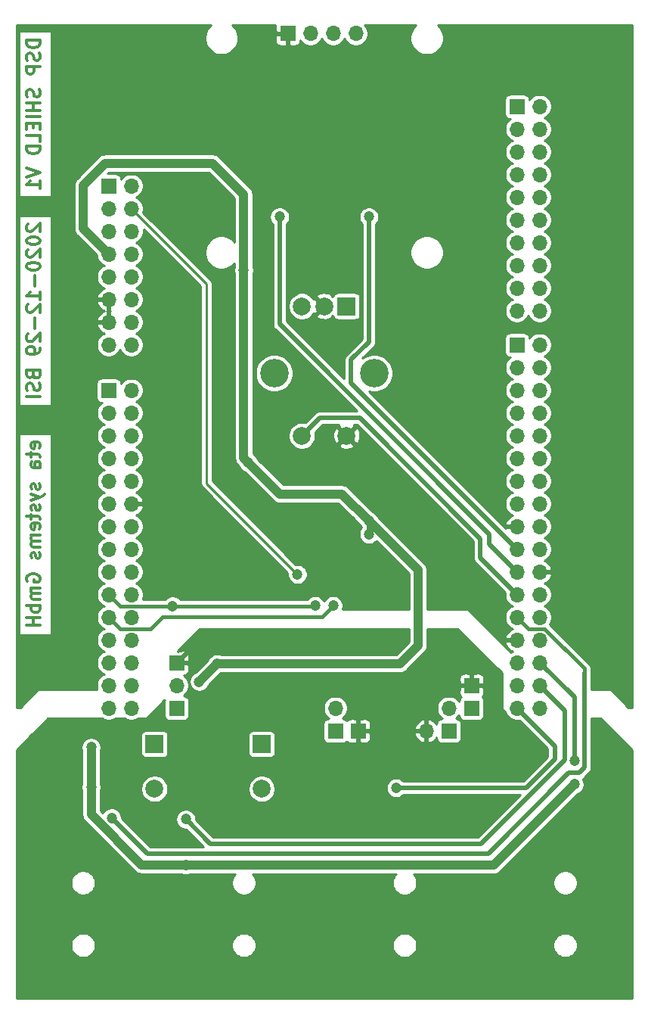
<source format=gbr>
%TF.GenerationSoftware,KiCad,Pcbnew,(5.1.6)-1*%
%TF.CreationDate,2021-01-03T17:25:38+01:00*%
%TF.ProjectId,Nucleo144_DSP,4e75636c-656f-4313-9434-5f4453502e6b,rev?*%
%TF.SameCoordinates,Original*%
%TF.FileFunction,Copper,L2,Bot*%
%TF.FilePolarity,Positive*%
%FSLAX46Y46*%
G04 Gerber Fmt 4.6, Leading zero omitted, Abs format (unit mm)*
G04 Created by KiCad (PCBNEW (5.1.6)-1) date 2021-01-03 17:25:38*
%MOMM*%
%LPD*%
G01*
G04 APERTURE LIST*
%TA.AperFunction,NonConductor*%
%ADD10C,0.300000*%
%TD*%
%TA.AperFunction,ComponentPad*%
%ADD11R,2.000000X2.000000*%
%TD*%
%TA.AperFunction,ComponentPad*%
%ADD12C,2.000000*%
%TD*%
%TA.AperFunction,ComponentPad*%
%ADD13R,1.700000X1.700000*%
%TD*%
%TA.AperFunction,ComponentPad*%
%ADD14O,1.700000X1.700000*%
%TD*%
%TA.AperFunction,ComponentPad*%
%ADD15C,3.200000*%
%TD*%
%TA.AperFunction,ViaPad*%
%ADD16C,1.200000*%
%TD*%
%TA.AperFunction,Conductor*%
%ADD17C,0.500000*%
%TD*%
%TA.AperFunction,Conductor*%
%ADD18C,1.000000*%
%TD*%
%TA.AperFunction,Conductor*%
%ADD19C,0.400000*%
%TD*%
%TA.AperFunction,Conductor*%
%ADD20C,0.250000*%
%TD*%
%TA.AperFunction,Conductor*%
%ADD21C,0.254000*%
%TD*%
G04 APERTURE END LIST*
D10*
X104107142Y-107857142D02*
X104178571Y-107714285D01*
X104178571Y-107428571D01*
X104107142Y-107285714D01*
X103964285Y-107214285D01*
X103392857Y-107214285D01*
X103250000Y-107285714D01*
X103178571Y-107428571D01*
X103178571Y-107714285D01*
X103250000Y-107857142D01*
X103392857Y-107928571D01*
X103535714Y-107928571D01*
X103678571Y-107214285D01*
X103178571Y-108357142D02*
X103178571Y-108928571D01*
X102678571Y-108571428D02*
X103964285Y-108571428D01*
X104107142Y-108642857D01*
X104178571Y-108785714D01*
X104178571Y-108928571D01*
X104178571Y-110071428D02*
X103392857Y-110071428D01*
X103250000Y-110000000D01*
X103178571Y-109857142D01*
X103178571Y-109571428D01*
X103250000Y-109428571D01*
X104107142Y-110071428D02*
X104178571Y-109928571D01*
X104178571Y-109571428D01*
X104107142Y-109428571D01*
X103964285Y-109357142D01*
X103821428Y-109357142D01*
X103678571Y-109428571D01*
X103607142Y-109571428D01*
X103607142Y-109928571D01*
X103535714Y-110071428D01*
X104107142Y-111857142D02*
X104178571Y-112000000D01*
X104178571Y-112285714D01*
X104107142Y-112428571D01*
X103964285Y-112500000D01*
X103892857Y-112500000D01*
X103750000Y-112428571D01*
X103678571Y-112285714D01*
X103678571Y-112071428D01*
X103607142Y-111928571D01*
X103464285Y-111857142D01*
X103392857Y-111857142D01*
X103250000Y-111928571D01*
X103178571Y-112071428D01*
X103178571Y-112285714D01*
X103250000Y-112428571D01*
X103178571Y-113000000D02*
X104178571Y-113357142D01*
X103178571Y-113714285D02*
X104178571Y-113357142D01*
X104535714Y-113214285D01*
X104607142Y-113142857D01*
X104678571Y-113000000D01*
X104107142Y-114214285D02*
X104178571Y-114357142D01*
X104178571Y-114642857D01*
X104107142Y-114785714D01*
X103964285Y-114857142D01*
X103892857Y-114857142D01*
X103750000Y-114785714D01*
X103678571Y-114642857D01*
X103678571Y-114428571D01*
X103607142Y-114285714D01*
X103464285Y-114214285D01*
X103392857Y-114214285D01*
X103250000Y-114285714D01*
X103178571Y-114428571D01*
X103178571Y-114642857D01*
X103250000Y-114785714D01*
X103178571Y-115285714D02*
X103178571Y-115857142D01*
X102678571Y-115500000D02*
X103964285Y-115500000D01*
X104107142Y-115571428D01*
X104178571Y-115714285D01*
X104178571Y-115857142D01*
X104107142Y-116928571D02*
X104178571Y-116785714D01*
X104178571Y-116500000D01*
X104107142Y-116357142D01*
X103964285Y-116285714D01*
X103392857Y-116285714D01*
X103250000Y-116357142D01*
X103178571Y-116500000D01*
X103178571Y-116785714D01*
X103250000Y-116928571D01*
X103392857Y-117000000D01*
X103535714Y-117000000D01*
X103678571Y-116285714D01*
X104178571Y-117642857D02*
X103178571Y-117642857D01*
X103321428Y-117642857D02*
X103250000Y-117714285D01*
X103178571Y-117857142D01*
X103178571Y-118071428D01*
X103250000Y-118214285D01*
X103392857Y-118285714D01*
X104178571Y-118285714D01*
X103392857Y-118285714D02*
X103250000Y-118357142D01*
X103178571Y-118500000D01*
X103178571Y-118714285D01*
X103250000Y-118857142D01*
X103392857Y-118928571D01*
X104178571Y-118928571D01*
X104107142Y-119571428D02*
X104178571Y-119714285D01*
X104178571Y-120000000D01*
X104107142Y-120142857D01*
X103964285Y-120214285D01*
X103892857Y-120214285D01*
X103750000Y-120142857D01*
X103678571Y-120000000D01*
X103678571Y-119785714D01*
X103607142Y-119642857D01*
X103464285Y-119571428D01*
X103392857Y-119571428D01*
X103250000Y-119642857D01*
X103178571Y-119785714D01*
X103178571Y-120000000D01*
X103250000Y-120142857D01*
X102750000Y-122785714D02*
X102678571Y-122642857D01*
X102678571Y-122428571D01*
X102750000Y-122214285D01*
X102892857Y-122071428D01*
X103035714Y-122000000D01*
X103321428Y-121928571D01*
X103535714Y-121928571D01*
X103821428Y-122000000D01*
X103964285Y-122071428D01*
X104107142Y-122214285D01*
X104178571Y-122428571D01*
X104178571Y-122571428D01*
X104107142Y-122785714D01*
X104035714Y-122857142D01*
X103535714Y-122857142D01*
X103535714Y-122571428D01*
X104178571Y-123500000D02*
X103178571Y-123500000D01*
X103321428Y-123500000D02*
X103250000Y-123571428D01*
X103178571Y-123714285D01*
X103178571Y-123928571D01*
X103250000Y-124071428D01*
X103392857Y-124142857D01*
X104178571Y-124142857D01*
X103392857Y-124142857D02*
X103250000Y-124214285D01*
X103178571Y-124357142D01*
X103178571Y-124571428D01*
X103250000Y-124714285D01*
X103392857Y-124785714D01*
X104178571Y-124785714D01*
X104178571Y-125500000D02*
X102678571Y-125500000D01*
X103250000Y-125500000D02*
X103178571Y-125642857D01*
X103178571Y-125928571D01*
X103250000Y-126071428D01*
X103321428Y-126142857D01*
X103464285Y-126214285D01*
X103892857Y-126214285D01*
X104035714Y-126142857D01*
X104107142Y-126071428D01*
X104178571Y-125928571D01*
X104178571Y-125642857D01*
X104107142Y-125500000D01*
X104178571Y-126857142D02*
X102678571Y-126857142D01*
X103392857Y-126857142D02*
X103392857Y-127714285D01*
X104178571Y-127714285D02*
X102678571Y-127714285D01*
X102821428Y-82821428D02*
X102750000Y-82892857D01*
X102678571Y-83035714D01*
X102678571Y-83392857D01*
X102750000Y-83535714D01*
X102821428Y-83607142D01*
X102964285Y-83678571D01*
X103107142Y-83678571D01*
X103321428Y-83607142D01*
X104178571Y-82750000D01*
X104178571Y-83678571D01*
X102678571Y-84607142D02*
X102678571Y-84750000D01*
X102750000Y-84892857D01*
X102821428Y-84964285D01*
X102964285Y-85035714D01*
X103250000Y-85107142D01*
X103607142Y-85107142D01*
X103892857Y-85035714D01*
X104035714Y-84964285D01*
X104107142Y-84892857D01*
X104178571Y-84750000D01*
X104178571Y-84607142D01*
X104107142Y-84464285D01*
X104035714Y-84392857D01*
X103892857Y-84321428D01*
X103607142Y-84250000D01*
X103250000Y-84250000D01*
X102964285Y-84321428D01*
X102821428Y-84392857D01*
X102750000Y-84464285D01*
X102678571Y-84607142D01*
X102821428Y-85678571D02*
X102750000Y-85750000D01*
X102678571Y-85892857D01*
X102678571Y-86250000D01*
X102750000Y-86392857D01*
X102821428Y-86464285D01*
X102964285Y-86535714D01*
X103107142Y-86535714D01*
X103321428Y-86464285D01*
X104178571Y-85607142D01*
X104178571Y-86535714D01*
X102678571Y-87464285D02*
X102678571Y-87607142D01*
X102750000Y-87750000D01*
X102821428Y-87821428D01*
X102964285Y-87892857D01*
X103250000Y-87964285D01*
X103607142Y-87964285D01*
X103892857Y-87892857D01*
X104035714Y-87821428D01*
X104107142Y-87750000D01*
X104178571Y-87607142D01*
X104178571Y-87464285D01*
X104107142Y-87321428D01*
X104035714Y-87250000D01*
X103892857Y-87178571D01*
X103607142Y-87107142D01*
X103250000Y-87107142D01*
X102964285Y-87178571D01*
X102821428Y-87250000D01*
X102750000Y-87321428D01*
X102678571Y-87464285D01*
X103607142Y-88607142D02*
X103607142Y-89750000D01*
X104178571Y-91250000D02*
X104178571Y-90392857D01*
X104178571Y-90821428D02*
X102678571Y-90821428D01*
X102892857Y-90678571D01*
X103035714Y-90535714D01*
X103107142Y-90392857D01*
X102821428Y-91821428D02*
X102750000Y-91892857D01*
X102678571Y-92035714D01*
X102678571Y-92392857D01*
X102750000Y-92535714D01*
X102821428Y-92607142D01*
X102964285Y-92678571D01*
X103107142Y-92678571D01*
X103321428Y-92607142D01*
X104178571Y-91750000D01*
X104178571Y-92678571D01*
X103607142Y-93321428D02*
X103607142Y-94464285D01*
X102821428Y-95107142D02*
X102750000Y-95178571D01*
X102678571Y-95321428D01*
X102678571Y-95678571D01*
X102750000Y-95821428D01*
X102821428Y-95892857D01*
X102964285Y-95964285D01*
X103107142Y-95964285D01*
X103321428Y-95892857D01*
X104178571Y-95035714D01*
X104178571Y-95964285D01*
X104178571Y-96678571D02*
X104178571Y-96964285D01*
X104107142Y-97107142D01*
X104035714Y-97178571D01*
X103821428Y-97321428D01*
X103535714Y-97392857D01*
X102964285Y-97392857D01*
X102821428Y-97321428D01*
X102750000Y-97250000D01*
X102678571Y-97107142D01*
X102678571Y-96821428D01*
X102750000Y-96678571D01*
X102821428Y-96607142D01*
X102964285Y-96535714D01*
X103321428Y-96535714D01*
X103464285Y-96607142D01*
X103535714Y-96678571D01*
X103607142Y-96821428D01*
X103607142Y-97107142D01*
X103535714Y-97250000D01*
X103464285Y-97321428D01*
X103321428Y-97392857D01*
X103392857Y-99678571D02*
X103464285Y-99892857D01*
X103535714Y-99964285D01*
X103678571Y-100035714D01*
X103892857Y-100035714D01*
X104035714Y-99964285D01*
X104107142Y-99892857D01*
X104178571Y-99750000D01*
X104178571Y-99178571D01*
X102678571Y-99178571D01*
X102678571Y-99678571D01*
X102750000Y-99821428D01*
X102821428Y-99892857D01*
X102964285Y-99964285D01*
X103107142Y-99964285D01*
X103250000Y-99892857D01*
X103321428Y-99821428D01*
X103392857Y-99678571D01*
X103392857Y-99178571D01*
X104107142Y-100607142D02*
X104178571Y-100821428D01*
X104178571Y-101178571D01*
X104107142Y-101321428D01*
X104035714Y-101392857D01*
X103892857Y-101464285D01*
X103750000Y-101464285D01*
X103607142Y-101392857D01*
X103535714Y-101321428D01*
X103464285Y-101178571D01*
X103392857Y-100892857D01*
X103321428Y-100750000D01*
X103250000Y-100678571D01*
X103107142Y-100607142D01*
X102964285Y-100607142D01*
X102821428Y-100678571D01*
X102750000Y-100750000D01*
X102678571Y-100892857D01*
X102678571Y-101250000D01*
X102750000Y-101464285D01*
X104178571Y-102107142D02*
X102678571Y-102107142D01*
X104178571Y-62250000D02*
X102678571Y-62250000D01*
X102678571Y-62607142D01*
X102750000Y-62821428D01*
X102892857Y-62964285D01*
X103035714Y-63035714D01*
X103321428Y-63107142D01*
X103535714Y-63107142D01*
X103821428Y-63035714D01*
X103964285Y-62964285D01*
X104107142Y-62821428D01*
X104178571Y-62607142D01*
X104178571Y-62250000D01*
X104107142Y-63678571D02*
X104178571Y-63892857D01*
X104178571Y-64250000D01*
X104107142Y-64392857D01*
X104035714Y-64464285D01*
X103892857Y-64535714D01*
X103750000Y-64535714D01*
X103607142Y-64464285D01*
X103535714Y-64392857D01*
X103464285Y-64250000D01*
X103392857Y-63964285D01*
X103321428Y-63821428D01*
X103250000Y-63750000D01*
X103107142Y-63678571D01*
X102964285Y-63678571D01*
X102821428Y-63750000D01*
X102750000Y-63821428D01*
X102678571Y-63964285D01*
X102678571Y-64321428D01*
X102750000Y-64535714D01*
X104178571Y-65178571D02*
X102678571Y-65178571D01*
X102678571Y-65750000D01*
X102750000Y-65892857D01*
X102821428Y-65964285D01*
X102964285Y-66035714D01*
X103178571Y-66035714D01*
X103321428Y-65964285D01*
X103392857Y-65892857D01*
X103464285Y-65750000D01*
X103464285Y-65178571D01*
X104107142Y-67750000D02*
X104178571Y-67964285D01*
X104178571Y-68321428D01*
X104107142Y-68464285D01*
X104035714Y-68535714D01*
X103892857Y-68607142D01*
X103750000Y-68607142D01*
X103607142Y-68535714D01*
X103535714Y-68464285D01*
X103464285Y-68321428D01*
X103392857Y-68035714D01*
X103321428Y-67892857D01*
X103250000Y-67821428D01*
X103107142Y-67750000D01*
X102964285Y-67750000D01*
X102821428Y-67821428D01*
X102750000Y-67892857D01*
X102678571Y-68035714D01*
X102678571Y-68392857D01*
X102750000Y-68607142D01*
X104178571Y-69250000D02*
X102678571Y-69250000D01*
X103392857Y-69250000D02*
X103392857Y-70107142D01*
X104178571Y-70107142D02*
X102678571Y-70107142D01*
X104178571Y-70821428D02*
X102678571Y-70821428D01*
X103392857Y-71535714D02*
X103392857Y-72035714D01*
X104178571Y-72250000D02*
X104178571Y-71535714D01*
X102678571Y-71535714D01*
X102678571Y-72250000D01*
X104178571Y-73607142D02*
X104178571Y-72892857D01*
X102678571Y-72892857D01*
X104178571Y-74107142D02*
X102678571Y-74107142D01*
X102678571Y-74464285D01*
X102750000Y-74678571D01*
X102892857Y-74821428D01*
X103035714Y-74892857D01*
X103321428Y-74964285D01*
X103535714Y-74964285D01*
X103821428Y-74892857D01*
X103964285Y-74821428D01*
X104107142Y-74678571D01*
X104178571Y-74464285D01*
X104178571Y-74107142D01*
X102678571Y-76535714D02*
X104178571Y-77035714D01*
X102678571Y-77535714D01*
X104178571Y-78821428D02*
X104178571Y-77964285D01*
X104178571Y-78392857D02*
X102678571Y-78392857D01*
X102892857Y-78250000D01*
X103035714Y-78107142D01*
X103107142Y-77964285D01*
D11*
%TO.P,C16,1*%
%TO.N,AudioOut_HP_R*%
X117000000Y-141000000D03*
D12*
%TO.P,C16,2*%
%TO.N,Net-(C16-Pad2)*%
X117000000Y-146000000D03*
%TD*%
%TO.P,C15,2*%
%TO.N,Net-(C15-Pad2)*%
X129000000Y-146000000D03*
D11*
%TO.P,C15,1*%
%TO.N,AudioOut_HP_L*%
X129000000Y-141000000D03*
%TD*%
D13*
%TO.P,J1,1*%
%TO.N,Net-(J1-Pad1)*%
X111870000Y-78560000D03*
D14*
%TO.P,J1,2*%
%TO.N,Net-(J1-Pad2)*%
X114410000Y-78560000D03*
%TO.P,J1,3*%
%TO.N,Net-(J1-Pad3)*%
X111870000Y-81100000D03*
%TO.P,J1,4*%
%TO.N,PC9_CKIN*%
X114410000Y-81100000D03*
%TO.P,J1,5*%
%TO.N,Net-(J1-Pad5)*%
X111870000Y-83640000D03*
%TO.P,J1,6*%
%TO.N,Net-(J1-Pad6)*%
X114410000Y-83640000D03*
%TO.P,J1,7*%
%TO.N,+3V3*%
X111870000Y-86180000D03*
%TO.P,J1,8*%
%TO.N,Net-(J1-Pad8)*%
X114410000Y-86180000D03*
%TO.P,J1,9*%
%TO.N,+5V*%
X111870000Y-88720000D03*
%TO.P,J1,10*%
%TO.N,Net-(J1-Pad10)*%
X114410000Y-88720000D03*
%TO.P,J1,11*%
%TO.N,GND*%
X111870000Y-91260000D03*
%TO.P,J1,12*%
%TO.N,Net-(J1-Pad12)*%
X114410000Y-91260000D03*
%TO.P,J1,13*%
%TO.N,GND*%
X111870000Y-93800000D03*
%TO.P,J1,14*%
%TO.N,Net-(J1-Pad14)*%
X114410000Y-93800000D03*
%TO.P,J1,15*%
%TO.N,Net-(J1-Pad15)*%
X111870000Y-96340000D03*
%TO.P,J1,16*%
%TO.N,Net-(J1-Pad16)*%
X114410000Y-96340000D03*
%TD*%
D13*
%TO.P,J2,1*%
%TO.N,Net-(J2-Pad1)*%
X157590000Y-69670000D03*
D14*
%TO.P,J2,2*%
%TO.N,Net-(J2-Pad2)*%
X160130000Y-69670000D03*
%TO.P,J2,3*%
%TO.N,Net-(J2-Pad3)*%
X157590000Y-72210000D03*
%TO.P,J2,4*%
%TO.N,Net-(J2-Pad4)*%
X160130000Y-72210000D03*
%TO.P,J2,5*%
%TO.N,Net-(J2-Pad5)*%
X157590000Y-74750000D03*
%TO.P,J2,6*%
%TO.N,Net-(J2-Pad6)*%
X160130000Y-74750000D03*
%TO.P,J2,7*%
%TO.N,Net-(J2-Pad7)*%
X157590000Y-77290000D03*
%TO.P,J2,8*%
%TO.N,Net-(J2-Pad8)*%
X160130000Y-77290000D03*
%TO.P,J2,9*%
%TO.N,Net-(J2-Pad9)*%
X157590000Y-79830000D03*
%TO.P,J2,10*%
%TO.N,PA5_I2S6_CK*%
X160130000Y-79830000D03*
%TO.P,J2,11*%
%TO.N,Net-(J2-Pad11)*%
X157590000Y-82370000D03*
%TO.P,J2,12*%
%TO.N,PA6_I2S6_SDI*%
X160130000Y-82370000D03*
%TO.P,J2,13*%
%TO.N,PB5_I2S6_SDO*%
X157590000Y-84910000D03*
%TO.P,J2,14*%
%TO.N,Net-(J2-Pad14)*%
X160130000Y-84910000D03*
%TO.P,J2,15*%
%TO.N,Net-(J2-Pad15)*%
X157590000Y-87450000D03*
%TO.P,J2,16*%
%TO.N,Net-(J2-Pad16)*%
X160130000Y-87450000D03*
%TO.P,J2,17*%
%TO.N,PA4_I2S6_WS*%
X157590000Y-89990000D03*
%TO.P,J2,18*%
%TO.N,Net-(J2-Pad18)*%
X160130000Y-89990000D03*
%TO.P,J2,19*%
%TO.N,Net-(J2-Pad19)*%
X157590000Y-92530000D03*
%TO.P,J2,20*%
%TO.N,Net-(J2-Pad20)*%
X160130000Y-92530000D03*
%TD*%
D13*
%TO.P,J3,1*%
%TO.N,Net-(J3-Pad1)*%
X157590000Y-96340000D03*
D14*
%TO.P,J3,2*%
%TO.N,Net-(J3-Pad2)*%
X160130000Y-96340000D03*
%TO.P,J3,3*%
%TO.N,Net-(J3-Pad3)*%
X157590000Y-98880000D03*
%TO.P,J3,4*%
%TO.N,Net-(J3-Pad4)*%
X160130000Y-98880000D03*
%TO.P,J3,5*%
%TO.N,Net-(J3-Pad5)*%
X157590000Y-101420000D03*
%TO.P,J3,6*%
%TO.N,Net-(J3-Pad6)*%
X160130000Y-101420000D03*
%TO.P,J3,7*%
%TO.N,Net-(J3-Pad7)*%
X157590000Y-103960000D03*
%TO.P,J3,8*%
%TO.N,Net-(J3-Pad8)*%
X160130000Y-103960000D03*
%TO.P,J3,9*%
%TO.N,Net-(J3-Pad9)*%
X157590000Y-106500000D03*
%TO.P,J3,10*%
%TO.N,Net-(J3-Pad10)*%
X160130000Y-106500000D03*
%TO.P,J3,11*%
%TO.N,Net-(J3-Pad11)*%
X157590000Y-109040000D03*
%TO.P,J3,12*%
%TO.N,Net-(J3-Pad12)*%
X160130000Y-109040000D03*
%TO.P,J3,13*%
%TO.N,Net-(J3-Pad13)*%
X157590000Y-111580000D03*
%TO.P,J3,14*%
%TO.N,Net-(J3-Pad14)*%
X160130000Y-111580000D03*
%TO.P,J3,15*%
%TO.N,Net-(J3-Pad15)*%
X157590000Y-114120000D03*
%TO.P,J3,16*%
%TO.N,Net-(J3-Pad16)*%
X160130000Y-114120000D03*
%TO.P,J3,17*%
%TO.N,GND*%
X157590000Y-116660000D03*
%TO.P,J3,18*%
%TO.N,Net-(J3-Pad18)*%
X160130000Y-116660000D03*
%TO.P,J3,19*%
%TO.N,ENC_CH2*%
X157590000Y-119200000D03*
%TO.P,J3,20*%
%TO.N,Net-(J3-Pad20)*%
X160130000Y-119200000D03*
%TO.P,J3,21*%
%TO.N,ENC_CH1*%
X157590000Y-121740000D03*
%TO.P,J3,22*%
%TO.N,GND*%
X160130000Y-121740000D03*
%TO.P,J3,23*%
%TO.N,ENC_BTN*%
X157590000Y-124280000D03*
%TO.P,J3,24*%
%TO.N,Net-(J3-Pad24)*%
X160130000Y-124280000D03*
%TO.P,J3,25*%
%TO.N,LOUT_ON*%
X157590000Y-126820000D03*
%TO.P,J3,26*%
%TO.N,Net-(J3-Pad26)*%
X160130000Y-126820000D03*
%TO.P,J3,27*%
%TO.N,GND*%
X157590000Y-129360000D03*
%TO.P,J3,28*%
%TO.N,Net-(J3-Pad28)*%
X160130000Y-129360000D03*
%TO.P,J3,29*%
%TO.N,Net-(J3-Pad29)*%
X157590000Y-131900000D03*
%TO.P,J3,30*%
%TO.N,LIN_On*%
X160130000Y-131900000D03*
%TO.P,J3,31*%
%TO.N,Net-(J3-Pad31)*%
X157590000Y-134440000D03*
%TO.P,J3,32*%
%TO.N,HP_On*%
X160130000Y-134440000D03*
%TO.P,J3,33*%
%TO.N,Mic_On*%
X157590000Y-136980000D03*
%TO.P,J3,34*%
%TO.N,Net-(J3-Pad34)*%
X160130000Y-136980000D03*
%TD*%
D13*
%TO.P,J4,1*%
%TO.N,Net-(J4-Pad1)*%
X111870000Y-101420000D03*
D14*
%TO.P,J4,2*%
%TO.N,Net-(J4-Pad2)*%
X114410000Y-101420000D03*
%TO.P,J4,3*%
%TO.N,Net-(J4-Pad3)*%
X111870000Y-103960000D03*
%TO.P,J4,4*%
%TO.N,Net-(J4-Pad4)*%
X114410000Y-103960000D03*
%TO.P,J4,5*%
%TO.N,Net-(J4-Pad5)*%
X111870000Y-106500000D03*
%TO.P,J4,6*%
%TO.N,Net-(J4-Pad6)*%
X114410000Y-106500000D03*
%TO.P,J4,7*%
%TO.N,Net-(J4-Pad7)*%
X111870000Y-109040000D03*
%TO.P,J4,8*%
%TO.N,Net-(J4-Pad8)*%
X114410000Y-109040000D03*
%TO.P,J4,9*%
%TO.N,Net-(J4-Pad9)*%
X111870000Y-111580000D03*
%TO.P,J4,10*%
%TO.N,Net-(J4-Pad10)*%
X114410000Y-111580000D03*
%TO.P,J4,11*%
%TO.N,Net-(J4-Pad11)*%
X111870000Y-114120000D03*
%TO.P,J4,12*%
%TO.N,GND*%
X114410000Y-114120000D03*
%TO.P,J4,13*%
%TO.N,Net-(J4-Pad13)*%
X111870000Y-116660000D03*
%TO.P,J4,14*%
%TO.N,Net-(J4-Pad14)*%
X114410000Y-116660000D03*
%TO.P,J4,15*%
%TO.N,Net-(J4-Pad15)*%
X111870000Y-119200000D03*
%TO.P,J4,16*%
%TO.N,Net-(J4-Pad16)*%
X114410000Y-119200000D03*
%TO.P,J4,17*%
%TO.N,Net-(J4-Pad17)*%
X111870000Y-121740000D03*
%TO.P,J4,18*%
%TO.N,Net-(J4-Pad18)*%
X114410000Y-121740000D03*
%TO.P,J4,19*%
%TO.N,PF0_I2C5_SDA*%
X111870000Y-124280000D03*
%TO.P,J4,20*%
%TO.N,Net-(J4-Pad20)*%
X114410000Y-124280000D03*
%TO.P,J4,21*%
%TO.N,PF1_I2C5_SCL*%
X111870000Y-126820000D03*
%TO.P,J4,22*%
%TO.N,Net-(J4-Pad22)*%
X114410000Y-126820000D03*
%TO.P,J4,23*%
%TO.N,Net-(J4-Pad23)*%
X111870000Y-129360000D03*
%TO.P,J4,24*%
%TO.N,Net-(J4-Pad24)*%
X114410000Y-129360000D03*
%TO.P,J4,25*%
%TO.N,Net-(J4-Pad25)*%
X111870000Y-131900000D03*
%TO.P,J4,26*%
%TO.N,Net-(J4-Pad26)*%
X114410000Y-131900000D03*
%TO.P,J4,27*%
%TO.N,Net-(J4-Pad27)*%
X111870000Y-134440000D03*
%TO.P,J4,28*%
%TO.N,Net-(J4-Pad28)*%
X114410000Y-134440000D03*
%TO.P,J4,29*%
%TO.N,Net-(J4-Pad29)*%
X111870000Y-136980000D03*
%TO.P,J4,30*%
%TO.N,Net-(J4-Pad30)*%
X114410000Y-136980000D03*
%TD*%
D12*
%TO.P,SW1,S1*%
%TO.N,ENC_BTN*%
X133500000Y-106500000D03*
%TO.P,SW1,S2*%
%TO.N,GND*%
X138500000Y-106500000D03*
D15*
%TO.P,SW1,MP*%
%TO.N,N/C*%
X130400000Y-99500000D03*
X141600000Y-99500000D03*
D12*
%TO.P,SW1,B*%
%TO.N,Net-(R17-Pad2)*%
X133500000Y-92000000D03*
%TO.P,SW1,C*%
%TO.N,GND*%
X136000000Y-92000000D03*
D11*
%TO.P,SW1,A*%
%TO.N,Net-(R18-Pad2)*%
X138500000Y-92000000D03*
%TD*%
D14*
%TO.P,J5,2*%
%TO.N,GNDA*%
X147430000Y-139520000D03*
D13*
%TO.P,J5,1*%
%TO.N,AudioIn_Mic*%
X149970000Y-139520000D03*
%TD*%
D14*
%TO.P,J6,2*%
%TO.N,AudioIN_Line_R*%
X149970000Y-136980000D03*
D13*
%TO.P,J6,1*%
%TO.N,AudioIN_Line_L*%
X152510000Y-136980000D03*
%TD*%
%TO.P,J7,1*%
%TO.N,GNDA*%
X152510000Y-134440000D03*
%TD*%
%TO.P,J8,1*%
%TO.N,AudioOut_HP_L*%
X137270000Y-139520000D03*
D14*
%TO.P,J8,2*%
%TO.N,AudioOut_HP_R*%
X137270000Y-136980000D03*
%TD*%
D13*
%TO.P,J9,1*%
%TO.N,GNDA*%
X139810000Y-139520000D03*
%TD*%
%TO.P,J10,1*%
%TO.N,AudioOut_L*%
X119490000Y-136980000D03*
D14*
%TO.P,J10,2*%
%TO.N,AudioOut_R*%
X119490000Y-134440000D03*
%TD*%
D13*
%TO.P,J11,1*%
%TO.N,GNDA*%
X119490000Y-131900000D03*
%TD*%
%TO.P,U2,1*%
%TO.N,GND*%
X131920000Y-61500000D03*
D14*
%TO.P,U2,2*%
%TO.N,+3V3*%
X134460000Y-61500000D03*
%TO.P,U2,3*%
%TO.N,PF1_I2C5_SCL*%
X137000000Y-61500000D03*
%TO.P,U2,4*%
%TO.N,PF0_I2C5_SDA*%
X139540000Y-61500000D03*
%TD*%
D16*
%TO.N,GND*%
X150000000Y-121600000D03*
X139000000Y-117500000D03*
X139000000Y-116000000D03*
%TO.N,+3V3*%
X120500000Y-154500000D03*
X164000000Y-145500000D03*
X141000000Y-117500000D03*
X141000000Y-116000000D03*
X109900000Y-145800000D03*
X109900000Y-141350000D03*
X127000000Y-88000000D03*
X127500000Y-109500000D03*
X124000000Y-132000000D03*
X122000000Y-134000000D03*
%TO.N,GNDA*%
X128500000Y-129000000D03*
X130800000Y-129000000D03*
%TO.N,ENC_CH2*%
X140999998Y-82000000D03*
%TO.N,ENC_CH1*%
X131000000Y-82000000D03*
%TO.N,PF0_I2C5_SDA*%
X135000000Y-125500000D03*
X119030001Y-125530001D03*
%TO.N,PF1_I2C5_SCL*%
X137000000Y-125499988D03*
%TO.N,HP_On*%
X120500000Y-149400000D03*
%TO.N,Mic_On*%
X144050000Y-145900000D03*
%TO.N,LIN_On*%
X164000000Y-142850000D03*
%TO.N,LOUT_ON*%
X112200000Y-149250000D03*
%TO.N,PC9_CKIN*%
X133000000Y-122000000D03*
%TD*%
D17*
%TO.N,GND*%
X139000000Y-117500000D02*
X139000000Y-116000000D01*
%TO.N,+3V3*%
X141000000Y-117500000D02*
X141000000Y-116000000D01*
D18*
X109900000Y-141350000D02*
X109900000Y-145800000D01*
X115525998Y-154500000D02*
X120500000Y-154500000D01*
X109900000Y-148874002D02*
X115525998Y-154500000D01*
X109900000Y-145800000D02*
X109900000Y-148874002D01*
X155000000Y-154500000D02*
X164000000Y-145500000D01*
X120500000Y-154500000D02*
X155000000Y-154500000D01*
X138000000Y-113000000D02*
X131000000Y-113000000D01*
X141000000Y-116000000D02*
X138000000Y-113000000D01*
X127000000Y-109000000D02*
X127000000Y-88000000D01*
X131000000Y-113000000D02*
X127500000Y-109500000D01*
X127500000Y-109500000D02*
X127000000Y-109000000D01*
X109000000Y-83310000D02*
X111870000Y-86180000D01*
X127000000Y-79500000D02*
X123500000Y-76000000D01*
X127000000Y-88000000D02*
X127000000Y-79500000D01*
X123500000Y-76000000D02*
X111469998Y-76000000D01*
X111469998Y-76000000D02*
X109000000Y-78469998D01*
X109000000Y-78469998D02*
X109000000Y-83310000D01*
X122000000Y-134000000D02*
X124000000Y-132000000D01*
X146500000Y-130000000D02*
X146500000Y-121500000D01*
X146500000Y-121500000D02*
X141000000Y-116000000D01*
X124000000Y-132000000D02*
X144500000Y-132000000D01*
X144500000Y-132000000D02*
X146500000Y-130000000D01*
D17*
%TO.N,GNDA*%
X122390000Y-129000000D02*
X119490000Y-131900000D01*
X130800000Y-129000000D02*
X122390000Y-129000000D01*
%TO.N,ENC_CH2*%
X139000000Y-97999996D02*
X140999998Y-95999998D01*
X140999998Y-95999998D02*
X140999998Y-82000000D01*
X157590000Y-119200000D02*
X139000000Y-100610000D01*
X139000000Y-100610000D02*
X139000000Y-97999996D01*
%TO.N,ENC_CH1*%
X131000000Y-94000000D02*
X131000000Y-82000000D01*
X154500000Y-117500000D02*
X131000000Y-94000000D01*
X157590000Y-121740000D02*
X154500000Y-118650000D01*
X154500000Y-118650000D02*
X154500000Y-117500000D01*
%TO.N,ENC_BTN*%
X135500000Y-104500000D02*
X133500000Y-106500000D01*
X140000000Y-104500000D02*
X135500000Y-104500000D01*
X153500000Y-118000000D02*
X140000000Y-104500000D01*
X157590000Y-124280000D02*
X153500000Y-120190000D01*
X153500000Y-120190000D02*
X153500000Y-118000000D01*
D19*
%TO.N,PF0_I2C5_SDA*%
X134969999Y-125530001D02*
X135000000Y-125500000D01*
X111870000Y-124280000D02*
X113120001Y-125530001D01*
X119030001Y-125530001D02*
X134969999Y-125530001D01*
X113120001Y-125530001D02*
X119030001Y-125530001D01*
%TO.N,PF1_I2C5_SCL*%
X116579999Y-128070001D02*
X117900000Y-126750000D01*
X135749988Y-126750000D02*
X137000000Y-125499988D01*
X111870000Y-126820000D02*
X113120001Y-128070001D01*
X117900000Y-126750000D02*
X135749988Y-126750000D01*
X113120001Y-128070001D02*
X116579999Y-128070001D01*
D17*
%TO.N,HP_On*%
X162950000Y-137260000D02*
X160130000Y-134440000D01*
X162950000Y-142750000D02*
X162950000Y-137260000D01*
X153550000Y-152150000D02*
X162950000Y-142750000D01*
X120500000Y-149400000D02*
X123250000Y-152150000D01*
X123250000Y-152150000D02*
X153550000Y-152150000D01*
%TO.N,Mic_On*%
X161800000Y-141190000D02*
X157590000Y-136980000D01*
X144050000Y-145900000D02*
X158600000Y-145900000D01*
X161800000Y-142700000D02*
X161800000Y-141190000D01*
X158600000Y-145900000D02*
X161800000Y-142700000D01*
%TO.N,LIN_On*%
X164000000Y-142001472D02*
X164000000Y-142850000D01*
X160130000Y-131900000D02*
X164000000Y-135770000D01*
X164000000Y-135770000D02*
X164000000Y-142001472D01*
%TO.N,LOUT_ON*%
X165150000Y-143600000D02*
X165150000Y-133000000D01*
X116200000Y-153250000D02*
X154350000Y-153250000D01*
X112200000Y-149250000D02*
X116200000Y-153250000D01*
X154350000Y-153250000D02*
X163400000Y-144200000D01*
X163400000Y-144200000D02*
X164550000Y-144200000D01*
X164550000Y-144200000D02*
X165150000Y-143600000D01*
D19*
X165150000Y-132529998D02*
X165150000Y-133000000D01*
X158840001Y-128070001D02*
X160690003Y-128070001D01*
X160690003Y-128070001D02*
X165150000Y-132529998D01*
X157590000Y-126820000D02*
X158840001Y-128070001D01*
D20*
%TO.N,PC9_CKIN*%
X122824999Y-89514999D02*
X114410000Y-81100000D01*
X133000000Y-122000000D02*
X122824999Y-111824999D01*
X122824999Y-111824999D02*
X122824999Y-89514999D01*
%TD*%
D21*
%TO.N,GNDA*%
G36*
X145473000Y-129574603D02*
G01*
X144074604Y-130973000D01*
X124465595Y-130973000D01*
X124328734Y-130916310D01*
X124111000Y-130873000D01*
X123889000Y-130873000D01*
X123671266Y-130916310D01*
X123466165Y-131001266D01*
X123281579Y-131124602D01*
X123124602Y-131281579D01*
X123001266Y-131466165D01*
X122944575Y-131603028D01*
X121603029Y-132944575D01*
X121466165Y-133001266D01*
X121281579Y-133124602D01*
X121124602Y-133281579D01*
X121001266Y-133466165D01*
X120916310Y-133671266D01*
X120873000Y-133889000D01*
X120873000Y-134111000D01*
X120916310Y-134328734D01*
X121001266Y-134533835D01*
X121124602Y-134718421D01*
X121281579Y-134875398D01*
X121466165Y-134998734D01*
X121671266Y-135083690D01*
X121889000Y-135127000D01*
X122111000Y-135127000D01*
X122328734Y-135083690D01*
X122533835Y-134998734D01*
X122718421Y-134875398D01*
X122875398Y-134718421D01*
X122998734Y-134533835D01*
X123055425Y-134396971D01*
X123862396Y-133590000D01*
X151130450Y-133590000D01*
X151133000Y-134181250D01*
X151264750Y-134313000D01*
X152383000Y-134313000D01*
X152383000Y-133194750D01*
X152637000Y-133194750D01*
X152637000Y-134313000D01*
X153755250Y-134313000D01*
X153887000Y-134181250D01*
X153889550Y-133590000D01*
X153879375Y-133486690D01*
X153849240Y-133387350D01*
X153800305Y-133295798D01*
X153734448Y-133215552D01*
X153654202Y-133149695D01*
X153562650Y-133100760D01*
X153463310Y-133070625D01*
X153360000Y-133060450D01*
X152768750Y-133063000D01*
X152637000Y-133194750D01*
X152383000Y-133194750D01*
X152251250Y-133063000D01*
X151660000Y-133060450D01*
X151556690Y-133070625D01*
X151457350Y-133100760D01*
X151365798Y-133149695D01*
X151285552Y-133215552D01*
X151219695Y-133295798D01*
X151170760Y-133387350D01*
X151140625Y-133486690D01*
X151130450Y-133590000D01*
X123862396Y-133590000D01*
X124396972Y-133055425D01*
X124465595Y-133027000D01*
X144449559Y-133027000D01*
X144500000Y-133031968D01*
X144550441Y-133027000D01*
X144550451Y-133027000D01*
X144701327Y-133012140D01*
X144894917Y-132953415D01*
X145073331Y-132858051D01*
X145229712Y-132729712D01*
X145261877Y-132690519D01*
X147190525Y-130761872D01*
X147229712Y-130729712D01*
X147358051Y-130573331D01*
X147453415Y-130394917D01*
X147512140Y-130201327D01*
X147527000Y-130050451D01*
X147527000Y-130050442D01*
X147531968Y-130000001D01*
X147527000Y-129949560D01*
X147527000Y-128127000D01*
X150947394Y-128127000D01*
X155873000Y-133052606D01*
X155873000Y-137000000D01*
X155875440Y-137024776D01*
X155882667Y-137048601D01*
X155894403Y-137070557D01*
X155910197Y-137089803D01*
X156311078Y-137490684D01*
X156369718Y-137632254D01*
X156520414Y-137857787D01*
X156712213Y-138049586D01*
X156937746Y-138200282D01*
X157188344Y-138304083D01*
X157454377Y-138357000D01*
X157725623Y-138357000D01*
X157844509Y-138333352D01*
X161023001Y-141511845D01*
X161023000Y-142378156D01*
X158278157Y-145123000D01*
X144866819Y-145123000D01*
X144768421Y-145024602D01*
X144583835Y-144901266D01*
X144378734Y-144816310D01*
X144161000Y-144773000D01*
X143939000Y-144773000D01*
X143721266Y-144816310D01*
X143516165Y-144901266D01*
X143331579Y-145024602D01*
X143174602Y-145181579D01*
X143051266Y-145366165D01*
X142966310Y-145571266D01*
X142923000Y-145789000D01*
X142923000Y-146011000D01*
X142966310Y-146228734D01*
X143051266Y-146433835D01*
X143174602Y-146618421D01*
X143331579Y-146775398D01*
X143516165Y-146898734D01*
X143721266Y-146983690D01*
X143939000Y-147027000D01*
X144161000Y-147027000D01*
X144378734Y-146983690D01*
X144583835Y-146898734D01*
X144768421Y-146775398D01*
X144866819Y-146677000D01*
X157924156Y-146677000D01*
X153228157Y-151373000D01*
X123571844Y-151373000D01*
X121627000Y-149428157D01*
X121627000Y-149289000D01*
X121583690Y-149071266D01*
X121498734Y-148866165D01*
X121375398Y-148681579D01*
X121218421Y-148524602D01*
X121033835Y-148401266D01*
X120828734Y-148316310D01*
X120611000Y-148273000D01*
X120389000Y-148273000D01*
X120171266Y-148316310D01*
X119966165Y-148401266D01*
X119781579Y-148524602D01*
X119624602Y-148681579D01*
X119501266Y-148866165D01*
X119416310Y-149071266D01*
X119373000Y-149289000D01*
X119373000Y-149511000D01*
X119416310Y-149728734D01*
X119501266Y-149933835D01*
X119624602Y-150118421D01*
X119781579Y-150275398D01*
X119966165Y-150398734D01*
X120171266Y-150483690D01*
X120389000Y-150527000D01*
X120528157Y-150527000D01*
X122474156Y-152473000D01*
X116521844Y-152473000D01*
X113327000Y-149278157D01*
X113327000Y-149139000D01*
X113283690Y-148921266D01*
X113198734Y-148716165D01*
X113075398Y-148531579D01*
X112918421Y-148374602D01*
X112733835Y-148251266D01*
X112528734Y-148166310D01*
X112311000Y-148123000D01*
X112089000Y-148123000D01*
X111871266Y-148166310D01*
X111666165Y-148251266D01*
X111481579Y-148374602D01*
X111324602Y-148531579D01*
X111201266Y-148716165D01*
X111199302Y-148720907D01*
X110927000Y-148448606D01*
X110927000Y-146265595D01*
X110983690Y-146128734D01*
X111027000Y-145911000D01*
X111027000Y-145849604D01*
X115473000Y-145849604D01*
X115473000Y-146150396D01*
X115531681Y-146445410D01*
X115646790Y-146723306D01*
X115813901Y-146973406D01*
X116026594Y-147186099D01*
X116276694Y-147353210D01*
X116554590Y-147468319D01*
X116849604Y-147527000D01*
X117150396Y-147527000D01*
X117445410Y-147468319D01*
X117723306Y-147353210D01*
X117973406Y-147186099D01*
X118186099Y-146973406D01*
X118353210Y-146723306D01*
X118468319Y-146445410D01*
X118527000Y-146150396D01*
X118527000Y-145849604D01*
X127473000Y-145849604D01*
X127473000Y-146150396D01*
X127531681Y-146445410D01*
X127646790Y-146723306D01*
X127813901Y-146973406D01*
X128026594Y-147186099D01*
X128276694Y-147353210D01*
X128554590Y-147468319D01*
X128849604Y-147527000D01*
X129150396Y-147527000D01*
X129445410Y-147468319D01*
X129723306Y-147353210D01*
X129973406Y-147186099D01*
X130186099Y-146973406D01*
X130353210Y-146723306D01*
X130468319Y-146445410D01*
X130527000Y-146150396D01*
X130527000Y-145849604D01*
X130468319Y-145554590D01*
X130353210Y-145276694D01*
X130186099Y-145026594D01*
X129973406Y-144813901D01*
X129723306Y-144646790D01*
X129445410Y-144531681D01*
X129150396Y-144473000D01*
X128849604Y-144473000D01*
X128554590Y-144531681D01*
X128276694Y-144646790D01*
X128026594Y-144813901D01*
X127813901Y-145026594D01*
X127646790Y-145276694D01*
X127531681Y-145554590D01*
X127473000Y-145849604D01*
X118527000Y-145849604D01*
X118468319Y-145554590D01*
X118353210Y-145276694D01*
X118186099Y-145026594D01*
X117973406Y-144813901D01*
X117723306Y-144646790D01*
X117445410Y-144531681D01*
X117150396Y-144473000D01*
X116849604Y-144473000D01*
X116554590Y-144531681D01*
X116276694Y-144646790D01*
X116026594Y-144813901D01*
X115813901Y-145026594D01*
X115646790Y-145276694D01*
X115531681Y-145554590D01*
X115473000Y-145849604D01*
X111027000Y-145849604D01*
X111027000Y-145689000D01*
X110983690Y-145471266D01*
X110927000Y-145334405D01*
X110927000Y-141815595D01*
X110983690Y-141678734D01*
X111027000Y-141461000D01*
X111027000Y-141239000D01*
X110983690Y-141021266D01*
X110898734Y-140816165D01*
X110775398Y-140631579D01*
X110618421Y-140474602D01*
X110433835Y-140351266D01*
X110228734Y-140266310D01*
X110011000Y-140223000D01*
X109789000Y-140223000D01*
X109571266Y-140266310D01*
X109366165Y-140351266D01*
X109181579Y-140474602D01*
X109024602Y-140631579D01*
X108901266Y-140816165D01*
X108816310Y-141021266D01*
X108773000Y-141239000D01*
X108773000Y-141461000D01*
X108816310Y-141678734D01*
X108873000Y-141815595D01*
X108873001Y-145334403D01*
X108816310Y-145471266D01*
X108773000Y-145689000D01*
X108773000Y-145911000D01*
X108816310Y-146128734D01*
X108873000Y-146265596D01*
X108873001Y-148823551D01*
X108868032Y-148874002D01*
X108873001Y-148924453D01*
X108887861Y-149075329D01*
X108946586Y-149268919D01*
X109041950Y-149447333D01*
X109170289Y-149603714D01*
X109209476Y-149635874D01*
X114764130Y-155190530D01*
X114796286Y-155229712D01*
X114835468Y-155261868D01*
X114835473Y-155261873D01*
X114934098Y-155342812D01*
X114952667Y-155358051D01*
X115131081Y-155453415D01*
X115265945Y-155494326D01*
X115324670Y-155512140D01*
X115342829Y-155513928D01*
X115475547Y-155527000D01*
X115475554Y-155527000D01*
X115525998Y-155531968D01*
X115576441Y-155527000D01*
X120034405Y-155527000D01*
X120171266Y-155583690D01*
X120389000Y-155627000D01*
X120611000Y-155627000D01*
X120828734Y-155583690D01*
X120965595Y-155527000D01*
X126025627Y-155527000D01*
X125930414Y-155622213D01*
X125779718Y-155847746D01*
X125675917Y-156098344D01*
X125623000Y-156364377D01*
X125623000Y-156635623D01*
X125675917Y-156901656D01*
X125779718Y-157152254D01*
X125930414Y-157377787D01*
X126122213Y-157569586D01*
X126347746Y-157720282D01*
X126598344Y-157824083D01*
X126864377Y-157877000D01*
X127135623Y-157877000D01*
X127401656Y-157824083D01*
X127652254Y-157720282D01*
X127877787Y-157569586D01*
X128069586Y-157377787D01*
X128220282Y-157152254D01*
X128324083Y-156901656D01*
X128377000Y-156635623D01*
X128377000Y-156364377D01*
X128324083Y-156098344D01*
X128220282Y-155847746D01*
X128069586Y-155622213D01*
X127974373Y-155527000D01*
X144025627Y-155527000D01*
X143930414Y-155622213D01*
X143779718Y-155847746D01*
X143675917Y-156098344D01*
X143623000Y-156364377D01*
X143623000Y-156635623D01*
X143675917Y-156901656D01*
X143779718Y-157152254D01*
X143930414Y-157377787D01*
X144122213Y-157569586D01*
X144347746Y-157720282D01*
X144598344Y-157824083D01*
X144864377Y-157877000D01*
X145135623Y-157877000D01*
X145401656Y-157824083D01*
X145652254Y-157720282D01*
X145877787Y-157569586D01*
X146069586Y-157377787D01*
X146220282Y-157152254D01*
X146324083Y-156901656D01*
X146377000Y-156635623D01*
X146377000Y-156364377D01*
X161623000Y-156364377D01*
X161623000Y-156635623D01*
X161675917Y-156901656D01*
X161779718Y-157152254D01*
X161930414Y-157377787D01*
X162122213Y-157569586D01*
X162347746Y-157720282D01*
X162598344Y-157824083D01*
X162864377Y-157877000D01*
X163135623Y-157877000D01*
X163401656Y-157824083D01*
X163652254Y-157720282D01*
X163877787Y-157569586D01*
X164069586Y-157377787D01*
X164220282Y-157152254D01*
X164324083Y-156901656D01*
X164377000Y-156635623D01*
X164377000Y-156364377D01*
X164324083Y-156098344D01*
X164220282Y-155847746D01*
X164069586Y-155622213D01*
X163877787Y-155430414D01*
X163652254Y-155279718D01*
X163401656Y-155175917D01*
X163135623Y-155123000D01*
X162864377Y-155123000D01*
X162598344Y-155175917D01*
X162347746Y-155279718D01*
X162122213Y-155430414D01*
X161930414Y-155622213D01*
X161779718Y-155847746D01*
X161675917Y-156098344D01*
X161623000Y-156364377D01*
X146377000Y-156364377D01*
X146324083Y-156098344D01*
X146220282Y-155847746D01*
X146069586Y-155622213D01*
X145974373Y-155527000D01*
X154949559Y-155527000D01*
X155000000Y-155531968D01*
X155050441Y-155527000D01*
X155050451Y-155527000D01*
X155201327Y-155512140D01*
X155394917Y-155453415D01*
X155573331Y-155358051D01*
X155729712Y-155229712D01*
X155761877Y-155190519D01*
X164396972Y-146555425D01*
X164533835Y-146498734D01*
X164718421Y-146375398D01*
X164875398Y-146218421D01*
X164998734Y-146033835D01*
X165083690Y-145828734D01*
X165127000Y-145611000D01*
X165127000Y-145389000D01*
X165083690Y-145171266D01*
X164998734Y-144966165D01*
X164937197Y-144874069D01*
X164983766Y-144849177D01*
X165102080Y-144752080D01*
X165126412Y-144722431D01*
X165672437Y-144176407D01*
X165702080Y-144152080D01*
X165787757Y-144047682D01*
X165799177Y-144033767D01*
X165871327Y-143898784D01*
X165871327Y-143898783D01*
X165915757Y-143752319D01*
X165927000Y-143638166D01*
X165927000Y-143638157D01*
X165930758Y-143600001D01*
X165927000Y-143561845D01*
X165927000Y-138127000D01*
X166947394Y-138127000D01*
X170448001Y-141627607D01*
X170448001Y-169448000D01*
X101552000Y-169448000D01*
X101552000Y-163364377D01*
X107623000Y-163364377D01*
X107623000Y-163635623D01*
X107675917Y-163901656D01*
X107779718Y-164152254D01*
X107930414Y-164377787D01*
X108122213Y-164569586D01*
X108347746Y-164720282D01*
X108598344Y-164824083D01*
X108864377Y-164877000D01*
X109135623Y-164877000D01*
X109401656Y-164824083D01*
X109652254Y-164720282D01*
X109877787Y-164569586D01*
X110069586Y-164377787D01*
X110220282Y-164152254D01*
X110324083Y-163901656D01*
X110377000Y-163635623D01*
X110377000Y-163364377D01*
X125623000Y-163364377D01*
X125623000Y-163635623D01*
X125675917Y-163901656D01*
X125779718Y-164152254D01*
X125930414Y-164377787D01*
X126122213Y-164569586D01*
X126347746Y-164720282D01*
X126598344Y-164824083D01*
X126864377Y-164877000D01*
X127135623Y-164877000D01*
X127401656Y-164824083D01*
X127652254Y-164720282D01*
X127877787Y-164569586D01*
X128069586Y-164377787D01*
X128220282Y-164152254D01*
X128324083Y-163901656D01*
X128377000Y-163635623D01*
X128377000Y-163364377D01*
X143623000Y-163364377D01*
X143623000Y-163635623D01*
X143675917Y-163901656D01*
X143779718Y-164152254D01*
X143930414Y-164377787D01*
X144122213Y-164569586D01*
X144347746Y-164720282D01*
X144598344Y-164824083D01*
X144864377Y-164877000D01*
X145135623Y-164877000D01*
X145401656Y-164824083D01*
X145652254Y-164720282D01*
X145877787Y-164569586D01*
X146069586Y-164377787D01*
X146220282Y-164152254D01*
X146324083Y-163901656D01*
X146377000Y-163635623D01*
X146377000Y-163364377D01*
X161623000Y-163364377D01*
X161623000Y-163635623D01*
X161675917Y-163901656D01*
X161779718Y-164152254D01*
X161930414Y-164377787D01*
X162122213Y-164569586D01*
X162347746Y-164720282D01*
X162598344Y-164824083D01*
X162864377Y-164877000D01*
X163135623Y-164877000D01*
X163401656Y-164824083D01*
X163652254Y-164720282D01*
X163877787Y-164569586D01*
X164069586Y-164377787D01*
X164220282Y-164152254D01*
X164324083Y-163901656D01*
X164377000Y-163635623D01*
X164377000Y-163364377D01*
X164324083Y-163098344D01*
X164220282Y-162847746D01*
X164069586Y-162622213D01*
X163877787Y-162430414D01*
X163652254Y-162279718D01*
X163401656Y-162175917D01*
X163135623Y-162123000D01*
X162864377Y-162123000D01*
X162598344Y-162175917D01*
X162347746Y-162279718D01*
X162122213Y-162430414D01*
X161930414Y-162622213D01*
X161779718Y-162847746D01*
X161675917Y-163098344D01*
X161623000Y-163364377D01*
X146377000Y-163364377D01*
X146324083Y-163098344D01*
X146220282Y-162847746D01*
X146069586Y-162622213D01*
X145877787Y-162430414D01*
X145652254Y-162279718D01*
X145401656Y-162175917D01*
X145135623Y-162123000D01*
X144864377Y-162123000D01*
X144598344Y-162175917D01*
X144347746Y-162279718D01*
X144122213Y-162430414D01*
X143930414Y-162622213D01*
X143779718Y-162847746D01*
X143675917Y-163098344D01*
X143623000Y-163364377D01*
X128377000Y-163364377D01*
X128324083Y-163098344D01*
X128220282Y-162847746D01*
X128069586Y-162622213D01*
X127877787Y-162430414D01*
X127652254Y-162279718D01*
X127401656Y-162175917D01*
X127135623Y-162123000D01*
X126864377Y-162123000D01*
X126598344Y-162175917D01*
X126347746Y-162279718D01*
X126122213Y-162430414D01*
X125930414Y-162622213D01*
X125779718Y-162847746D01*
X125675917Y-163098344D01*
X125623000Y-163364377D01*
X110377000Y-163364377D01*
X110324083Y-163098344D01*
X110220282Y-162847746D01*
X110069586Y-162622213D01*
X109877787Y-162430414D01*
X109652254Y-162279718D01*
X109401656Y-162175917D01*
X109135623Y-162123000D01*
X108864377Y-162123000D01*
X108598344Y-162175917D01*
X108347746Y-162279718D01*
X108122213Y-162430414D01*
X107930414Y-162622213D01*
X107779718Y-162847746D01*
X107675917Y-163098344D01*
X107623000Y-163364377D01*
X101552000Y-163364377D01*
X101552000Y-156364377D01*
X107623000Y-156364377D01*
X107623000Y-156635623D01*
X107675917Y-156901656D01*
X107779718Y-157152254D01*
X107930414Y-157377787D01*
X108122213Y-157569586D01*
X108347746Y-157720282D01*
X108598344Y-157824083D01*
X108864377Y-157877000D01*
X109135623Y-157877000D01*
X109401656Y-157824083D01*
X109652254Y-157720282D01*
X109877787Y-157569586D01*
X110069586Y-157377787D01*
X110220282Y-157152254D01*
X110324083Y-156901656D01*
X110377000Y-156635623D01*
X110377000Y-156364377D01*
X110324083Y-156098344D01*
X110220282Y-155847746D01*
X110069586Y-155622213D01*
X109877787Y-155430414D01*
X109652254Y-155279718D01*
X109401656Y-155175917D01*
X109135623Y-155123000D01*
X108864377Y-155123000D01*
X108598344Y-155175917D01*
X108347746Y-155279718D01*
X108122213Y-155430414D01*
X107930414Y-155622213D01*
X107779718Y-155847746D01*
X107675917Y-156098344D01*
X107623000Y-156364377D01*
X101552000Y-156364377D01*
X101552000Y-141627606D01*
X103179606Y-140000000D01*
X115470451Y-140000000D01*
X115470451Y-142000000D01*
X115480626Y-142103310D01*
X115510761Y-142202650D01*
X115559696Y-142294202D01*
X115625552Y-142374448D01*
X115705798Y-142440304D01*
X115797350Y-142489239D01*
X115896690Y-142519374D01*
X116000000Y-142529549D01*
X118000000Y-142529549D01*
X118103310Y-142519374D01*
X118202650Y-142489239D01*
X118294202Y-142440304D01*
X118374448Y-142374448D01*
X118440304Y-142294202D01*
X118489239Y-142202650D01*
X118519374Y-142103310D01*
X118529549Y-142000000D01*
X118529549Y-140000000D01*
X127470451Y-140000000D01*
X127470451Y-142000000D01*
X127480626Y-142103310D01*
X127510761Y-142202650D01*
X127559696Y-142294202D01*
X127625552Y-142374448D01*
X127705798Y-142440304D01*
X127797350Y-142489239D01*
X127896690Y-142519374D01*
X128000000Y-142529549D01*
X130000000Y-142529549D01*
X130103310Y-142519374D01*
X130202650Y-142489239D01*
X130294202Y-142440304D01*
X130374448Y-142374448D01*
X130440304Y-142294202D01*
X130489239Y-142202650D01*
X130519374Y-142103310D01*
X130529549Y-142000000D01*
X130529549Y-140000000D01*
X130519374Y-139896690D01*
X130489239Y-139797350D01*
X130440304Y-139705798D01*
X130374448Y-139625552D01*
X130294202Y-139559696D01*
X130202650Y-139510761D01*
X130103310Y-139480626D01*
X130000000Y-139470451D01*
X128000000Y-139470451D01*
X127896690Y-139480626D01*
X127797350Y-139510761D01*
X127705798Y-139559696D01*
X127625552Y-139625552D01*
X127559696Y-139705798D01*
X127510761Y-139797350D01*
X127480626Y-139896690D01*
X127470451Y-140000000D01*
X118529549Y-140000000D01*
X118519374Y-139896690D01*
X118489239Y-139797350D01*
X118440304Y-139705798D01*
X118374448Y-139625552D01*
X118294202Y-139559696D01*
X118202650Y-139510761D01*
X118103310Y-139480626D01*
X118000000Y-139470451D01*
X116000000Y-139470451D01*
X115896690Y-139480626D01*
X115797350Y-139510761D01*
X115705798Y-139559696D01*
X115625552Y-139625552D01*
X115559696Y-139705798D01*
X115510761Y-139797350D01*
X115480626Y-139896690D01*
X115470451Y-140000000D01*
X103179606Y-140000000D01*
X104509606Y-138670000D01*
X135890451Y-138670000D01*
X135890451Y-140370000D01*
X135900626Y-140473310D01*
X135930761Y-140572650D01*
X135979696Y-140664202D01*
X136045552Y-140744448D01*
X136125798Y-140810304D01*
X136217350Y-140859239D01*
X136316690Y-140889374D01*
X136420000Y-140899549D01*
X138120000Y-140899549D01*
X138223310Y-140889374D01*
X138322650Y-140859239D01*
X138414202Y-140810304D01*
X138494448Y-140744448D01*
X138540000Y-140688943D01*
X138585552Y-140744448D01*
X138665798Y-140810305D01*
X138757350Y-140859240D01*
X138856690Y-140889375D01*
X138960000Y-140899550D01*
X139551250Y-140897000D01*
X139683000Y-140765250D01*
X139683000Y-139647000D01*
X139937000Y-139647000D01*
X139937000Y-140765250D01*
X140068750Y-140897000D01*
X140660000Y-140899550D01*
X140763310Y-140889375D01*
X140862650Y-140859240D01*
X140954202Y-140810305D01*
X141034448Y-140744448D01*
X141100305Y-140664202D01*
X141149240Y-140572650D01*
X141179375Y-140473310D01*
X141189550Y-140370000D01*
X141187351Y-139859929D01*
X146095612Y-139859929D01*
X146187569Y-140113724D01*
X146327272Y-140344702D01*
X146509352Y-140543987D01*
X146726812Y-140703921D01*
X146971295Y-140818357D01*
X147090071Y-140854383D01*
X147303000Y-140758757D01*
X147303000Y-139647000D01*
X146190614Y-139647000D01*
X146095612Y-139859929D01*
X141187351Y-139859929D01*
X141187000Y-139778750D01*
X141055250Y-139647000D01*
X139937000Y-139647000D01*
X139683000Y-139647000D01*
X139663000Y-139647000D01*
X139663000Y-139393000D01*
X139683000Y-139393000D01*
X139683000Y-138274750D01*
X139937000Y-138274750D01*
X139937000Y-139393000D01*
X141055250Y-139393000D01*
X141187000Y-139261250D01*
X141187350Y-139180071D01*
X146095612Y-139180071D01*
X146190614Y-139393000D01*
X147303000Y-139393000D01*
X147303000Y-138281243D01*
X147557000Y-138281243D01*
X147557000Y-139393000D01*
X147577000Y-139393000D01*
X147577000Y-139647000D01*
X147557000Y-139647000D01*
X147557000Y-140758757D01*
X147769929Y-140854383D01*
X147888705Y-140818357D01*
X148133188Y-140703921D01*
X148350648Y-140543987D01*
X148532728Y-140344702D01*
X148590451Y-140249266D01*
X148590451Y-140370000D01*
X148600626Y-140473310D01*
X148630761Y-140572650D01*
X148679696Y-140664202D01*
X148745552Y-140744448D01*
X148825798Y-140810304D01*
X148917350Y-140859239D01*
X149016690Y-140889374D01*
X149120000Y-140899549D01*
X150820000Y-140899549D01*
X150923310Y-140889374D01*
X151022650Y-140859239D01*
X151114202Y-140810304D01*
X151194448Y-140744448D01*
X151260304Y-140664202D01*
X151309239Y-140572650D01*
X151339374Y-140473310D01*
X151349549Y-140370000D01*
X151349549Y-138670000D01*
X151339374Y-138566690D01*
X151309239Y-138467350D01*
X151260304Y-138375798D01*
X151194448Y-138295552D01*
X151114202Y-138229696D01*
X151022650Y-138180761D01*
X150923310Y-138150626D01*
X150820000Y-138140451D01*
X150711798Y-138140451D01*
X150847787Y-138049586D01*
X151039586Y-137857787D01*
X151130451Y-137721798D01*
X151130451Y-137830000D01*
X151140626Y-137933310D01*
X151170761Y-138032650D01*
X151219696Y-138124202D01*
X151285552Y-138204448D01*
X151365798Y-138270304D01*
X151457350Y-138319239D01*
X151556690Y-138349374D01*
X151660000Y-138359549D01*
X153360000Y-138359549D01*
X153463310Y-138349374D01*
X153562650Y-138319239D01*
X153654202Y-138270304D01*
X153734448Y-138204448D01*
X153800304Y-138124202D01*
X153849239Y-138032650D01*
X153879374Y-137933310D01*
X153889549Y-137830000D01*
X153889549Y-136130000D01*
X153879374Y-136026690D01*
X153849239Y-135927350D01*
X153800304Y-135835798D01*
X153734448Y-135755552D01*
X153678943Y-135710000D01*
X153734448Y-135664448D01*
X153800305Y-135584202D01*
X153849240Y-135492650D01*
X153879375Y-135393310D01*
X153889550Y-135290000D01*
X153887000Y-134698750D01*
X153755250Y-134567000D01*
X152637000Y-134567000D01*
X152637000Y-134587000D01*
X152383000Y-134587000D01*
X152383000Y-134567000D01*
X151264750Y-134567000D01*
X151133000Y-134698750D01*
X151130450Y-135290000D01*
X151140625Y-135393310D01*
X151170760Y-135492650D01*
X151219695Y-135584202D01*
X151285552Y-135664448D01*
X151341057Y-135710000D01*
X151285552Y-135755552D01*
X151219696Y-135835798D01*
X151170761Y-135927350D01*
X151140626Y-136026690D01*
X151130451Y-136130000D01*
X151130451Y-136238202D01*
X151039586Y-136102213D01*
X150847787Y-135910414D01*
X150622254Y-135759718D01*
X150371656Y-135655917D01*
X150105623Y-135603000D01*
X149834377Y-135603000D01*
X149568344Y-135655917D01*
X149317746Y-135759718D01*
X149092213Y-135910414D01*
X148900414Y-136102213D01*
X148749718Y-136327746D01*
X148645917Y-136578344D01*
X148593000Y-136844377D01*
X148593000Y-137115623D01*
X148645917Y-137381656D01*
X148749718Y-137632254D01*
X148900414Y-137857787D01*
X149092213Y-138049586D01*
X149228202Y-138140451D01*
X149120000Y-138140451D01*
X149016690Y-138150626D01*
X148917350Y-138180761D01*
X148825798Y-138229696D01*
X148745552Y-138295552D01*
X148679696Y-138375798D01*
X148630761Y-138467350D01*
X148600626Y-138566690D01*
X148590451Y-138670000D01*
X148590451Y-138790734D01*
X148532728Y-138695298D01*
X148350648Y-138496013D01*
X148133188Y-138336079D01*
X147888705Y-138221643D01*
X147769929Y-138185617D01*
X147557000Y-138281243D01*
X147303000Y-138281243D01*
X147090071Y-138185617D01*
X146971295Y-138221643D01*
X146726812Y-138336079D01*
X146509352Y-138496013D01*
X146327272Y-138695298D01*
X146187569Y-138926276D01*
X146095612Y-139180071D01*
X141187350Y-139180071D01*
X141189550Y-138670000D01*
X141179375Y-138566690D01*
X141149240Y-138467350D01*
X141100305Y-138375798D01*
X141034448Y-138295552D01*
X140954202Y-138229695D01*
X140862650Y-138180760D01*
X140763310Y-138150625D01*
X140660000Y-138140450D01*
X140068750Y-138143000D01*
X139937000Y-138274750D01*
X139683000Y-138274750D01*
X139551250Y-138143000D01*
X138960000Y-138140450D01*
X138856690Y-138150625D01*
X138757350Y-138180760D01*
X138665798Y-138229695D01*
X138585552Y-138295552D01*
X138540000Y-138351057D01*
X138494448Y-138295552D01*
X138414202Y-138229696D01*
X138322650Y-138180761D01*
X138223310Y-138150626D01*
X138120000Y-138140451D01*
X138011798Y-138140451D01*
X138147787Y-138049586D01*
X138339586Y-137857787D01*
X138490282Y-137632254D01*
X138594083Y-137381656D01*
X138647000Y-137115623D01*
X138647000Y-136844377D01*
X138594083Y-136578344D01*
X138490282Y-136327746D01*
X138339586Y-136102213D01*
X138147787Y-135910414D01*
X137922254Y-135759718D01*
X137671656Y-135655917D01*
X137405623Y-135603000D01*
X137134377Y-135603000D01*
X136868344Y-135655917D01*
X136617746Y-135759718D01*
X136392213Y-135910414D01*
X136200414Y-136102213D01*
X136049718Y-136327746D01*
X135945917Y-136578344D01*
X135893000Y-136844377D01*
X135893000Y-137115623D01*
X135945917Y-137381656D01*
X136049718Y-137632254D01*
X136200414Y-137857787D01*
X136392213Y-138049586D01*
X136528202Y-138140451D01*
X136420000Y-138140451D01*
X136316690Y-138150626D01*
X136217350Y-138180761D01*
X136125798Y-138229696D01*
X136045552Y-138295552D01*
X135979696Y-138375798D01*
X135930761Y-138467350D01*
X135900626Y-138566690D01*
X135890451Y-138670000D01*
X104509606Y-138670000D01*
X105052606Y-138127000D01*
X111108071Y-138127000D01*
X111217746Y-138200282D01*
X111468344Y-138304083D01*
X111734377Y-138357000D01*
X112005623Y-138357000D01*
X112271656Y-138304083D01*
X112522254Y-138200282D01*
X112631929Y-138127000D01*
X113648071Y-138127000D01*
X113757746Y-138200282D01*
X114008344Y-138304083D01*
X114274377Y-138357000D01*
X114545623Y-138357000D01*
X114811656Y-138304083D01*
X115062254Y-138200282D01*
X115171929Y-138127000D01*
X116000000Y-138127000D01*
X116024776Y-138124560D01*
X116048601Y-138117333D01*
X116070557Y-138105597D01*
X116089803Y-138089803D01*
X118089803Y-136089803D01*
X118105597Y-136070557D01*
X118117333Y-136048601D01*
X118119014Y-136043060D01*
X118110451Y-136130000D01*
X118110451Y-137830000D01*
X118120626Y-137933310D01*
X118150761Y-138032650D01*
X118199696Y-138124202D01*
X118265552Y-138204448D01*
X118345798Y-138270304D01*
X118437350Y-138319239D01*
X118536690Y-138349374D01*
X118640000Y-138359549D01*
X120340000Y-138359549D01*
X120443310Y-138349374D01*
X120542650Y-138319239D01*
X120634202Y-138270304D01*
X120714448Y-138204448D01*
X120780304Y-138124202D01*
X120829239Y-138032650D01*
X120859374Y-137933310D01*
X120869549Y-137830000D01*
X120869549Y-136130000D01*
X120859374Y-136026690D01*
X120829239Y-135927350D01*
X120780304Y-135835798D01*
X120714448Y-135755552D01*
X120634202Y-135689696D01*
X120542650Y-135640761D01*
X120443310Y-135610626D01*
X120340000Y-135600451D01*
X120231798Y-135600451D01*
X120367787Y-135509586D01*
X120559586Y-135317787D01*
X120710282Y-135092254D01*
X120814083Y-134841656D01*
X120867000Y-134575623D01*
X120867000Y-134304377D01*
X120814083Y-134038344D01*
X120710282Y-133787746D01*
X120559586Y-133562213D01*
X120367787Y-133370414D01*
X120231096Y-133279080D01*
X120340000Y-133279550D01*
X120443310Y-133269375D01*
X120542650Y-133239240D01*
X120634202Y-133190305D01*
X120714448Y-133124448D01*
X120780305Y-133044202D01*
X120829240Y-132952650D01*
X120859375Y-132853310D01*
X120869550Y-132750000D01*
X120867000Y-132158750D01*
X120735250Y-132027000D01*
X119617000Y-132027000D01*
X119617000Y-132047000D01*
X119363000Y-132047000D01*
X119363000Y-132027000D01*
X119343000Y-132027000D01*
X119343000Y-131773000D01*
X119363000Y-131773000D01*
X119363000Y-131753000D01*
X119617000Y-131753000D01*
X119617000Y-131773000D01*
X120735250Y-131773000D01*
X120867000Y-131641250D01*
X120869550Y-131050000D01*
X120859375Y-130946690D01*
X120829240Y-130847350D01*
X120780305Y-130755798D01*
X120714448Y-130675552D01*
X120634202Y-130609695D01*
X120542650Y-130560760D01*
X120443310Y-130530625D01*
X120340000Y-130520450D01*
X119748750Y-130523000D01*
X119617002Y-130654748D01*
X119617002Y-130562604D01*
X122052606Y-128127000D01*
X145473000Y-128127000D01*
X145473000Y-129574603D01*
G37*
X145473000Y-129574603D02*
X144074604Y-130973000D01*
X124465595Y-130973000D01*
X124328734Y-130916310D01*
X124111000Y-130873000D01*
X123889000Y-130873000D01*
X123671266Y-130916310D01*
X123466165Y-131001266D01*
X123281579Y-131124602D01*
X123124602Y-131281579D01*
X123001266Y-131466165D01*
X122944575Y-131603028D01*
X121603029Y-132944575D01*
X121466165Y-133001266D01*
X121281579Y-133124602D01*
X121124602Y-133281579D01*
X121001266Y-133466165D01*
X120916310Y-133671266D01*
X120873000Y-133889000D01*
X120873000Y-134111000D01*
X120916310Y-134328734D01*
X121001266Y-134533835D01*
X121124602Y-134718421D01*
X121281579Y-134875398D01*
X121466165Y-134998734D01*
X121671266Y-135083690D01*
X121889000Y-135127000D01*
X122111000Y-135127000D01*
X122328734Y-135083690D01*
X122533835Y-134998734D01*
X122718421Y-134875398D01*
X122875398Y-134718421D01*
X122998734Y-134533835D01*
X123055425Y-134396971D01*
X123862396Y-133590000D01*
X151130450Y-133590000D01*
X151133000Y-134181250D01*
X151264750Y-134313000D01*
X152383000Y-134313000D01*
X152383000Y-133194750D01*
X152637000Y-133194750D01*
X152637000Y-134313000D01*
X153755250Y-134313000D01*
X153887000Y-134181250D01*
X153889550Y-133590000D01*
X153879375Y-133486690D01*
X153849240Y-133387350D01*
X153800305Y-133295798D01*
X153734448Y-133215552D01*
X153654202Y-133149695D01*
X153562650Y-133100760D01*
X153463310Y-133070625D01*
X153360000Y-133060450D01*
X152768750Y-133063000D01*
X152637000Y-133194750D01*
X152383000Y-133194750D01*
X152251250Y-133063000D01*
X151660000Y-133060450D01*
X151556690Y-133070625D01*
X151457350Y-133100760D01*
X151365798Y-133149695D01*
X151285552Y-133215552D01*
X151219695Y-133295798D01*
X151170760Y-133387350D01*
X151140625Y-133486690D01*
X151130450Y-133590000D01*
X123862396Y-133590000D01*
X124396972Y-133055425D01*
X124465595Y-133027000D01*
X144449559Y-133027000D01*
X144500000Y-133031968D01*
X144550441Y-133027000D01*
X144550451Y-133027000D01*
X144701327Y-133012140D01*
X144894917Y-132953415D01*
X145073331Y-132858051D01*
X145229712Y-132729712D01*
X145261877Y-132690519D01*
X147190525Y-130761872D01*
X147229712Y-130729712D01*
X147358051Y-130573331D01*
X147453415Y-130394917D01*
X147512140Y-130201327D01*
X147527000Y-130050451D01*
X147527000Y-130050442D01*
X147531968Y-130000001D01*
X147527000Y-129949560D01*
X147527000Y-128127000D01*
X150947394Y-128127000D01*
X155873000Y-133052606D01*
X155873000Y-137000000D01*
X155875440Y-137024776D01*
X155882667Y-137048601D01*
X155894403Y-137070557D01*
X155910197Y-137089803D01*
X156311078Y-137490684D01*
X156369718Y-137632254D01*
X156520414Y-137857787D01*
X156712213Y-138049586D01*
X156937746Y-138200282D01*
X157188344Y-138304083D01*
X157454377Y-138357000D01*
X157725623Y-138357000D01*
X157844509Y-138333352D01*
X161023001Y-141511845D01*
X161023000Y-142378156D01*
X158278157Y-145123000D01*
X144866819Y-145123000D01*
X144768421Y-145024602D01*
X144583835Y-144901266D01*
X144378734Y-144816310D01*
X144161000Y-144773000D01*
X143939000Y-144773000D01*
X143721266Y-144816310D01*
X143516165Y-144901266D01*
X143331579Y-145024602D01*
X143174602Y-145181579D01*
X143051266Y-145366165D01*
X142966310Y-145571266D01*
X142923000Y-145789000D01*
X142923000Y-146011000D01*
X142966310Y-146228734D01*
X143051266Y-146433835D01*
X143174602Y-146618421D01*
X143331579Y-146775398D01*
X143516165Y-146898734D01*
X143721266Y-146983690D01*
X143939000Y-147027000D01*
X144161000Y-147027000D01*
X144378734Y-146983690D01*
X144583835Y-146898734D01*
X144768421Y-146775398D01*
X144866819Y-146677000D01*
X157924156Y-146677000D01*
X153228157Y-151373000D01*
X123571844Y-151373000D01*
X121627000Y-149428157D01*
X121627000Y-149289000D01*
X121583690Y-149071266D01*
X121498734Y-148866165D01*
X121375398Y-148681579D01*
X121218421Y-148524602D01*
X121033835Y-148401266D01*
X120828734Y-148316310D01*
X120611000Y-148273000D01*
X120389000Y-148273000D01*
X120171266Y-148316310D01*
X119966165Y-148401266D01*
X119781579Y-148524602D01*
X119624602Y-148681579D01*
X119501266Y-148866165D01*
X119416310Y-149071266D01*
X119373000Y-149289000D01*
X119373000Y-149511000D01*
X119416310Y-149728734D01*
X119501266Y-149933835D01*
X119624602Y-150118421D01*
X119781579Y-150275398D01*
X119966165Y-150398734D01*
X120171266Y-150483690D01*
X120389000Y-150527000D01*
X120528157Y-150527000D01*
X122474156Y-152473000D01*
X116521844Y-152473000D01*
X113327000Y-149278157D01*
X113327000Y-149139000D01*
X113283690Y-148921266D01*
X113198734Y-148716165D01*
X113075398Y-148531579D01*
X112918421Y-148374602D01*
X112733835Y-148251266D01*
X112528734Y-148166310D01*
X112311000Y-148123000D01*
X112089000Y-148123000D01*
X111871266Y-148166310D01*
X111666165Y-148251266D01*
X111481579Y-148374602D01*
X111324602Y-148531579D01*
X111201266Y-148716165D01*
X111199302Y-148720907D01*
X110927000Y-148448606D01*
X110927000Y-146265595D01*
X110983690Y-146128734D01*
X111027000Y-145911000D01*
X111027000Y-145849604D01*
X115473000Y-145849604D01*
X115473000Y-146150396D01*
X115531681Y-146445410D01*
X115646790Y-146723306D01*
X115813901Y-146973406D01*
X116026594Y-147186099D01*
X116276694Y-147353210D01*
X116554590Y-147468319D01*
X116849604Y-147527000D01*
X117150396Y-147527000D01*
X117445410Y-147468319D01*
X117723306Y-147353210D01*
X117973406Y-147186099D01*
X118186099Y-146973406D01*
X118353210Y-146723306D01*
X118468319Y-146445410D01*
X118527000Y-146150396D01*
X118527000Y-145849604D01*
X127473000Y-145849604D01*
X127473000Y-146150396D01*
X127531681Y-146445410D01*
X127646790Y-146723306D01*
X127813901Y-146973406D01*
X128026594Y-147186099D01*
X128276694Y-147353210D01*
X128554590Y-147468319D01*
X128849604Y-147527000D01*
X129150396Y-147527000D01*
X129445410Y-147468319D01*
X129723306Y-147353210D01*
X129973406Y-147186099D01*
X130186099Y-146973406D01*
X130353210Y-146723306D01*
X130468319Y-146445410D01*
X130527000Y-146150396D01*
X130527000Y-145849604D01*
X130468319Y-145554590D01*
X130353210Y-145276694D01*
X130186099Y-145026594D01*
X129973406Y-144813901D01*
X129723306Y-144646790D01*
X129445410Y-144531681D01*
X129150396Y-144473000D01*
X128849604Y-144473000D01*
X128554590Y-144531681D01*
X128276694Y-144646790D01*
X128026594Y-144813901D01*
X127813901Y-145026594D01*
X127646790Y-145276694D01*
X127531681Y-145554590D01*
X127473000Y-145849604D01*
X118527000Y-145849604D01*
X118468319Y-145554590D01*
X118353210Y-145276694D01*
X118186099Y-145026594D01*
X117973406Y-144813901D01*
X117723306Y-144646790D01*
X117445410Y-144531681D01*
X117150396Y-144473000D01*
X116849604Y-144473000D01*
X116554590Y-144531681D01*
X116276694Y-144646790D01*
X116026594Y-144813901D01*
X115813901Y-145026594D01*
X115646790Y-145276694D01*
X115531681Y-145554590D01*
X115473000Y-145849604D01*
X111027000Y-145849604D01*
X111027000Y-145689000D01*
X110983690Y-145471266D01*
X110927000Y-145334405D01*
X110927000Y-141815595D01*
X110983690Y-141678734D01*
X111027000Y-141461000D01*
X111027000Y-141239000D01*
X110983690Y-141021266D01*
X110898734Y-140816165D01*
X110775398Y-140631579D01*
X110618421Y-140474602D01*
X110433835Y-140351266D01*
X110228734Y-140266310D01*
X110011000Y-140223000D01*
X109789000Y-140223000D01*
X109571266Y-140266310D01*
X109366165Y-140351266D01*
X109181579Y-140474602D01*
X109024602Y-140631579D01*
X108901266Y-140816165D01*
X108816310Y-141021266D01*
X108773000Y-141239000D01*
X108773000Y-141461000D01*
X108816310Y-141678734D01*
X108873000Y-141815595D01*
X108873001Y-145334403D01*
X108816310Y-145471266D01*
X108773000Y-145689000D01*
X108773000Y-145911000D01*
X108816310Y-146128734D01*
X108873000Y-146265596D01*
X108873001Y-148823551D01*
X108868032Y-148874002D01*
X108873001Y-148924453D01*
X108887861Y-149075329D01*
X108946586Y-149268919D01*
X109041950Y-149447333D01*
X109170289Y-149603714D01*
X109209476Y-149635874D01*
X114764130Y-155190530D01*
X114796286Y-155229712D01*
X114835468Y-155261868D01*
X114835473Y-155261873D01*
X114934098Y-155342812D01*
X114952667Y-155358051D01*
X115131081Y-155453415D01*
X115265945Y-155494326D01*
X115324670Y-155512140D01*
X115342829Y-155513928D01*
X115475547Y-155527000D01*
X115475554Y-155527000D01*
X115525998Y-155531968D01*
X115576441Y-155527000D01*
X120034405Y-155527000D01*
X120171266Y-155583690D01*
X120389000Y-155627000D01*
X120611000Y-155627000D01*
X120828734Y-155583690D01*
X120965595Y-155527000D01*
X126025627Y-155527000D01*
X125930414Y-155622213D01*
X125779718Y-155847746D01*
X125675917Y-156098344D01*
X125623000Y-156364377D01*
X125623000Y-156635623D01*
X125675917Y-156901656D01*
X125779718Y-157152254D01*
X125930414Y-157377787D01*
X126122213Y-157569586D01*
X126347746Y-157720282D01*
X126598344Y-157824083D01*
X126864377Y-157877000D01*
X127135623Y-157877000D01*
X127401656Y-157824083D01*
X127652254Y-157720282D01*
X127877787Y-157569586D01*
X128069586Y-157377787D01*
X128220282Y-157152254D01*
X128324083Y-156901656D01*
X128377000Y-156635623D01*
X128377000Y-156364377D01*
X128324083Y-156098344D01*
X128220282Y-155847746D01*
X128069586Y-155622213D01*
X127974373Y-155527000D01*
X144025627Y-155527000D01*
X143930414Y-155622213D01*
X143779718Y-155847746D01*
X143675917Y-156098344D01*
X143623000Y-156364377D01*
X143623000Y-156635623D01*
X143675917Y-156901656D01*
X143779718Y-157152254D01*
X143930414Y-157377787D01*
X144122213Y-157569586D01*
X144347746Y-157720282D01*
X144598344Y-157824083D01*
X144864377Y-157877000D01*
X145135623Y-157877000D01*
X145401656Y-157824083D01*
X145652254Y-157720282D01*
X145877787Y-157569586D01*
X146069586Y-157377787D01*
X146220282Y-157152254D01*
X146324083Y-156901656D01*
X146377000Y-156635623D01*
X146377000Y-156364377D01*
X161623000Y-156364377D01*
X161623000Y-156635623D01*
X161675917Y-156901656D01*
X161779718Y-157152254D01*
X161930414Y-157377787D01*
X162122213Y-157569586D01*
X162347746Y-157720282D01*
X162598344Y-157824083D01*
X162864377Y-157877000D01*
X163135623Y-157877000D01*
X163401656Y-157824083D01*
X163652254Y-157720282D01*
X163877787Y-157569586D01*
X164069586Y-157377787D01*
X164220282Y-157152254D01*
X164324083Y-156901656D01*
X164377000Y-156635623D01*
X164377000Y-156364377D01*
X164324083Y-156098344D01*
X164220282Y-155847746D01*
X164069586Y-155622213D01*
X163877787Y-155430414D01*
X163652254Y-155279718D01*
X163401656Y-155175917D01*
X163135623Y-155123000D01*
X162864377Y-155123000D01*
X162598344Y-155175917D01*
X162347746Y-155279718D01*
X162122213Y-155430414D01*
X161930414Y-155622213D01*
X161779718Y-155847746D01*
X161675917Y-156098344D01*
X161623000Y-156364377D01*
X146377000Y-156364377D01*
X146324083Y-156098344D01*
X146220282Y-155847746D01*
X146069586Y-155622213D01*
X145974373Y-155527000D01*
X154949559Y-155527000D01*
X155000000Y-155531968D01*
X155050441Y-155527000D01*
X155050451Y-155527000D01*
X155201327Y-155512140D01*
X155394917Y-155453415D01*
X155573331Y-155358051D01*
X155729712Y-155229712D01*
X155761877Y-155190519D01*
X164396972Y-146555425D01*
X164533835Y-146498734D01*
X164718421Y-146375398D01*
X164875398Y-146218421D01*
X164998734Y-146033835D01*
X165083690Y-145828734D01*
X165127000Y-145611000D01*
X165127000Y-145389000D01*
X165083690Y-145171266D01*
X164998734Y-144966165D01*
X164937197Y-144874069D01*
X164983766Y-144849177D01*
X165102080Y-144752080D01*
X165126412Y-144722431D01*
X165672437Y-144176407D01*
X165702080Y-144152080D01*
X165787757Y-144047682D01*
X165799177Y-144033767D01*
X165871327Y-143898784D01*
X165871327Y-143898783D01*
X165915757Y-143752319D01*
X165927000Y-143638166D01*
X165927000Y-143638157D01*
X165930758Y-143600001D01*
X165927000Y-143561845D01*
X165927000Y-138127000D01*
X166947394Y-138127000D01*
X170448001Y-141627607D01*
X170448001Y-169448000D01*
X101552000Y-169448000D01*
X101552000Y-163364377D01*
X107623000Y-163364377D01*
X107623000Y-163635623D01*
X107675917Y-163901656D01*
X107779718Y-164152254D01*
X107930414Y-164377787D01*
X108122213Y-164569586D01*
X108347746Y-164720282D01*
X108598344Y-164824083D01*
X108864377Y-164877000D01*
X109135623Y-164877000D01*
X109401656Y-164824083D01*
X109652254Y-164720282D01*
X109877787Y-164569586D01*
X110069586Y-164377787D01*
X110220282Y-164152254D01*
X110324083Y-163901656D01*
X110377000Y-163635623D01*
X110377000Y-163364377D01*
X125623000Y-163364377D01*
X125623000Y-163635623D01*
X125675917Y-163901656D01*
X125779718Y-164152254D01*
X125930414Y-164377787D01*
X126122213Y-164569586D01*
X126347746Y-164720282D01*
X126598344Y-164824083D01*
X126864377Y-164877000D01*
X127135623Y-164877000D01*
X127401656Y-164824083D01*
X127652254Y-164720282D01*
X127877787Y-164569586D01*
X128069586Y-164377787D01*
X128220282Y-164152254D01*
X128324083Y-163901656D01*
X128377000Y-163635623D01*
X128377000Y-163364377D01*
X143623000Y-163364377D01*
X143623000Y-163635623D01*
X143675917Y-163901656D01*
X143779718Y-164152254D01*
X143930414Y-164377787D01*
X144122213Y-164569586D01*
X144347746Y-164720282D01*
X144598344Y-164824083D01*
X144864377Y-164877000D01*
X145135623Y-164877000D01*
X145401656Y-164824083D01*
X145652254Y-164720282D01*
X145877787Y-164569586D01*
X146069586Y-164377787D01*
X146220282Y-164152254D01*
X146324083Y-163901656D01*
X146377000Y-163635623D01*
X146377000Y-163364377D01*
X161623000Y-163364377D01*
X161623000Y-163635623D01*
X161675917Y-163901656D01*
X161779718Y-164152254D01*
X161930414Y-164377787D01*
X162122213Y-164569586D01*
X162347746Y-164720282D01*
X162598344Y-164824083D01*
X162864377Y-164877000D01*
X163135623Y-164877000D01*
X163401656Y-164824083D01*
X163652254Y-164720282D01*
X163877787Y-164569586D01*
X164069586Y-164377787D01*
X164220282Y-164152254D01*
X164324083Y-163901656D01*
X164377000Y-163635623D01*
X164377000Y-163364377D01*
X164324083Y-163098344D01*
X164220282Y-162847746D01*
X164069586Y-162622213D01*
X163877787Y-162430414D01*
X163652254Y-162279718D01*
X163401656Y-162175917D01*
X163135623Y-162123000D01*
X162864377Y-162123000D01*
X162598344Y-162175917D01*
X162347746Y-162279718D01*
X162122213Y-162430414D01*
X161930414Y-162622213D01*
X161779718Y-162847746D01*
X161675917Y-163098344D01*
X161623000Y-163364377D01*
X146377000Y-163364377D01*
X146324083Y-163098344D01*
X146220282Y-162847746D01*
X146069586Y-162622213D01*
X145877787Y-162430414D01*
X145652254Y-162279718D01*
X145401656Y-162175917D01*
X145135623Y-162123000D01*
X144864377Y-162123000D01*
X144598344Y-162175917D01*
X144347746Y-162279718D01*
X144122213Y-162430414D01*
X143930414Y-162622213D01*
X143779718Y-162847746D01*
X143675917Y-163098344D01*
X143623000Y-163364377D01*
X128377000Y-163364377D01*
X128324083Y-163098344D01*
X128220282Y-162847746D01*
X128069586Y-162622213D01*
X127877787Y-162430414D01*
X127652254Y-162279718D01*
X127401656Y-162175917D01*
X127135623Y-162123000D01*
X126864377Y-162123000D01*
X126598344Y-162175917D01*
X126347746Y-162279718D01*
X126122213Y-162430414D01*
X125930414Y-162622213D01*
X125779718Y-162847746D01*
X125675917Y-163098344D01*
X125623000Y-163364377D01*
X110377000Y-163364377D01*
X110324083Y-163098344D01*
X110220282Y-162847746D01*
X110069586Y-162622213D01*
X109877787Y-162430414D01*
X109652254Y-162279718D01*
X109401656Y-162175917D01*
X109135623Y-162123000D01*
X108864377Y-162123000D01*
X108598344Y-162175917D01*
X108347746Y-162279718D01*
X108122213Y-162430414D01*
X107930414Y-162622213D01*
X107779718Y-162847746D01*
X107675917Y-163098344D01*
X107623000Y-163364377D01*
X101552000Y-163364377D01*
X101552000Y-156364377D01*
X107623000Y-156364377D01*
X107623000Y-156635623D01*
X107675917Y-156901656D01*
X107779718Y-157152254D01*
X107930414Y-157377787D01*
X108122213Y-157569586D01*
X108347746Y-157720282D01*
X108598344Y-157824083D01*
X108864377Y-157877000D01*
X109135623Y-157877000D01*
X109401656Y-157824083D01*
X109652254Y-157720282D01*
X109877787Y-157569586D01*
X110069586Y-157377787D01*
X110220282Y-157152254D01*
X110324083Y-156901656D01*
X110377000Y-156635623D01*
X110377000Y-156364377D01*
X110324083Y-156098344D01*
X110220282Y-155847746D01*
X110069586Y-155622213D01*
X109877787Y-155430414D01*
X109652254Y-155279718D01*
X109401656Y-155175917D01*
X109135623Y-155123000D01*
X108864377Y-155123000D01*
X108598344Y-155175917D01*
X108347746Y-155279718D01*
X108122213Y-155430414D01*
X107930414Y-155622213D01*
X107779718Y-155847746D01*
X107675917Y-156098344D01*
X107623000Y-156364377D01*
X101552000Y-156364377D01*
X101552000Y-141627606D01*
X103179606Y-140000000D01*
X115470451Y-140000000D01*
X115470451Y-142000000D01*
X115480626Y-142103310D01*
X115510761Y-142202650D01*
X115559696Y-142294202D01*
X115625552Y-142374448D01*
X115705798Y-142440304D01*
X115797350Y-142489239D01*
X115896690Y-142519374D01*
X116000000Y-142529549D01*
X118000000Y-142529549D01*
X118103310Y-142519374D01*
X118202650Y-142489239D01*
X118294202Y-142440304D01*
X118374448Y-142374448D01*
X118440304Y-142294202D01*
X118489239Y-142202650D01*
X118519374Y-142103310D01*
X118529549Y-142000000D01*
X118529549Y-140000000D01*
X127470451Y-140000000D01*
X127470451Y-142000000D01*
X127480626Y-142103310D01*
X127510761Y-142202650D01*
X127559696Y-142294202D01*
X127625552Y-142374448D01*
X127705798Y-142440304D01*
X127797350Y-142489239D01*
X127896690Y-142519374D01*
X128000000Y-142529549D01*
X130000000Y-142529549D01*
X130103310Y-142519374D01*
X130202650Y-142489239D01*
X130294202Y-142440304D01*
X130374448Y-142374448D01*
X130440304Y-142294202D01*
X130489239Y-142202650D01*
X130519374Y-142103310D01*
X130529549Y-142000000D01*
X130529549Y-140000000D01*
X130519374Y-139896690D01*
X130489239Y-139797350D01*
X130440304Y-139705798D01*
X130374448Y-139625552D01*
X130294202Y-139559696D01*
X130202650Y-139510761D01*
X130103310Y-139480626D01*
X130000000Y-139470451D01*
X128000000Y-139470451D01*
X127896690Y-139480626D01*
X127797350Y-139510761D01*
X127705798Y-139559696D01*
X127625552Y-139625552D01*
X127559696Y-139705798D01*
X127510761Y-139797350D01*
X127480626Y-139896690D01*
X127470451Y-140000000D01*
X118529549Y-140000000D01*
X118519374Y-139896690D01*
X118489239Y-139797350D01*
X118440304Y-139705798D01*
X118374448Y-139625552D01*
X118294202Y-139559696D01*
X118202650Y-139510761D01*
X118103310Y-139480626D01*
X118000000Y-139470451D01*
X116000000Y-139470451D01*
X115896690Y-139480626D01*
X115797350Y-139510761D01*
X115705798Y-139559696D01*
X115625552Y-139625552D01*
X115559696Y-139705798D01*
X115510761Y-139797350D01*
X115480626Y-139896690D01*
X115470451Y-140000000D01*
X103179606Y-140000000D01*
X104509606Y-138670000D01*
X135890451Y-138670000D01*
X135890451Y-140370000D01*
X135900626Y-140473310D01*
X135930761Y-140572650D01*
X135979696Y-140664202D01*
X136045552Y-140744448D01*
X136125798Y-140810304D01*
X136217350Y-140859239D01*
X136316690Y-140889374D01*
X136420000Y-140899549D01*
X138120000Y-140899549D01*
X138223310Y-140889374D01*
X138322650Y-140859239D01*
X138414202Y-140810304D01*
X138494448Y-140744448D01*
X138540000Y-140688943D01*
X138585552Y-140744448D01*
X138665798Y-140810305D01*
X138757350Y-140859240D01*
X138856690Y-140889375D01*
X138960000Y-140899550D01*
X139551250Y-140897000D01*
X139683000Y-140765250D01*
X139683000Y-139647000D01*
X139937000Y-139647000D01*
X139937000Y-140765250D01*
X140068750Y-140897000D01*
X140660000Y-140899550D01*
X140763310Y-140889375D01*
X140862650Y-140859240D01*
X140954202Y-140810305D01*
X141034448Y-140744448D01*
X141100305Y-140664202D01*
X141149240Y-140572650D01*
X141179375Y-140473310D01*
X141189550Y-140370000D01*
X141187351Y-139859929D01*
X146095612Y-139859929D01*
X146187569Y-140113724D01*
X146327272Y-140344702D01*
X146509352Y-140543987D01*
X146726812Y-140703921D01*
X146971295Y-140818357D01*
X147090071Y-140854383D01*
X147303000Y-140758757D01*
X147303000Y-139647000D01*
X146190614Y-139647000D01*
X146095612Y-139859929D01*
X141187351Y-139859929D01*
X141187000Y-139778750D01*
X141055250Y-139647000D01*
X139937000Y-139647000D01*
X139683000Y-139647000D01*
X139663000Y-139647000D01*
X139663000Y-139393000D01*
X139683000Y-139393000D01*
X139683000Y-138274750D01*
X139937000Y-138274750D01*
X139937000Y-139393000D01*
X141055250Y-139393000D01*
X141187000Y-139261250D01*
X141187350Y-139180071D01*
X146095612Y-139180071D01*
X146190614Y-139393000D01*
X147303000Y-139393000D01*
X147303000Y-138281243D01*
X147557000Y-138281243D01*
X147557000Y-139393000D01*
X147577000Y-139393000D01*
X147577000Y-139647000D01*
X147557000Y-139647000D01*
X147557000Y-140758757D01*
X147769929Y-140854383D01*
X147888705Y-140818357D01*
X148133188Y-140703921D01*
X148350648Y-140543987D01*
X148532728Y-140344702D01*
X148590451Y-140249266D01*
X148590451Y-140370000D01*
X148600626Y-140473310D01*
X148630761Y-140572650D01*
X148679696Y-140664202D01*
X148745552Y-140744448D01*
X148825798Y-140810304D01*
X148917350Y-140859239D01*
X149016690Y-140889374D01*
X149120000Y-140899549D01*
X150820000Y-140899549D01*
X150923310Y-140889374D01*
X151022650Y-140859239D01*
X151114202Y-140810304D01*
X151194448Y-140744448D01*
X151260304Y-140664202D01*
X151309239Y-140572650D01*
X151339374Y-140473310D01*
X151349549Y-140370000D01*
X151349549Y-138670000D01*
X151339374Y-138566690D01*
X151309239Y-138467350D01*
X151260304Y-138375798D01*
X151194448Y-138295552D01*
X151114202Y-138229696D01*
X151022650Y-138180761D01*
X150923310Y-138150626D01*
X150820000Y-138140451D01*
X150711798Y-138140451D01*
X150847787Y-138049586D01*
X151039586Y-137857787D01*
X151130451Y-137721798D01*
X151130451Y-137830000D01*
X151140626Y-137933310D01*
X151170761Y-138032650D01*
X151219696Y-138124202D01*
X151285552Y-138204448D01*
X151365798Y-138270304D01*
X151457350Y-138319239D01*
X151556690Y-138349374D01*
X151660000Y-138359549D01*
X153360000Y-138359549D01*
X153463310Y-138349374D01*
X153562650Y-138319239D01*
X153654202Y-138270304D01*
X153734448Y-138204448D01*
X153800304Y-138124202D01*
X153849239Y-138032650D01*
X153879374Y-137933310D01*
X153889549Y-137830000D01*
X153889549Y-136130000D01*
X153879374Y-136026690D01*
X153849239Y-135927350D01*
X153800304Y-135835798D01*
X153734448Y-135755552D01*
X153678943Y-135710000D01*
X153734448Y-135664448D01*
X153800305Y-135584202D01*
X153849240Y-135492650D01*
X153879375Y-135393310D01*
X153889550Y-135290000D01*
X153887000Y-134698750D01*
X153755250Y-134567000D01*
X152637000Y-134567000D01*
X152637000Y-134587000D01*
X152383000Y-134587000D01*
X152383000Y-134567000D01*
X151264750Y-134567000D01*
X151133000Y-134698750D01*
X151130450Y-135290000D01*
X151140625Y-135393310D01*
X151170760Y-135492650D01*
X151219695Y-135584202D01*
X151285552Y-135664448D01*
X151341057Y-135710000D01*
X151285552Y-135755552D01*
X151219696Y-135835798D01*
X151170761Y-135927350D01*
X151140626Y-136026690D01*
X151130451Y-136130000D01*
X151130451Y-136238202D01*
X151039586Y-136102213D01*
X150847787Y-135910414D01*
X150622254Y-135759718D01*
X150371656Y-135655917D01*
X150105623Y-135603000D01*
X149834377Y-135603000D01*
X149568344Y-135655917D01*
X149317746Y-135759718D01*
X149092213Y-135910414D01*
X148900414Y-136102213D01*
X148749718Y-136327746D01*
X148645917Y-136578344D01*
X148593000Y-136844377D01*
X148593000Y-137115623D01*
X148645917Y-137381656D01*
X148749718Y-137632254D01*
X148900414Y-137857787D01*
X149092213Y-138049586D01*
X149228202Y-138140451D01*
X149120000Y-138140451D01*
X149016690Y-138150626D01*
X148917350Y-138180761D01*
X148825798Y-138229696D01*
X148745552Y-138295552D01*
X148679696Y-138375798D01*
X148630761Y-138467350D01*
X148600626Y-138566690D01*
X148590451Y-138670000D01*
X148590451Y-138790734D01*
X148532728Y-138695298D01*
X148350648Y-138496013D01*
X148133188Y-138336079D01*
X147888705Y-138221643D01*
X147769929Y-138185617D01*
X147557000Y-138281243D01*
X147303000Y-138281243D01*
X147090071Y-138185617D01*
X146971295Y-138221643D01*
X146726812Y-138336079D01*
X146509352Y-138496013D01*
X146327272Y-138695298D01*
X146187569Y-138926276D01*
X146095612Y-139180071D01*
X141187350Y-139180071D01*
X141189550Y-138670000D01*
X141179375Y-138566690D01*
X141149240Y-138467350D01*
X141100305Y-138375798D01*
X141034448Y-138295552D01*
X140954202Y-138229695D01*
X140862650Y-138180760D01*
X140763310Y-138150625D01*
X140660000Y-138140450D01*
X140068750Y-138143000D01*
X139937000Y-138274750D01*
X139683000Y-138274750D01*
X139551250Y-138143000D01*
X138960000Y-138140450D01*
X138856690Y-138150625D01*
X138757350Y-138180760D01*
X138665798Y-138229695D01*
X138585552Y-138295552D01*
X138540000Y-138351057D01*
X138494448Y-138295552D01*
X138414202Y-138229696D01*
X138322650Y-138180761D01*
X138223310Y-138150626D01*
X138120000Y-138140451D01*
X138011798Y-138140451D01*
X138147787Y-138049586D01*
X138339586Y-137857787D01*
X138490282Y-137632254D01*
X138594083Y-137381656D01*
X138647000Y-137115623D01*
X138647000Y-136844377D01*
X138594083Y-136578344D01*
X138490282Y-136327746D01*
X138339586Y-136102213D01*
X138147787Y-135910414D01*
X137922254Y-135759718D01*
X137671656Y-135655917D01*
X137405623Y-135603000D01*
X137134377Y-135603000D01*
X136868344Y-135655917D01*
X136617746Y-135759718D01*
X136392213Y-135910414D01*
X136200414Y-136102213D01*
X136049718Y-136327746D01*
X135945917Y-136578344D01*
X135893000Y-136844377D01*
X135893000Y-137115623D01*
X135945917Y-137381656D01*
X136049718Y-137632254D01*
X136200414Y-137857787D01*
X136392213Y-138049586D01*
X136528202Y-138140451D01*
X136420000Y-138140451D01*
X136316690Y-138150626D01*
X136217350Y-138180761D01*
X136125798Y-138229696D01*
X136045552Y-138295552D01*
X135979696Y-138375798D01*
X135930761Y-138467350D01*
X135900626Y-138566690D01*
X135890451Y-138670000D01*
X104509606Y-138670000D01*
X105052606Y-138127000D01*
X111108071Y-138127000D01*
X111217746Y-138200282D01*
X111468344Y-138304083D01*
X111734377Y-138357000D01*
X112005623Y-138357000D01*
X112271656Y-138304083D01*
X112522254Y-138200282D01*
X112631929Y-138127000D01*
X113648071Y-138127000D01*
X113757746Y-138200282D01*
X114008344Y-138304083D01*
X114274377Y-138357000D01*
X114545623Y-138357000D01*
X114811656Y-138304083D01*
X115062254Y-138200282D01*
X115171929Y-138127000D01*
X116000000Y-138127000D01*
X116024776Y-138124560D01*
X116048601Y-138117333D01*
X116070557Y-138105597D01*
X116089803Y-138089803D01*
X118089803Y-136089803D01*
X118105597Y-136070557D01*
X118117333Y-136048601D01*
X118119014Y-136043060D01*
X118110451Y-136130000D01*
X118110451Y-137830000D01*
X118120626Y-137933310D01*
X118150761Y-138032650D01*
X118199696Y-138124202D01*
X118265552Y-138204448D01*
X118345798Y-138270304D01*
X118437350Y-138319239D01*
X118536690Y-138349374D01*
X118640000Y-138359549D01*
X120340000Y-138359549D01*
X120443310Y-138349374D01*
X120542650Y-138319239D01*
X120634202Y-138270304D01*
X120714448Y-138204448D01*
X120780304Y-138124202D01*
X120829239Y-138032650D01*
X120859374Y-137933310D01*
X120869549Y-137830000D01*
X120869549Y-136130000D01*
X120859374Y-136026690D01*
X120829239Y-135927350D01*
X120780304Y-135835798D01*
X120714448Y-135755552D01*
X120634202Y-135689696D01*
X120542650Y-135640761D01*
X120443310Y-135610626D01*
X120340000Y-135600451D01*
X120231798Y-135600451D01*
X120367787Y-135509586D01*
X120559586Y-135317787D01*
X120710282Y-135092254D01*
X120814083Y-134841656D01*
X120867000Y-134575623D01*
X120867000Y-134304377D01*
X120814083Y-134038344D01*
X120710282Y-133787746D01*
X120559586Y-133562213D01*
X120367787Y-133370414D01*
X120231096Y-133279080D01*
X120340000Y-133279550D01*
X120443310Y-133269375D01*
X120542650Y-133239240D01*
X120634202Y-133190305D01*
X120714448Y-133124448D01*
X120780305Y-133044202D01*
X120829240Y-132952650D01*
X120859375Y-132853310D01*
X120869550Y-132750000D01*
X120867000Y-132158750D01*
X120735250Y-132027000D01*
X119617000Y-132027000D01*
X119617000Y-132047000D01*
X119363000Y-132047000D01*
X119363000Y-132027000D01*
X119343000Y-132027000D01*
X119343000Y-131773000D01*
X119363000Y-131773000D01*
X119363000Y-131753000D01*
X119617000Y-131753000D01*
X119617000Y-131773000D01*
X120735250Y-131773000D01*
X120867000Y-131641250D01*
X120869550Y-131050000D01*
X120859375Y-130946690D01*
X120829240Y-130847350D01*
X120780305Y-130755798D01*
X120714448Y-130675552D01*
X120634202Y-130609695D01*
X120542650Y-130560760D01*
X120443310Y-130530625D01*
X120340000Y-130520450D01*
X119748750Y-130523000D01*
X119617002Y-130654748D01*
X119617002Y-130562604D01*
X122052606Y-128127000D01*
X145473000Y-128127000D01*
X145473000Y-129574603D01*
%TO.N,GND*%
G36*
X123042039Y-60803482D02*
G01*
X122836624Y-61110907D01*
X122695132Y-61452499D01*
X122623000Y-61815132D01*
X122623000Y-62184868D01*
X122695132Y-62547501D01*
X122836624Y-62889093D01*
X123042039Y-63196518D01*
X123303482Y-63457961D01*
X123610907Y-63663376D01*
X123952499Y-63804868D01*
X124315132Y-63877000D01*
X124684868Y-63877000D01*
X125047501Y-63804868D01*
X125389093Y-63663376D01*
X125696518Y-63457961D01*
X125957961Y-63196518D01*
X126163376Y-62889093D01*
X126304868Y-62547501D01*
X126344153Y-62350000D01*
X130540450Y-62350000D01*
X130550625Y-62453310D01*
X130580760Y-62552650D01*
X130629695Y-62644202D01*
X130695552Y-62724448D01*
X130775798Y-62790305D01*
X130867350Y-62839240D01*
X130966690Y-62869375D01*
X131070000Y-62879550D01*
X131661250Y-62877000D01*
X131793000Y-62745250D01*
X131793000Y-61627000D01*
X130674750Y-61627000D01*
X130543000Y-61758750D01*
X130540450Y-62350000D01*
X126344153Y-62350000D01*
X126377000Y-62184868D01*
X126377000Y-61815132D01*
X126304868Y-61452499D01*
X126163376Y-61110907D01*
X125957961Y-60803482D01*
X125706479Y-60552000D01*
X130550102Y-60552000D01*
X130540450Y-60650000D01*
X130543000Y-61241250D01*
X130674750Y-61373000D01*
X131793000Y-61373000D01*
X131793000Y-61353000D01*
X132047000Y-61353000D01*
X132047000Y-61373000D01*
X132067000Y-61373000D01*
X132067000Y-61627000D01*
X132047000Y-61627000D01*
X132047000Y-62745250D01*
X132178750Y-62877000D01*
X132770000Y-62879550D01*
X132873310Y-62869375D01*
X132972650Y-62839240D01*
X133064202Y-62790305D01*
X133144448Y-62724448D01*
X133210305Y-62644202D01*
X133259240Y-62552650D01*
X133289375Y-62453310D01*
X133299550Y-62350000D01*
X133299080Y-62241096D01*
X133390414Y-62377787D01*
X133582213Y-62569586D01*
X133807746Y-62720282D01*
X134058344Y-62824083D01*
X134324377Y-62877000D01*
X134595623Y-62877000D01*
X134861656Y-62824083D01*
X135112254Y-62720282D01*
X135337787Y-62569586D01*
X135529586Y-62377787D01*
X135680282Y-62152254D01*
X135730000Y-62032224D01*
X135779718Y-62152254D01*
X135930414Y-62377787D01*
X136122213Y-62569586D01*
X136347746Y-62720282D01*
X136598344Y-62824083D01*
X136864377Y-62877000D01*
X137135623Y-62877000D01*
X137401656Y-62824083D01*
X137652254Y-62720282D01*
X137877787Y-62569586D01*
X138069586Y-62377787D01*
X138220282Y-62152254D01*
X138270000Y-62032224D01*
X138319718Y-62152254D01*
X138470414Y-62377787D01*
X138662213Y-62569586D01*
X138887746Y-62720282D01*
X139138344Y-62824083D01*
X139404377Y-62877000D01*
X139675623Y-62877000D01*
X139941656Y-62824083D01*
X140192254Y-62720282D01*
X140417787Y-62569586D01*
X140609586Y-62377787D01*
X140760282Y-62152254D01*
X140864083Y-61901656D01*
X140917000Y-61635623D01*
X140917000Y-61364377D01*
X140864083Y-61098344D01*
X140760282Y-60847746D01*
X140609586Y-60622213D01*
X140539373Y-60552000D01*
X146293521Y-60552000D01*
X146042039Y-60803482D01*
X145836624Y-61110907D01*
X145695132Y-61452499D01*
X145623000Y-61815132D01*
X145623000Y-62184868D01*
X145695132Y-62547501D01*
X145836624Y-62889093D01*
X146042039Y-63196518D01*
X146303482Y-63457961D01*
X146610907Y-63663376D01*
X146952499Y-63804868D01*
X147315132Y-63877000D01*
X147684868Y-63877000D01*
X148047501Y-63804868D01*
X148389093Y-63663376D01*
X148696518Y-63457961D01*
X148957961Y-63196518D01*
X149163376Y-62889093D01*
X149304868Y-62547501D01*
X149377000Y-62184868D01*
X149377000Y-61815132D01*
X149304868Y-61452499D01*
X149163376Y-61110907D01*
X148957961Y-60803482D01*
X148706479Y-60552000D01*
X170448000Y-60552000D01*
X170448001Y-136873000D01*
X170052606Y-136873000D01*
X168089803Y-134910197D01*
X168070557Y-134894403D01*
X168048601Y-134882667D01*
X168024776Y-134875440D01*
X168000000Y-134873000D01*
X165927000Y-134873000D01*
X165927000Y-132961834D01*
X165915757Y-132847681D01*
X165877000Y-132719917D01*
X165877000Y-132565705D01*
X165880517Y-132529997D01*
X165866480Y-132387480D01*
X165850186Y-132333766D01*
X165824910Y-132250441D01*
X165757403Y-132124145D01*
X165666553Y-132013444D01*
X165638816Y-131990681D01*
X161258200Y-127610065D01*
X161350282Y-127472254D01*
X161454083Y-127221656D01*
X161507000Y-126955623D01*
X161507000Y-126684377D01*
X161454083Y-126418344D01*
X161350282Y-126167746D01*
X161199586Y-125942213D01*
X161007787Y-125750414D01*
X160782254Y-125599718D01*
X160662224Y-125550000D01*
X160782254Y-125500282D01*
X161007787Y-125349586D01*
X161199586Y-125157787D01*
X161350282Y-124932254D01*
X161454083Y-124681656D01*
X161507000Y-124415623D01*
X161507000Y-124144377D01*
X161454083Y-123878344D01*
X161350282Y-123627746D01*
X161199586Y-123402213D01*
X161007787Y-123210414D01*
X160782254Y-123059718D01*
X160655417Y-123007180D01*
X160723724Y-122982431D01*
X160954702Y-122842728D01*
X161153987Y-122660648D01*
X161313921Y-122443188D01*
X161428357Y-122198705D01*
X161464383Y-122079929D01*
X161368757Y-121867000D01*
X160257000Y-121867000D01*
X160257000Y-121887000D01*
X160003000Y-121887000D01*
X160003000Y-121867000D01*
X159983000Y-121867000D01*
X159983000Y-121613000D01*
X160003000Y-121613000D01*
X160003000Y-121593000D01*
X160257000Y-121593000D01*
X160257000Y-121613000D01*
X161368757Y-121613000D01*
X161464383Y-121400071D01*
X161428357Y-121281295D01*
X161313921Y-121036812D01*
X161153987Y-120819352D01*
X160954702Y-120637272D01*
X160723724Y-120497569D01*
X160655417Y-120472820D01*
X160782254Y-120420282D01*
X161007787Y-120269586D01*
X161199586Y-120077787D01*
X161350282Y-119852254D01*
X161454083Y-119601656D01*
X161507000Y-119335623D01*
X161507000Y-119064377D01*
X161454083Y-118798344D01*
X161350282Y-118547746D01*
X161199586Y-118322213D01*
X161007787Y-118130414D01*
X160782254Y-117979718D01*
X160662224Y-117930000D01*
X160782254Y-117880282D01*
X161007787Y-117729586D01*
X161199586Y-117537787D01*
X161350282Y-117312254D01*
X161454083Y-117061656D01*
X161507000Y-116795623D01*
X161507000Y-116524377D01*
X161454083Y-116258344D01*
X161350282Y-116007746D01*
X161199586Y-115782213D01*
X161007787Y-115590414D01*
X160782254Y-115439718D01*
X160662224Y-115390000D01*
X160782254Y-115340282D01*
X161007787Y-115189586D01*
X161199586Y-114997787D01*
X161350282Y-114772254D01*
X161454083Y-114521656D01*
X161507000Y-114255623D01*
X161507000Y-113984377D01*
X161454083Y-113718344D01*
X161350282Y-113467746D01*
X161199586Y-113242213D01*
X161007787Y-113050414D01*
X160782254Y-112899718D01*
X160662224Y-112850000D01*
X160782254Y-112800282D01*
X161007787Y-112649586D01*
X161199586Y-112457787D01*
X161350282Y-112232254D01*
X161454083Y-111981656D01*
X161507000Y-111715623D01*
X161507000Y-111444377D01*
X161454083Y-111178344D01*
X161350282Y-110927746D01*
X161199586Y-110702213D01*
X161007787Y-110510414D01*
X160782254Y-110359718D01*
X160662224Y-110310000D01*
X160782254Y-110260282D01*
X161007787Y-110109586D01*
X161199586Y-109917787D01*
X161350282Y-109692254D01*
X161454083Y-109441656D01*
X161507000Y-109175623D01*
X161507000Y-108904377D01*
X161454083Y-108638344D01*
X161350282Y-108387746D01*
X161199586Y-108162213D01*
X161007787Y-107970414D01*
X160782254Y-107819718D01*
X160662224Y-107770000D01*
X160782254Y-107720282D01*
X161007787Y-107569586D01*
X161199586Y-107377787D01*
X161350282Y-107152254D01*
X161454083Y-106901656D01*
X161507000Y-106635623D01*
X161507000Y-106364377D01*
X161454083Y-106098344D01*
X161350282Y-105847746D01*
X161199586Y-105622213D01*
X161007787Y-105430414D01*
X160782254Y-105279718D01*
X160662224Y-105230000D01*
X160782254Y-105180282D01*
X161007787Y-105029586D01*
X161199586Y-104837787D01*
X161350282Y-104612254D01*
X161454083Y-104361656D01*
X161507000Y-104095623D01*
X161507000Y-103824377D01*
X161454083Y-103558344D01*
X161350282Y-103307746D01*
X161199586Y-103082213D01*
X161007787Y-102890414D01*
X160782254Y-102739718D01*
X160662224Y-102690000D01*
X160782254Y-102640282D01*
X161007787Y-102489586D01*
X161199586Y-102297787D01*
X161350282Y-102072254D01*
X161454083Y-101821656D01*
X161507000Y-101555623D01*
X161507000Y-101284377D01*
X161454083Y-101018344D01*
X161350282Y-100767746D01*
X161199586Y-100542213D01*
X161007787Y-100350414D01*
X160782254Y-100199718D01*
X160662224Y-100150000D01*
X160782254Y-100100282D01*
X161007787Y-99949586D01*
X161199586Y-99757787D01*
X161350282Y-99532254D01*
X161454083Y-99281656D01*
X161507000Y-99015623D01*
X161507000Y-98744377D01*
X161454083Y-98478344D01*
X161350282Y-98227746D01*
X161199586Y-98002213D01*
X161007787Y-97810414D01*
X160782254Y-97659718D01*
X160662224Y-97610000D01*
X160782254Y-97560282D01*
X161007787Y-97409586D01*
X161199586Y-97217787D01*
X161350282Y-96992254D01*
X161454083Y-96741656D01*
X161507000Y-96475623D01*
X161507000Y-96204377D01*
X161454083Y-95938344D01*
X161350282Y-95687746D01*
X161199586Y-95462213D01*
X161007787Y-95270414D01*
X160782254Y-95119718D01*
X160531656Y-95015917D01*
X160265623Y-94963000D01*
X159994377Y-94963000D01*
X159728344Y-95015917D01*
X159477746Y-95119718D01*
X159252213Y-95270414D01*
X159060414Y-95462213D01*
X158969549Y-95598202D01*
X158969549Y-95490000D01*
X158959374Y-95386690D01*
X158929239Y-95287350D01*
X158880304Y-95195798D01*
X158814448Y-95115552D01*
X158734202Y-95049696D01*
X158642650Y-95000761D01*
X158543310Y-94970626D01*
X158440000Y-94960451D01*
X156740000Y-94960451D01*
X156636690Y-94970626D01*
X156537350Y-95000761D01*
X156445798Y-95049696D01*
X156365552Y-95115552D01*
X156299696Y-95195798D01*
X156250761Y-95287350D01*
X156220626Y-95386690D01*
X156210451Y-95490000D01*
X156210451Y-97190000D01*
X156220626Y-97293310D01*
X156250761Y-97392650D01*
X156299696Y-97484202D01*
X156365552Y-97564448D01*
X156445798Y-97630304D01*
X156537350Y-97679239D01*
X156636690Y-97709374D01*
X156740000Y-97719549D01*
X156848202Y-97719549D01*
X156712213Y-97810414D01*
X156520414Y-98002213D01*
X156369718Y-98227746D01*
X156265917Y-98478344D01*
X156213000Y-98744377D01*
X156213000Y-99015623D01*
X156265917Y-99281656D01*
X156369718Y-99532254D01*
X156520414Y-99757787D01*
X156712213Y-99949586D01*
X156937746Y-100100282D01*
X157057776Y-100150000D01*
X156937746Y-100199718D01*
X156712213Y-100350414D01*
X156520414Y-100542213D01*
X156369718Y-100767746D01*
X156265917Y-101018344D01*
X156213000Y-101284377D01*
X156213000Y-101555623D01*
X156265917Y-101821656D01*
X156369718Y-102072254D01*
X156520414Y-102297787D01*
X156712213Y-102489586D01*
X156937746Y-102640282D01*
X157057776Y-102690000D01*
X156937746Y-102739718D01*
X156712213Y-102890414D01*
X156520414Y-103082213D01*
X156369718Y-103307746D01*
X156265917Y-103558344D01*
X156213000Y-103824377D01*
X156213000Y-104095623D01*
X156265917Y-104361656D01*
X156369718Y-104612254D01*
X156520414Y-104837787D01*
X156712213Y-105029586D01*
X156937746Y-105180282D01*
X157057776Y-105230000D01*
X156937746Y-105279718D01*
X156712213Y-105430414D01*
X156520414Y-105622213D01*
X156369718Y-105847746D01*
X156265917Y-106098344D01*
X156213000Y-106364377D01*
X156213000Y-106635623D01*
X156265917Y-106901656D01*
X156369718Y-107152254D01*
X156520414Y-107377787D01*
X156712213Y-107569586D01*
X156937746Y-107720282D01*
X157057776Y-107770000D01*
X156937746Y-107819718D01*
X156712213Y-107970414D01*
X156520414Y-108162213D01*
X156369718Y-108387746D01*
X156265917Y-108638344D01*
X156213000Y-108904377D01*
X156213000Y-109175623D01*
X156265917Y-109441656D01*
X156369718Y-109692254D01*
X156520414Y-109917787D01*
X156712213Y-110109586D01*
X156937746Y-110260282D01*
X157057776Y-110310000D01*
X156937746Y-110359718D01*
X156712213Y-110510414D01*
X156520414Y-110702213D01*
X156369718Y-110927746D01*
X156265917Y-111178344D01*
X156213000Y-111444377D01*
X156213000Y-111715623D01*
X156265917Y-111981656D01*
X156369718Y-112232254D01*
X156520414Y-112457787D01*
X156712213Y-112649586D01*
X156937746Y-112800282D01*
X157057776Y-112850000D01*
X156937746Y-112899718D01*
X156712213Y-113050414D01*
X156520414Y-113242213D01*
X156369718Y-113467746D01*
X156265917Y-113718344D01*
X156213000Y-113984377D01*
X156213000Y-114255623D01*
X156265917Y-114521656D01*
X156369718Y-114772254D01*
X156520414Y-114997787D01*
X156712213Y-115189586D01*
X156937746Y-115340282D01*
X157064583Y-115392820D01*
X156996276Y-115417569D01*
X156765298Y-115557272D01*
X156566013Y-115739352D01*
X156406079Y-115956812D01*
X156291643Y-116201295D01*
X156255617Y-116320071D01*
X156351243Y-116533000D01*
X157463000Y-116533000D01*
X157463000Y-116513000D01*
X157717000Y-116513000D01*
X157717000Y-116533000D01*
X157737000Y-116533000D01*
X157737000Y-116787000D01*
X157717000Y-116787000D01*
X157717000Y-116807000D01*
X157463000Y-116807000D01*
X157463000Y-116787000D01*
X156351243Y-116787000D01*
X156327876Y-116839032D01*
X141047643Y-101558800D01*
X141390509Y-101627000D01*
X141809491Y-101627000D01*
X142220423Y-101545261D01*
X142607512Y-101384923D01*
X142955884Y-101152149D01*
X143252149Y-100855884D01*
X143484923Y-100507512D01*
X143645261Y-100120423D01*
X143727000Y-99709491D01*
X143727000Y-99290509D01*
X143645261Y-98879577D01*
X143484923Y-98492488D01*
X143252149Y-98144116D01*
X142955884Y-97847851D01*
X142607512Y-97615077D01*
X142220423Y-97454739D01*
X141809491Y-97373000D01*
X141390509Y-97373000D01*
X140979577Y-97454739D01*
X140592488Y-97615077D01*
X140264827Y-97834012D01*
X141522435Y-96576405D01*
X141552078Y-96552078D01*
X141576407Y-96522433D01*
X141649175Y-96433765D01*
X141721325Y-96298782D01*
X141721325Y-96298781D01*
X141765755Y-96152317D01*
X141776998Y-96038164D01*
X141776998Y-96038155D01*
X141780756Y-95999999D01*
X141776998Y-95961843D01*
X141776998Y-85815132D01*
X145623000Y-85815132D01*
X145623000Y-86184868D01*
X145695132Y-86547501D01*
X145836624Y-86889093D01*
X146042039Y-87196518D01*
X146303482Y-87457961D01*
X146610907Y-87663376D01*
X146952499Y-87804868D01*
X147315132Y-87877000D01*
X147684868Y-87877000D01*
X148047501Y-87804868D01*
X148389093Y-87663376D01*
X148696518Y-87457961D01*
X148957961Y-87196518D01*
X149163376Y-86889093D01*
X149304868Y-86547501D01*
X149377000Y-86184868D01*
X149377000Y-85815132D01*
X149304868Y-85452499D01*
X149163376Y-85110907D01*
X148957961Y-84803482D01*
X148696518Y-84542039D01*
X148389093Y-84336624D01*
X148047501Y-84195132D01*
X147684868Y-84123000D01*
X147315132Y-84123000D01*
X146952499Y-84195132D01*
X146610907Y-84336624D01*
X146303482Y-84542039D01*
X146042039Y-84803482D01*
X145836624Y-85110907D01*
X145695132Y-85452499D01*
X145623000Y-85815132D01*
X141776998Y-85815132D01*
X141776998Y-82816819D01*
X141875396Y-82718421D01*
X141998732Y-82533835D01*
X142083688Y-82328734D01*
X142126998Y-82111000D01*
X142126998Y-81889000D01*
X142083688Y-81671266D01*
X141998732Y-81466165D01*
X141875396Y-81281579D01*
X141718419Y-81124602D01*
X141533833Y-81001266D01*
X141328732Y-80916310D01*
X141110998Y-80873000D01*
X140888998Y-80873000D01*
X140671264Y-80916310D01*
X140466163Y-81001266D01*
X140281577Y-81124602D01*
X140124600Y-81281579D01*
X140001264Y-81466165D01*
X139916308Y-81671266D01*
X139872998Y-81889000D01*
X139872998Y-82111000D01*
X139916308Y-82328734D01*
X140001264Y-82533835D01*
X140124600Y-82718421D01*
X140222999Y-82816820D01*
X140222998Y-95678154D01*
X138477565Y-97423588D01*
X138447921Y-97447916D01*
X138423593Y-97477560D01*
X138423591Y-97477562D01*
X138350823Y-97566230D01*
X138278673Y-97701213D01*
X138234244Y-97847678D01*
X138219241Y-97999996D01*
X138223001Y-98038169D01*
X138223000Y-100124157D01*
X131777000Y-93678157D01*
X131777000Y-91849604D01*
X131973000Y-91849604D01*
X131973000Y-92150396D01*
X132031681Y-92445410D01*
X132146790Y-92723306D01*
X132313901Y-92973406D01*
X132526594Y-93186099D01*
X132776694Y-93353210D01*
X133054590Y-93468319D01*
X133349604Y-93527000D01*
X133650396Y-93527000D01*
X133945410Y-93468319D01*
X134223306Y-93353210D01*
X134473406Y-93186099D01*
X134686099Y-92973406D01*
X134778401Y-92835267D01*
X134922456Y-92897939D01*
X135820395Y-92000000D01*
X134922456Y-91102061D01*
X134778401Y-91164733D01*
X134686099Y-91026594D01*
X134581961Y-90922456D01*
X135102061Y-90922456D01*
X136000000Y-91820395D01*
X136014143Y-91806253D01*
X136193748Y-91985858D01*
X136179605Y-92000000D01*
X136193748Y-92014143D01*
X136014143Y-92193748D01*
X136000000Y-92179605D01*
X135102061Y-93077544D01*
X135203948Y-93311736D01*
X135475151Y-93441833D01*
X135766524Y-93516521D01*
X136066869Y-93532930D01*
X136364644Y-93490430D01*
X136648406Y-93390653D01*
X136796052Y-93311736D01*
X136897938Y-93077546D01*
X136994738Y-93174346D01*
X137000444Y-93168640D01*
X137010761Y-93202650D01*
X137059696Y-93294202D01*
X137125552Y-93374448D01*
X137205798Y-93440304D01*
X137297350Y-93489239D01*
X137396690Y-93519374D01*
X137500000Y-93529549D01*
X139500000Y-93529549D01*
X139603310Y-93519374D01*
X139702650Y-93489239D01*
X139794202Y-93440304D01*
X139874448Y-93374448D01*
X139940304Y-93294202D01*
X139989239Y-93202650D01*
X140019374Y-93103310D01*
X140029549Y-93000000D01*
X140029549Y-91000000D01*
X140019374Y-90896690D01*
X139989239Y-90797350D01*
X139940304Y-90705798D01*
X139874448Y-90625552D01*
X139794202Y-90559696D01*
X139702650Y-90510761D01*
X139603310Y-90480626D01*
X139500000Y-90470451D01*
X137500000Y-90470451D01*
X137396690Y-90480626D01*
X137297350Y-90510761D01*
X137205798Y-90559696D01*
X137125552Y-90625552D01*
X137059696Y-90705798D01*
X137010761Y-90797350D01*
X137000444Y-90831360D01*
X136994738Y-90825654D01*
X136897938Y-90922454D01*
X136796052Y-90688264D01*
X136524849Y-90558167D01*
X136233476Y-90483479D01*
X135933131Y-90467070D01*
X135635356Y-90509570D01*
X135351594Y-90609347D01*
X135203948Y-90688264D01*
X135102061Y-90922456D01*
X134581961Y-90922456D01*
X134473406Y-90813901D01*
X134223306Y-90646790D01*
X133945410Y-90531681D01*
X133650396Y-90473000D01*
X133349604Y-90473000D01*
X133054590Y-90531681D01*
X132776694Y-90646790D01*
X132526594Y-90813901D01*
X132313901Y-91026594D01*
X132146790Y-91276694D01*
X132031681Y-91554590D01*
X131973000Y-91849604D01*
X131777000Y-91849604D01*
X131777000Y-82816819D01*
X131875398Y-82718421D01*
X131998734Y-82533835D01*
X132083690Y-82328734D01*
X132127000Y-82111000D01*
X132127000Y-81889000D01*
X132083690Y-81671266D01*
X131998734Y-81466165D01*
X131875398Y-81281579D01*
X131718421Y-81124602D01*
X131533835Y-81001266D01*
X131328734Y-80916310D01*
X131111000Y-80873000D01*
X130889000Y-80873000D01*
X130671266Y-80916310D01*
X130466165Y-81001266D01*
X130281579Y-81124602D01*
X130124602Y-81281579D01*
X130001266Y-81466165D01*
X129916310Y-81671266D01*
X129873000Y-81889000D01*
X129873000Y-82111000D01*
X129916310Y-82328734D01*
X130001266Y-82533835D01*
X130124602Y-82718421D01*
X130223001Y-82816820D01*
X130223000Y-93961837D01*
X130219241Y-94000000D01*
X130223000Y-94038163D01*
X130223000Y-94038165D01*
X130234243Y-94152318D01*
X130278673Y-94298783D01*
X130350823Y-94433766D01*
X130365996Y-94452254D01*
X130447920Y-94552080D01*
X130477570Y-94576413D01*
X139624157Y-103723000D01*
X135538155Y-103723000D01*
X135499999Y-103719242D01*
X135461843Y-103723000D01*
X135461834Y-103723000D01*
X135347681Y-103734243D01*
X135201216Y-103778673D01*
X135066233Y-103850823D01*
X134977565Y-103923591D01*
X134947920Y-103947920D01*
X134923592Y-103977564D01*
X133882074Y-105019083D01*
X133650396Y-104973000D01*
X133349604Y-104973000D01*
X133054590Y-105031681D01*
X132776694Y-105146790D01*
X132526594Y-105313901D01*
X132313901Y-105526594D01*
X132146790Y-105776694D01*
X132031681Y-106054590D01*
X131973000Y-106349604D01*
X131973000Y-106650396D01*
X132031681Y-106945410D01*
X132146790Y-107223306D01*
X132313901Y-107473406D01*
X132526594Y-107686099D01*
X132776694Y-107853210D01*
X133054590Y-107968319D01*
X133349604Y-108027000D01*
X133650396Y-108027000D01*
X133945410Y-107968319D01*
X134223306Y-107853210D01*
X134473406Y-107686099D01*
X134581961Y-107577544D01*
X137602061Y-107577544D01*
X137703948Y-107811736D01*
X137975151Y-107941833D01*
X138266524Y-108016521D01*
X138566869Y-108032930D01*
X138864644Y-107990430D01*
X139148406Y-107890653D01*
X139296052Y-107811736D01*
X139397939Y-107577544D01*
X138500000Y-106679605D01*
X137602061Y-107577544D01*
X134581961Y-107577544D01*
X134686099Y-107473406D01*
X134853210Y-107223306D01*
X134968319Y-106945410D01*
X135027000Y-106650396D01*
X135027000Y-106566869D01*
X136967070Y-106566869D01*
X137009570Y-106864644D01*
X137109347Y-107148406D01*
X137188264Y-107296052D01*
X137422456Y-107397939D01*
X138320395Y-106500000D01*
X138679605Y-106500000D01*
X139577544Y-107397939D01*
X139811736Y-107296052D01*
X139941833Y-107024849D01*
X140016521Y-106733476D01*
X140032930Y-106433131D01*
X139990430Y-106135356D01*
X139890653Y-105851594D01*
X139811736Y-105703948D01*
X139577544Y-105602061D01*
X138679605Y-106500000D01*
X138320395Y-106500000D01*
X137422456Y-105602061D01*
X137188264Y-105703948D01*
X137058167Y-105975151D01*
X136983479Y-106266524D01*
X136967070Y-106566869D01*
X135027000Y-106566869D01*
X135027000Y-106349604D01*
X134980917Y-106117926D01*
X135821844Y-105277000D01*
X137665343Y-105277000D01*
X137602061Y-105422456D01*
X138500000Y-106320395D01*
X139397939Y-105422456D01*
X139334657Y-105277000D01*
X139678157Y-105277000D01*
X152723001Y-118321845D01*
X152723000Y-120151836D01*
X152719241Y-120190000D01*
X152723000Y-120228163D01*
X152723000Y-120228165D01*
X152734243Y-120342318D01*
X152772378Y-120468031D01*
X152778673Y-120488783D01*
X152850823Y-120623766D01*
X152889106Y-120670414D01*
X152947920Y-120742080D01*
X152977570Y-120766413D01*
X156236648Y-124025491D01*
X156213000Y-124144377D01*
X156213000Y-124415623D01*
X156265917Y-124681656D01*
X156369718Y-124932254D01*
X156520414Y-125157787D01*
X156712213Y-125349586D01*
X156937746Y-125500282D01*
X157057776Y-125550000D01*
X156937746Y-125599718D01*
X156712213Y-125750414D01*
X156520414Y-125942213D01*
X156369718Y-126167746D01*
X156265917Y-126418344D01*
X156213000Y-126684377D01*
X156213000Y-126955623D01*
X156265917Y-127221656D01*
X156369718Y-127472254D01*
X156520414Y-127697787D01*
X156712213Y-127889586D01*
X156937746Y-128040282D01*
X157064583Y-128092820D01*
X156996276Y-128117569D01*
X156765298Y-128257272D01*
X156566013Y-128439352D01*
X156406079Y-128656812D01*
X156291643Y-128901295D01*
X156255617Y-129020071D01*
X156351243Y-129233000D01*
X157463000Y-129233000D01*
X157463000Y-129213000D01*
X157717000Y-129213000D01*
X157717000Y-129233000D01*
X157737000Y-129233000D01*
X157737000Y-129487000D01*
X157717000Y-129487000D01*
X157717000Y-129507000D01*
X157463000Y-129507000D01*
X157463000Y-129487000D01*
X156351243Y-129487000D01*
X156255617Y-129699929D01*
X156291643Y-129818705D01*
X156406079Y-130063188D01*
X156566013Y-130280648D01*
X156765298Y-130462728D01*
X156996276Y-130602431D01*
X157064583Y-130627180D01*
X156937746Y-130679718D01*
X156890735Y-130711129D01*
X152089803Y-125910197D01*
X152070557Y-125894403D01*
X152048601Y-125882667D01*
X152024776Y-125875440D01*
X152000000Y-125873000D01*
X147527000Y-125873000D01*
X147527000Y-121550443D01*
X147531968Y-121500000D01*
X147527000Y-121449556D01*
X147527000Y-121449549D01*
X147512140Y-121298673D01*
X147506869Y-121281295D01*
X147487536Y-121217565D01*
X147453415Y-121105083D01*
X147373599Y-120955757D01*
X147358051Y-120926668D01*
X147261873Y-120809475D01*
X147261868Y-120809470D01*
X147229712Y-120770288D01*
X147190530Y-120738132D01*
X142055425Y-115603029D01*
X141998734Y-115466165D01*
X141875398Y-115281579D01*
X141718421Y-115124602D01*
X141533835Y-115001266D01*
X141396974Y-114944576D01*
X138761877Y-112309481D01*
X138729712Y-112270288D01*
X138573331Y-112141949D01*
X138394917Y-112046585D01*
X138201327Y-111987860D01*
X138050451Y-111973000D01*
X138050441Y-111973000D01*
X138000000Y-111968032D01*
X137949559Y-111973000D01*
X131425397Y-111973000D01*
X128555425Y-109103029D01*
X128498734Y-108966165D01*
X128375398Y-108781579D01*
X128218421Y-108624602D01*
X128033835Y-108501266D01*
X128027000Y-108498435D01*
X128027000Y-99290509D01*
X128273000Y-99290509D01*
X128273000Y-99709491D01*
X128354739Y-100120423D01*
X128515077Y-100507512D01*
X128747851Y-100855884D01*
X129044116Y-101152149D01*
X129392488Y-101384923D01*
X129779577Y-101545261D01*
X130190509Y-101627000D01*
X130609491Y-101627000D01*
X131020423Y-101545261D01*
X131407512Y-101384923D01*
X131755884Y-101152149D01*
X132052149Y-100855884D01*
X132284923Y-100507512D01*
X132445261Y-100120423D01*
X132527000Y-99709491D01*
X132527000Y-99290509D01*
X132445261Y-98879577D01*
X132284923Y-98492488D01*
X132052149Y-98144116D01*
X131755884Y-97847851D01*
X131407512Y-97615077D01*
X131020423Y-97454739D01*
X130609491Y-97373000D01*
X130190509Y-97373000D01*
X129779577Y-97454739D01*
X129392488Y-97615077D01*
X129044116Y-97847851D01*
X128747851Y-98144116D01*
X128515077Y-98492488D01*
X128354739Y-98879577D01*
X128273000Y-99290509D01*
X128027000Y-99290509D01*
X128027000Y-88465595D01*
X128083690Y-88328734D01*
X128127000Y-88111000D01*
X128127000Y-87889000D01*
X128083690Y-87671266D01*
X128027000Y-87534405D01*
X128027000Y-79550440D01*
X128031968Y-79499999D01*
X128027000Y-79449558D01*
X128027000Y-79449549D01*
X128012140Y-79298673D01*
X127953415Y-79105083D01*
X127858051Y-78926669D01*
X127729712Y-78770288D01*
X127690525Y-78738128D01*
X124261877Y-75309481D01*
X124229712Y-75270288D01*
X124073331Y-75141949D01*
X123894917Y-75046585D01*
X123701327Y-74987860D01*
X123550451Y-74973000D01*
X123550441Y-74973000D01*
X123500000Y-74968032D01*
X123449559Y-74973000D01*
X111520441Y-74973000D01*
X111469998Y-74968032D01*
X111419554Y-74973000D01*
X111419547Y-74973000D01*
X111286829Y-74986072D01*
X111268670Y-74987860D01*
X111209945Y-75005674D01*
X111075081Y-75046585D01*
X110896667Y-75141949D01*
X110896665Y-75141950D01*
X110896666Y-75141950D01*
X110779473Y-75238127D01*
X110779468Y-75238132D01*
X110740286Y-75270288D01*
X110708130Y-75309470D01*
X108309481Y-77708121D01*
X108270288Y-77740286D01*
X108141949Y-77896667D01*
X108046585Y-78075082D01*
X107987860Y-78268672D01*
X107973000Y-78419548D01*
X107973000Y-78419557D01*
X107968032Y-78469998D01*
X107973000Y-78520439D01*
X107973001Y-83259549D01*
X107968032Y-83310000D01*
X107973001Y-83360451D01*
X107987861Y-83511327D01*
X108046586Y-83704917D01*
X108141950Y-83883331D01*
X108270289Y-84039712D01*
X108309476Y-84071872D01*
X110493000Y-86255397D01*
X110493000Y-86315623D01*
X110545917Y-86581656D01*
X110649718Y-86832254D01*
X110800414Y-87057787D01*
X110992213Y-87249586D01*
X111217746Y-87400282D01*
X111337776Y-87450000D01*
X111217746Y-87499718D01*
X110992213Y-87650414D01*
X110800414Y-87842213D01*
X110649718Y-88067746D01*
X110545917Y-88318344D01*
X110493000Y-88584377D01*
X110493000Y-88855623D01*
X110545917Y-89121656D01*
X110649718Y-89372254D01*
X110800414Y-89597787D01*
X110992213Y-89789586D01*
X111217746Y-89940282D01*
X111344583Y-89992820D01*
X111276276Y-90017569D01*
X111045298Y-90157272D01*
X110846013Y-90339352D01*
X110686079Y-90556812D01*
X110571643Y-90801295D01*
X110535617Y-90920071D01*
X110631243Y-91133000D01*
X111743000Y-91133000D01*
X111743000Y-91113000D01*
X111997000Y-91113000D01*
X111997000Y-91133000D01*
X112017000Y-91133000D01*
X112017000Y-91387000D01*
X111997000Y-91387000D01*
X111997000Y-92499386D01*
X112065615Y-92530000D01*
X111997000Y-92560614D01*
X111997000Y-93673000D01*
X112017000Y-93673000D01*
X112017000Y-93927000D01*
X111997000Y-93927000D01*
X111997000Y-93947000D01*
X111743000Y-93947000D01*
X111743000Y-93927000D01*
X110631243Y-93927000D01*
X110535617Y-94139929D01*
X110571643Y-94258705D01*
X110686079Y-94503188D01*
X110846013Y-94720648D01*
X111045298Y-94902728D01*
X111276276Y-95042431D01*
X111344583Y-95067180D01*
X111217746Y-95119718D01*
X110992213Y-95270414D01*
X110800414Y-95462213D01*
X110649718Y-95687746D01*
X110545917Y-95938344D01*
X110493000Y-96204377D01*
X110493000Y-96475623D01*
X110545917Y-96741656D01*
X110649718Y-96992254D01*
X110800414Y-97217787D01*
X110992213Y-97409586D01*
X111217746Y-97560282D01*
X111468344Y-97664083D01*
X111734377Y-97717000D01*
X112005623Y-97717000D01*
X112271656Y-97664083D01*
X112522254Y-97560282D01*
X112747787Y-97409586D01*
X112939586Y-97217787D01*
X113090282Y-96992254D01*
X113140000Y-96872224D01*
X113189718Y-96992254D01*
X113340414Y-97217787D01*
X113532213Y-97409586D01*
X113757746Y-97560282D01*
X114008344Y-97664083D01*
X114274377Y-97717000D01*
X114545623Y-97717000D01*
X114811656Y-97664083D01*
X115062254Y-97560282D01*
X115287787Y-97409586D01*
X115479586Y-97217787D01*
X115630282Y-96992254D01*
X115734083Y-96741656D01*
X115787000Y-96475623D01*
X115787000Y-96204377D01*
X115734083Y-95938344D01*
X115630282Y-95687746D01*
X115479586Y-95462213D01*
X115287787Y-95270414D01*
X115062254Y-95119718D01*
X114942224Y-95070000D01*
X115062254Y-95020282D01*
X115287787Y-94869586D01*
X115479586Y-94677787D01*
X115630282Y-94452254D01*
X115734083Y-94201656D01*
X115787000Y-93935623D01*
X115787000Y-93664377D01*
X115734083Y-93398344D01*
X115630282Y-93147746D01*
X115479586Y-92922213D01*
X115287787Y-92730414D01*
X115062254Y-92579718D01*
X114942224Y-92530000D01*
X115062254Y-92480282D01*
X115287787Y-92329586D01*
X115479586Y-92137787D01*
X115630282Y-91912254D01*
X115734083Y-91661656D01*
X115787000Y-91395623D01*
X115787000Y-91124377D01*
X115734083Y-90858344D01*
X115630282Y-90607746D01*
X115479586Y-90382213D01*
X115287787Y-90190414D01*
X115062254Y-90039718D01*
X114942224Y-89990000D01*
X115062254Y-89940282D01*
X115287787Y-89789586D01*
X115479586Y-89597787D01*
X115630282Y-89372254D01*
X115734083Y-89121656D01*
X115787000Y-88855623D01*
X115787000Y-88584377D01*
X115734083Y-88318344D01*
X115630282Y-88067746D01*
X115479586Y-87842213D01*
X115287787Y-87650414D01*
X115062254Y-87499718D01*
X114942224Y-87450000D01*
X115062254Y-87400282D01*
X115287787Y-87249586D01*
X115479586Y-87057787D01*
X115630282Y-86832254D01*
X115734083Y-86581656D01*
X115787000Y-86315623D01*
X115787000Y-86044377D01*
X115734083Y-85778344D01*
X115630282Y-85527746D01*
X115479586Y-85302213D01*
X115287787Y-85110414D01*
X115062254Y-84959718D01*
X114942224Y-84910000D01*
X115062254Y-84860282D01*
X115287787Y-84709586D01*
X115479586Y-84517787D01*
X115630282Y-84292254D01*
X115734083Y-84041656D01*
X115787000Y-83775623D01*
X115787000Y-83504377D01*
X115760851Y-83372917D01*
X122173000Y-89785067D01*
X122172999Y-111792977D01*
X122169845Y-111824999D01*
X122182434Y-111952813D01*
X122210880Y-112046586D01*
X122219716Y-112075715D01*
X122280258Y-112188982D01*
X122361735Y-112288263D01*
X122386618Y-112308684D01*
X131888585Y-121810651D01*
X131873000Y-121889000D01*
X131873000Y-122111000D01*
X131916310Y-122328734D01*
X132001266Y-122533835D01*
X132124602Y-122718421D01*
X132281579Y-122875398D01*
X132466165Y-122998734D01*
X132671266Y-123083690D01*
X132889000Y-123127000D01*
X133111000Y-123127000D01*
X133328734Y-123083690D01*
X133533835Y-122998734D01*
X133718421Y-122875398D01*
X133875398Y-122718421D01*
X133998734Y-122533835D01*
X134083690Y-122328734D01*
X134127000Y-122111000D01*
X134127000Y-121889000D01*
X134083690Y-121671266D01*
X133998734Y-121466165D01*
X133875398Y-121281579D01*
X133718421Y-121124602D01*
X133533835Y-121001266D01*
X133328734Y-120916310D01*
X133111000Y-120873000D01*
X132889000Y-120873000D01*
X132810651Y-120888585D01*
X123476999Y-111554933D01*
X123476999Y-89547021D01*
X123480153Y-89514999D01*
X123467564Y-89387184D01*
X123430282Y-89264283D01*
X123430282Y-89264282D01*
X123369740Y-89151015D01*
X123288263Y-89051735D01*
X123263386Y-89031319D01*
X115733977Y-81501911D01*
X115734083Y-81501656D01*
X115787000Y-81235623D01*
X115787000Y-80964377D01*
X115734083Y-80698344D01*
X115630282Y-80447746D01*
X115479586Y-80222213D01*
X115287787Y-80030414D01*
X115062254Y-79879718D01*
X114942224Y-79830000D01*
X115062254Y-79780282D01*
X115287787Y-79629586D01*
X115479586Y-79437787D01*
X115630282Y-79212254D01*
X115734083Y-78961656D01*
X115787000Y-78695623D01*
X115787000Y-78424377D01*
X115734083Y-78158344D01*
X115630282Y-77907746D01*
X115479586Y-77682213D01*
X115287787Y-77490414D01*
X115062254Y-77339718D01*
X114811656Y-77235917D01*
X114545623Y-77183000D01*
X114274377Y-77183000D01*
X114008344Y-77235917D01*
X113757746Y-77339718D01*
X113532213Y-77490414D01*
X113340414Y-77682213D01*
X113249549Y-77818202D01*
X113249549Y-77710000D01*
X113239374Y-77606690D01*
X113209239Y-77507350D01*
X113160304Y-77415798D01*
X113094448Y-77335552D01*
X113014202Y-77269696D01*
X112922650Y-77220761D01*
X112823310Y-77190626D01*
X112720000Y-77180451D01*
X111741945Y-77180451D01*
X111895396Y-77027000D01*
X123074604Y-77027000D01*
X125973001Y-79925398D01*
X125973000Y-84825990D01*
X125957961Y-84803482D01*
X125696518Y-84542039D01*
X125389093Y-84336624D01*
X125047501Y-84195132D01*
X124684868Y-84123000D01*
X124315132Y-84123000D01*
X123952499Y-84195132D01*
X123610907Y-84336624D01*
X123303482Y-84542039D01*
X123042039Y-84803482D01*
X122836624Y-85110907D01*
X122695132Y-85452499D01*
X122623000Y-85815132D01*
X122623000Y-86184868D01*
X122695132Y-86547501D01*
X122836624Y-86889093D01*
X123042039Y-87196518D01*
X123303482Y-87457961D01*
X123610907Y-87663376D01*
X123952499Y-87804868D01*
X124315132Y-87877000D01*
X124684868Y-87877000D01*
X125047501Y-87804868D01*
X125389093Y-87663376D01*
X125696518Y-87457961D01*
X125957961Y-87196518D01*
X125973000Y-87174010D01*
X125973000Y-87534405D01*
X125916310Y-87671266D01*
X125873000Y-87889000D01*
X125873000Y-88111000D01*
X125916310Y-88328734D01*
X125973001Y-88465598D01*
X125973000Y-108949559D01*
X125968032Y-109000000D01*
X125973000Y-109050441D01*
X125973000Y-109050450D01*
X125987860Y-109201326D01*
X126046585Y-109394916D01*
X126141949Y-109573331D01*
X126270288Y-109729712D01*
X126309480Y-109761876D01*
X126444575Y-109896971D01*
X126501266Y-110033835D01*
X126624602Y-110218421D01*
X126781579Y-110375398D01*
X126966165Y-110498734D01*
X127103029Y-110555425D01*
X130238127Y-113690524D01*
X130270288Y-113729712D01*
X130426669Y-113858051D01*
X130605083Y-113953415D01*
X130798673Y-114012140D01*
X130949549Y-114027000D01*
X130949558Y-114027000D01*
X130999999Y-114031968D01*
X131050440Y-114027000D01*
X137574604Y-114027000D01*
X139944576Y-116396974D01*
X140001266Y-116533835D01*
X140124602Y-116718421D01*
X140156181Y-116750000D01*
X140124602Y-116781579D01*
X140001266Y-116966165D01*
X139916310Y-117171266D01*
X139873000Y-117389000D01*
X139873000Y-117611000D01*
X139916310Y-117828734D01*
X140001266Y-118033835D01*
X140124602Y-118218421D01*
X140281579Y-118375398D01*
X140466165Y-118498734D01*
X140671266Y-118583690D01*
X140889000Y-118627000D01*
X141111000Y-118627000D01*
X141328734Y-118583690D01*
X141533835Y-118498734D01*
X141718421Y-118375398D01*
X141820711Y-118273108D01*
X145473001Y-121925399D01*
X145473000Y-125873000D01*
X138065349Y-125873000D01*
X138083690Y-125828722D01*
X138127000Y-125610988D01*
X138127000Y-125388988D01*
X138083690Y-125171254D01*
X137998734Y-124966153D01*
X137875398Y-124781567D01*
X137718421Y-124624590D01*
X137533835Y-124501254D01*
X137328734Y-124416298D01*
X137111000Y-124372988D01*
X136889000Y-124372988D01*
X136671266Y-124416298D01*
X136466165Y-124501254D01*
X136281579Y-124624590D01*
X136124602Y-124781567D01*
X136001266Y-124966153D01*
X135999998Y-124969215D01*
X135998734Y-124966165D01*
X135875398Y-124781579D01*
X135718421Y-124624602D01*
X135533835Y-124501266D01*
X135328734Y-124416310D01*
X135111000Y-124373000D01*
X134889000Y-124373000D01*
X134671266Y-124416310D01*
X134466165Y-124501266D01*
X134281579Y-124624602D01*
X134124602Y-124781579D01*
X134110288Y-124803001D01*
X119896820Y-124803001D01*
X119748422Y-124654603D01*
X119563836Y-124531267D01*
X119358735Y-124446311D01*
X119141001Y-124403001D01*
X118919001Y-124403001D01*
X118701267Y-124446311D01*
X118496166Y-124531267D01*
X118311580Y-124654603D01*
X118163182Y-124803001D01*
X115683820Y-124803001D01*
X115734083Y-124681656D01*
X115787000Y-124415623D01*
X115787000Y-124144377D01*
X115734083Y-123878344D01*
X115630282Y-123627746D01*
X115479586Y-123402213D01*
X115287787Y-123210414D01*
X115062254Y-123059718D01*
X114942224Y-123010000D01*
X115062254Y-122960282D01*
X115287787Y-122809586D01*
X115479586Y-122617787D01*
X115630282Y-122392254D01*
X115734083Y-122141656D01*
X115787000Y-121875623D01*
X115787000Y-121604377D01*
X115734083Y-121338344D01*
X115630282Y-121087746D01*
X115479586Y-120862213D01*
X115287787Y-120670414D01*
X115062254Y-120519718D01*
X114942224Y-120470000D01*
X115062254Y-120420282D01*
X115287787Y-120269586D01*
X115479586Y-120077787D01*
X115630282Y-119852254D01*
X115734083Y-119601656D01*
X115787000Y-119335623D01*
X115787000Y-119064377D01*
X115734083Y-118798344D01*
X115630282Y-118547746D01*
X115479586Y-118322213D01*
X115287787Y-118130414D01*
X115062254Y-117979718D01*
X114942224Y-117930000D01*
X115062254Y-117880282D01*
X115287787Y-117729586D01*
X115479586Y-117537787D01*
X115630282Y-117312254D01*
X115734083Y-117061656D01*
X115787000Y-116795623D01*
X115787000Y-116524377D01*
X115734083Y-116258344D01*
X115630282Y-116007746D01*
X115479586Y-115782213D01*
X115287787Y-115590414D01*
X115062254Y-115439718D01*
X114935417Y-115387180D01*
X115003724Y-115362431D01*
X115234702Y-115222728D01*
X115433987Y-115040648D01*
X115593921Y-114823188D01*
X115708357Y-114578705D01*
X115744383Y-114459929D01*
X115648757Y-114247000D01*
X114537000Y-114247000D01*
X114537000Y-114267000D01*
X114283000Y-114267000D01*
X114283000Y-114247000D01*
X114263000Y-114247000D01*
X114263000Y-113993000D01*
X114283000Y-113993000D01*
X114283000Y-113973000D01*
X114537000Y-113973000D01*
X114537000Y-113993000D01*
X115648757Y-113993000D01*
X115744383Y-113780071D01*
X115708357Y-113661295D01*
X115593921Y-113416812D01*
X115433987Y-113199352D01*
X115234702Y-113017272D01*
X115003724Y-112877569D01*
X114935417Y-112852820D01*
X115062254Y-112800282D01*
X115287787Y-112649586D01*
X115479586Y-112457787D01*
X115630282Y-112232254D01*
X115734083Y-111981656D01*
X115787000Y-111715623D01*
X115787000Y-111444377D01*
X115734083Y-111178344D01*
X115630282Y-110927746D01*
X115479586Y-110702213D01*
X115287787Y-110510414D01*
X115062254Y-110359718D01*
X114942224Y-110310000D01*
X115062254Y-110260282D01*
X115287787Y-110109586D01*
X115479586Y-109917787D01*
X115630282Y-109692254D01*
X115734083Y-109441656D01*
X115787000Y-109175623D01*
X115787000Y-108904377D01*
X115734083Y-108638344D01*
X115630282Y-108387746D01*
X115479586Y-108162213D01*
X115287787Y-107970414D01*
X115062254Y-107819718D01*
X114942224Y-107770000D01*
X115062254Y-107720282D01*
X115287787Y-107569586D01*
X115479586Y-107377787D01*
X115630282Y-107152254D01*
X115734083Y-106901656D01*
X115787000Y-106635623D01*
X115787000Y-106364377D01*
X115734083Y-106098344D01*
X115630282Y-105847746D01*
X115479586Y-105622213D01*
X115287787Y-105430414D01*
X115062254Y-105279718D01*
X114942224Y-105230000D01*
X115062254Y-105180282D01*
X115287787Y-105029586D01*
X115479586Y-104837787D01*
X115630282Y-104612254D01*
X115734083Y-104361656D01*
X115787000Y-104095623D01*
X115787000Y-103824377D01*
X115734083Y-103558344D01*
X115630282Y-103307746D01*
X115479586Y-103082213D01*
X115287787Y-102890414D01*
X115062254Y-102739718D01*
X114942224Y-102690000D01*
X115062254Y-102640282D01*
X115287787Y-102489586D01*
X115479586Y-102297787D01*
X115630282Y-102072254D01*
X115734083Y-101821656D01*
X115787000Y-101555623D01*
X115787000Y-101284377D01*
X115734083Y-101018344D01*
X115630282Y-100767746D01*
X115479586Y-100542213D01*
X115287787Y-100350414D01*
X115062254Y-100199718D01*
X114811656Y-100095917D01*
X114545623Y-100043000D01*
X114274377Y-100043000D01*
X114008344Y-100095917D01*
X113757746Y-100199718D01*
X113532213Y-100350414D01*
X113340414Y-100542213D01*
X113249549Y-100678202D01*
X113249549Y-100570000D01*
X113239374Y-100466690D01*
X113209239Y-100367350D01*
X113160304Y-100275798D01*
X113094448Y-100195552D01*
X113014202Y-100129696D01*
X112922650Y-100080761D01*
X112823310Y-100050626D01*
X112720000Y-100040451D01*
X111020000Y-100040451D01*
X110916690Y-100050626D01*
X110817350Y-100080761D01*
X110725798Y-100129696D01*
X110645552Y-100195552D01*
X110579696Y-100275798D01*
X110530761Y-100367350D01*
X110500626Y-100466690D01*
X110490451Y-100570000D01*
X110490451Y-102270000D01*
X110500626Y-102373310D01*
X110530761Y-102472650D01*
X110579696Y-102564202D01*
X110645552Y-102644448D01*
X110725798Y-102710304D01*
X110817350Y-102759239D01*
X110916690Y-102789374D01*
X111020000Y-102799549D01*
X111128202Y-102799549D01*
X110992213Y-102890414D01*
X110800414Y-103082213D01*
X110649718Y-103307746D01*
X110545917Y-103558344D01*
X110493000Y-103824377D01*
X110493000Y-104095623D01*
X110545917Y-104361656D01*
X110649718Y-104612254D01*
X110800414Y-104837787D01*
X110992213Y-105029586D01*
X111217746Y-105180282D01*
X111337776Y-105230000D01*
X111217746Y-105279718D01*
X110992213Y-105430414D01*
X110800414Y-105622213D01*
X110649718Y-105847746D01*
X110545917Y-106098344D01*
X110493000Y-106364377D01*
X110493000Y-106635623D01*
X110545917Y-106901656D01*
X110649718Y-107152254D01*
X110800414Y-107377787D01*
X110992213Y-107569586D01*
X111217746Y-107720282D01*
X111337776Y-107770000D01*
X111217746Y-107819718D01*
X110992213Y-107970414D01*
X110800414Y-108162213D01*
X110649718Y-108387746D01*
X110545917Y-108638344D01*
X110493000Y-108904377D01*
X110493000Y-109175623D01*
X110545917Y-109441656D01*
X110649718Y-109692254D01*
X110800414Y-109917787D01*
X110992213Y-110109586D01*
X111217746Y-110260282D01*
X111337776Y-110310000D01*
X111217746Y-110359718D01*
X110992213Y-110510414D01*
X110800414Y-110702213D01*
X110649718Y-110927746D01*
X110545917Y-111178344D01*
X110493000Y-111444377D01*
X110493000Y-111715623D01*
X110545917Y-111981656D01*
X110649718Y-112232254D01*
X110800414Y-112457787D01*
X110992213Y-112649586D01*
X111217746Y-112800282D01*
X111337776Y-112850000D01*
X111217746Y-112899718D01*
X110992213Y-113050414D01*
X110800414Y-113242213D01*
X110649718Y-113467746D01*
X110545917Y-113718344D01*
X110493000Y-113984377D01*
X110493000Y-114255623D01*
X110545917Y-114521656D01*
X110649718Y-114772254D01*
X110800414Y-114997787D01*
X110992213Y-115189586D01*
X111217746Y-115340282D01*
X111337776Y-115390000D01*
X111217746Y-115439718D01*
X110992213Y-115590414D01*
X110800414Y-115782213D01*
X110649718Y-116007746D01*
X110545917Y-116258344D01*
X110493000Y-116524377D01*
X110493000Y-116795623D01*
X110545917Y-117061656D01*
X110649718Y-117312254D01*
X110800414Y-117537787D01*
X110992213Y-117729586D01*
X111217746Y-117880282D01*
X111337776Y-117930000D01*
X111217746Y-117979718D01*
X110992213Y-118130414D01*
X110800414Y-118322213D01*
X110649718Y-118547746D01*
X110545917Y-118798344D01*
X110493000Y-119064377D01*
X110493000Y-119335623D01*
X110545917Y-119601656D01*
X110649718Y-119852254D01*
X110800414Y-120077787D01*
X110992213Y-120269586D01*
X111217746Y-120420282D01*
X111337776Y-120470000D01*
X111217746Y-120519718D01*
X110992213Y-120670414D01*
X110800414Y-120862213D01*
X110649718Y-121087746D01*
X110545917Y-121338344D01*
X110493000Y-121604377D01*
X110493000Y-121875623D01*
X110545917Y-122141656D01*
X110649718Y-122392254D01*
X110800414Y-122617787D01*
X110992213Y-122809586D01*
X111217746Y-122960282D01*
X111337776Y-123010000D01*
X111217746Y-123059718D01*
X110992213Y-123210414D01*
X110800414Y-123402213D01*
X110649718Y-123627746D01*
X110545917Y-123878344D01*
X110493000Y-124144377D01*
X110493000Y-124415623D01*
X110545917Y-124681656D01*
X110649718Y-124932254D01*
X110800414Y-125157787D01*
X110992213Y-125349586D01*
X111217746Y-125500282D01*
X111337776Y-125550000D01*
X111217746Y-125599718D01*
X110992213Y-125750414D01*
X110800414Y-125942213D01*
X110649718Y-126167746D01*
X110545917Y-126418344D01*
X110493000Y-126684377D01*
X110493000Y-126955623D01*
X110545917Y-127221656D01*
X110649718Y-127472254D01*
X110800414Y-127697787D01*
X110992213Y-127889586D01*
X111217746Y-128040282D01*
X111337776Y-128090000D01*
X111217746Y-128139718D01*
X110992213Y-128290414D01*
X110800414Y-128482213D01*
X110649718Y-128707746D01*
X110545917Y-128958344D01*
X110493000Y-129224377D01*
X110493000Y-129495623D01*
X110545917Y-129761656D01*
X110649718Y-130012254D01*
X110800414Y-130237787D01*
X110992213Y-130429586D01*
X111217746Y-130580282D01*
X111337776Y-130630000D01*
X111217746Y-130679718D01*
X110992213Y-130830414D01*
X110800414Y-131022213D01*
X110649718Y-131247746D01*
X110545917Y-131498344D01*
X110493000Y-131764377D01*
X110493000Y-132035623D01*
X110545917Y-132301656D01*
X110649718Y-132552254D01*
X110800414Y-132777787D01*
X110992213Y-132969586D01*
X111217746Y-133120282D01*
X111337776Y-133170000D01*
X111217746Y-133219718D01*
X110992213Y-133370414D01*
X110800414Y-133562213D01*
X110649718Y-133787746D01*
X110545917Y-134038344D01*
X110493000Y-134304377D01*
X110493000Y-134575623D01*
X110545917Y-134841656D01*
X110558900Y-134873000D01*
X104000000Y-134873000D01*
X103975224Y-134875440D01*
X103951399Y-134882667D01*
X103929443Y-134894403D01*
X103910197Y-134910197D01*
X101947394Y-136873000D01*
X101552000Y-136873000D01*
X101552000Y-106251571D01*
X101818000Y-106251571D01*
X101818000Y-128748428D01*
X105422000Y-128748428D01*
X105422000Y-106251571D01*
X101818000Y-106251571D01*
X101552000Y-106251571D01*
X101552000Y-81858714D01*
X101818000Y-81858714D01*
X101818000Y-103141285D01*
X105422000Y-103141285D01*
X105422000Y-91599929D01*
X110535617Y-91599929D01*
X110571643Y-91718705D01*
X110686079Y-91963188D01*
X110846013Y-92180648D01*
X111045298Y-92362728D01*
X111276276Y-92502431D01*
X111352365Y-92530000D01*
X111276276Y-92557569D01*
X111045298Y-92697272D01*
X110846013Y-92879352D01*
X110686079Y-93096812D01*
X110571643Y-93341295D01*
X110535617Y-93460071D01*
X110631243Y-93673000D01*
X111743000Y-93673000D01*
X111743000Y-92560614D01*
X111674385Y-92530000D01*
X111743000Y-92499386D01*
X111743000Y-91387000D01*
X110631243Y-91387000D01*
X110535617Y-91599929D01*
X105422000Y-91599929D01*
X105422000Y-81858714D01*
X101818000Y-81858714D01*
X101552000Y-81858714D01*
X101552000Y-61215857D01*
X101818000Y-61215857D01*
X101818000Y-79784143D01*
X105422000Y-79784143D01*
X105422000Y-68820000D01*
X156210451Y-68820000D01*
X156210451Y-70520000D01*
X156220626Y-70623310D01*
X156250761Y-70722650D01*
X156299696Y-70814202D01*
X156365552Y-70894448D01*
X156445798Y-70960304D01*
X156537350Y-71009239D01*
X156636690Y-71039374D01*
X156740000Y-71049549D01*
X156848202Y-71049549D01*
X156712213Y-71140414D01*
X156520414Y-71332213D01*
X156369718Y-71557746D01*
X156265917Y-71808344D01*
X156213000Y-72074377D01*
X156213000Y-72345623D01*
X156265917Y-72611656D01*
X156369718Y-72862254D01*
X156520414Y-73087787D01*
X156712213Y-73279586D01*
X156937746Y-73430282D01*
X157057776Y-73480000D01*
X156937746Y-73529718D01*
X156712213Y-73680414D01*
X156520414Y-73872213D01*
X156369718Y-74097746D01*
X156265917Y-74348344D01*
X156213000Y-74614377D01*
X156213000Y-74885623D01*
X156265917Y-75151656D01*
X156369718Y-75402254D01*
X156520414Y-75627787D01*
X156712213Y-75819586D01*
X156937746Y-75970282D01*
X157057776Y-76020000D01*
X156937746Y-76069718D01*
X156712213Y-76220414D01*
X156520414Y-76412213D01*
X156369718Y-76637746D01*
X156265917Y-76888344D01*
X156213000Y-77154377D01*
X156213000Y-77425623D01*
X156265917Y-77691656D01*
X156369718Y-77942254D01*
X156520414Y-78167787D01*
X156712213Y-78359586D01*
X156937746Y-78510282D01*
X157057776Y-78560000D01*
X156937746Y-78609718D01*
X156712213Y-78760414D01*
X156520414Y-78952213D01*
X156369718Y-79177746D01*
X156265917Y-79428344D01*
X156213000Y-79694377D01*
X156213000Y-79965623D01*
X156265917Y-80231656D01*
X156369718Y-80482254D01*
X156520414Y-80707787D01*
X156712213Y-80899586D01*
X156937746Y-81050282D01*
X157057776Y-81100000D01*
X156937746Y-81149718D01*
X156712213Y-81300414D01*
X156520414Y-81492213D01*
X156369718Y-81717746D01*
X156265917Y-81968344D01*
X156213000Y-82234377D01*
X156213000Y-82505623D01*
X156265917Y-82771656D01*
X156369718Y-83022254D01*
X156520414Y-83247787D01*
X156712213Y-83439586D01*
X156937746Y-83590282D01*
X157057776Y-83640000D01*
X156937746Y-83689718D01*
X156712213Y-83840414D01*
X156520414Y-84032213D01*
X156369718Y-84257746D01*
X156265917Y-84508344D01*
X156213000Y-84774377D01*
X156213000Y-85045623D01*
X156265917Y-85311656D01*
X156369718Y-85562254D01*
X156520414Y-85787787D01*
X156712213Y-85979586D01*
X156937746Y-86130282D01*
X157057776Y-86180000D01*
X156937746Y-86229718D01*
X156712213Y-86380414D01*
X156520414Y-86572213D01*
X156369718Y-86797746D01*
X156265917Y-87048344D01*
X156213000Y-87314377D01*
X156213000Y-87585623D01*
X156265917Y-87851656D01*
X156369718Y-88102254D01*
X156520414Y-88327787D01*
X156712213Y-88519586D01*
X156937746Y-88670282D01*
X157057776Y-88720000D01*
X156937746Y-88769718D01*
X156712213Y-88920414D01*
X156520414Y-89112213D01*
X156369718Y-89337746D01*
X156265917Y-89588344D01*
X156213000Y-89854377D01*
X156213000Y-90125623D01*
X156265917Y-90391656D01*
X156369718Y-90642254D01*
X156520414Y-90867787D01*
X156712213Y-91059586D01*
X156937746Y-91210282D01*
X157057776Y-91260000D01*
X156937746Y-91309718D01*
X156712213Y-91460414D01*
X156520414Y-91652213D01*
X156369718Y-91877746D01*
X156265917Y-92128344D01*
X156213000Y-92394377D01*
X156213000Y-92665623D01*
X156265917Y-92931656D01*
X156369718Y-93182254D01*
X156520414Y-93407787D01*
X156712213Y-93599586D01*
X156937746Y-93750282D01*
X157188344Y-93854083D01*
X157454377Y-93907000D01*
X157725623Y-93907000D01*
X157991656Y-93854083D01*
X158242254Y-93750282D01*
X158467787Y-93599586D01*
X158659586Y-93407787D01*
X158810282Y-93182254D01*
X158860000Y-93062224D01*
X158909718Y-93182254D01*
X159060414Y-93407787D01*
X159252213Y-93599586D01*
X159477746Y-93750282D01*
X159728344Y-93854083D01*
X159994377Y-93907000D01*
X160265623Y-93907000D01*
X160531656Y-93854083D01*
X160782254Y-93750282D01*
X161007787Y-93599586D01*
X161199586Y-93407787D01*
X161350282Y-93182254D01*
X161454083Y-92931656D01*
X161507000Y-92665623D01*
X161507000Y-92394377D01*
X161454083Y-92128344D01*
X161350282Y-91877746D01*
X161199586Y-91652213D01*
X161007787Y-91460414D01*
X160782254Y-91309718D01*
X160662224Y-91260000D01*
X160782254Y-91210282D01*
X161007787Y-91059586D01*
X161199586Y-90867787D01*
X161350282Y-90642254D01*
X161454083Y-90391656D01*
X161507000Y-90125623D01*
X161507000Y-89854377D01*
X161454083Y-89588344D01*
X161350282Y-89337746D01*
X161199586Y-89112213D01*
X161007787Y-88920414D01*
X160782254Y-88769718D01*
X160662224Y-88720000D01*
X160782254Y-88670282D01*
X161007787Y-88519586D01*
X161199586Y-88327787D01*
X161350282Y-88102254D01*
X161454083Y-87851656D01*
X161507000Y-87585623D01*
X161507000Y-87314377D01*
X161454083Y-87048344D01*
X161350282Y-86797746D01*
X161199586Y-86572213D01*
X161007787Y-86380414D01*
X160782254Y-86229718D01*
X160662224Y-86180000D01*
X160782254Y-86130282D01*
X161007787Y-85979586D01*
X161199586Y-85787787D01*
X161350282Y-85562254D01*
X161454083Y-85311656D01*
X161507000Y-85045623D01*
X161507000Y-84774377D01*
X161454083Y-84508344D01*
X161350282Y-84257746D01*
X161199586Y-84032213D01*
X161007787Y-83840414D01*
X160782254Y-83689718D01*
X160662224Y-83640000D01*
X160782254Y-83590282D01*
X161007787Y-83439586D01*
X161199586Y-83247787D01*
X161350282Y-83022254D01*
X161454083Y-82771656D01*
X161507000Y-82505623D01*
X161507000Y-82234377D01*
X161454083Y-81968344D01*
X161350282Y-81717746D01*
X161199586Y-81492213D01*
X161007787Y-81300414D01*
X160782254Y-81149718D01*
X160662224Y-81100000D01*
X160782254Y-81050282D01*
X161007787Y-80899586D01*
X161199586Y-80707787D01*
X161350282Y-80482254D01*
X161454083Y-80231656D01*
X161507000Y-79965623D01*
X161507000Y-79694377D01*
X161454083Y-79428344D01*
X161350282Y-79177746D01*
X161199586Y-78952213D01*
X161007787Y-78760414D01*
X160782254Y-78609718D01*
X160662224Y-78560000D01*
X160782254Y-78510282D01*
X161007787Y-78359586D01*
X161199586Y-78167787D01*
X161350282Y-77942254D01*
X161454083Y-77691656D01*
X161507000Y-77425623D01*
X161507000Y-77154377D01*
X161454083Y-76888344D01*
X161350282Y-76637746D01*
X161199586Y-76412213D01*
X161007787Y-76220414D01*
X160782254Y-76069718D01*
X160662224Y-76020000D01*
X160782254Y-75970282D01*
X161007787Y-75819586D01*
X161199586Y-75627787D01*
X161350282Y-75402254D01*
X161454083Y-75151656D01*
X161507000Y-74885623D01*
X161507000Y-74614377D01*
X161454083Y-74348344D01*
X161350282Y-74097746D01*
X161199586Y-73872213D01*
X161007787Y-73680414D01*
X160782254Y-73529718D01*
X160662224Y-73480000D01*
X160782254Y-73430282D01*
X161007787Y-73279586D01*
X161199586Y-73087787D01*
X161350282Y-72862254D01*
X161454083Y-72611656D01*
X161507000Y-72345623D01*
X161507000Y-72074377D01*
X161454083Y-71808344D01*
X161350282Y-71557746D01*
X161199586Y-71332213D01*
X161007787Y-71140414D01*
X160782254Y-70989718D01*
X160662224Y-70940000D01*
X160782254Y-70890282D01*
X161007787Y-70739586D01*
X161199586Y-70547787D01*
X161350282Y-70322254D01*
X161454083Y-70071656D01*
X161507000Y-69805623D01*
X161507000Y-69534377D01*
X161454083Y-69268344D01*
X161350282Y-69017746D01*
X161199586Y-68792213D01*
X161007787Y-68600414D01*
X160782254Y-68449718D01*
X160531656Y-68345917D01*
X160265623Y-68293000D01*
X159994377Y-68293000D01*
X159728344Y-68345917D01*
X159477746Y-68449718D01*
X159252213Y-68600414D01*
X159060414Y-68792213D01*
X158969549Y-68928202D01*
X158969549Y-68820000D01*
X158959374Y-68716690D01*
X158929239Y-68617350D01*
X158880304Y-68525798D01*
X158814448Y-68445552D01*
X158734202Y-68379696D01*
X158642650Y-68330761D01*
X158543310Y-68300626D01*
X158440000Y-68290451D01*
X156740000Y-68290451D01*
X156636690Y-68300626D01*
X156537350Y-68330761D01*
X156445798Y-68379696D01*
X156365552Y-68445552D01*
X156299696Y-68525798D01*
X156250761Y-68617350D01*
X156220626Y-68716690D01*
X156210451Y-68820000D01*
X105422000Y-68820000D01*
X105422000Y-61215857D01*
X101818000Y-61215857D01*
X101552000Y-61215857D01*
X101552000Y-60552000D01*
X123293521Y-60552000D01*
X123042039Y-60803482D01*
G37*
X123042039Y-60803482D02*
X122836624Y-61110907D01*
X122695132Y-61452499D01*
X122623000Y-61815132D01*
X122623000Y-62184868D01*
X122695132Y-62547501D01*
X122836624Y-62889093D01*
X123042039Y-63196518D01*
X123303482Y-63457961D01*
X123610907Y-63663376D01*
X123952499Y-63804868D01*
X124315132Y-63877000D01*
X124684868Y-63877000D01*
X125047501Y-63804868D01*
X125389093Y-63663376D01*
X125696518Y-63457961D01*
X125957961Y-63196518D01*
X126163376Y-62889093D01*
X126304868Y-62547501D01*
X126344153Y-62350000D01*
X130540450Y-62350000D01*
X130550625Y-62453310D01*
X130580760Y-62552650D01*
X130629695Y-62644202D01*
X130695552Y-62724448D01*
X130775798Y-62790305D01*
X130867350Y-62839240D01*
X130966690Y-62869375D01*
X131070000Y-62879550D01*
X131661250Y-62877000D01*
X131793000Y-62745250D01*
X131793000Y-61627000D01*
X130674750Y-61627000D01*
X130543000Y-61758750D01*
X130540450Y-62350000D01*
X126344153Y-62350000D01*
X126377000Y-62184868D01*
X126377000Y-61815132D01*
X126304868Y-61452499D01*
X126163376Y-61110907D01*
X125957961Y-60803482D01*
X125706479Y-60552000D01*
X130550102Y-60552000D01*
X130540450Y-60650000D01*
X130543000Y-61241250D01*
X130674750Y-61373000D01*
X131793000Y-61373000D01*
X131793000Y-61353000D01*
X132047000Y-61353000D01*
X132047000Y-61373000D01*
X132067000Y-61373000D01*
X132067000Y-61627000D01*
X132047000Y-61627000D01*
X132047000Y-62745250D01*
X132178750Y-62877000D01*
X132770000Y-62879550D01*
X132873310Y-62869375D01*
X132972650Y-62839240D01*
X133064202Y-62790305D01*
X133144448Y-62724448D01*
X133210305Y-62644202D01*
X133259240Y-62552650D01*
X133289375Y-62453310D01*
X133299550Y-62350000D01*
X133299080Y-62241096D01*
X133390414Y-62377787D01*
X133582213Y-62569586D01*
X133807746Y-62720282D01*
X134058344Y-62824083D01*
X134324377Y-62877000D01*
X134595623Y-62877000D01*
X134861656Y-62824083D01*
X135112254Y-62720282D01*
X135337787Y-62569586D01*
X135529586Y-62377787D01*
X135680282Y-62152254D01*
X135730000Y-62032224D01*
X135779718Y-62152254D01*
X135930414Y-62377787D01*
X136122213Y-62569586D01*
X136347746Y-62720282D01*
X136598344Y-62824083D01*
X136864377Y-62877000D01*
X137135623Y-62877000D01*
X137401656Y-62824083D01*
X137652254Y-62720282D01*
X137877787Y-62569586D01*
X138069586Y-62377787D01*
X138220282Y-62152254D01*
X138270000Y-62032224D01*
X138319718Y-62152254D01*
X138470414Y-62377787D01*
X138662213Y-62569586D01*
X138887746Y-62720282D01*
X139138344Y-62824083D01*
X139404377Y-62877000D01*
X139675623Y-62877000D01*
X139941656Y-62824083D01*
X140192254Y-62720282D01*
X140417787Y-62569586D01*
X140609586Y-62377787D01*
X140760282Y-62152254D01*
X140864083Y-61901656D01*
X140917000Y-61635623D01*
X140917000Y-61364377D01*
X140864083Y-61098344D01*
X140760282Y-60847746D01*
X140609586Y-60622213D01*
X140539373Y-60552000D01*
X146293521Y-60552000D01*
X146042039Y-60803482D01*
X145836624Y-61110907D01*
X145695132Y-61452499D01*
X145623000Y-61815132D01*
X145623000Y-62184868D01*
X145695132Y-62547501D01*
X145836624Y-62889093D01*
X146042039Y-63196518D01*
X146303482Y-63457961D01*
X146610907Y-63663376D01*
X146952499Y-63804868D01*
X147315132Y-63877000D01*
X147684868Y-63877000D01*
X148047501Y-63804868D01*
X148389093Y-63663376D01*
X148696518Y-63457961D01*
X148957961Y-63196518D01*
X149163376Y-62889093D01*
X149304868Y-62547501D01*
X149377000Y-62184868D01*
X149377000Y-61815132D01*
X149304868Y-61452499D01*
X149163376Y-61110907D01*
X148957961Y-60803482D01*
X148706479Y-60552000D01*
X170448000Y-60552000D01*
X170448001Y-136873000D01*
X170052606Y-136873000D01*
X168089803Y-134910197D01*
X168070557Y-134894403D01*
X168048601Y-134882667D01*
X168024776Y-134875440D01*
X168000000Y-134873000D01*
X165927000Y-134873000D01*
X165927000Y-132961834D01*
X165915757Y-132847681D01*
X165877000Y-132719917D01*
X165877000Y-132565705D01*
X165880517Y-132529997D01*
X165866480Y-132387480D01*
X165850186Y-132333766D01*
X165824910Y-132250441D01*
X165757403Y-132124145D01*
X165666553Y-132013444D01*
X165638816Y-131990681D01*
X161258200Y-127610065D01*
X161350282Y-127472254D01*
X161454083Y-127221656D01*
X161507000Y-126955623D01*
X161507000Y-126684377D01*
X161454083Y-126418344D01*
X161350282Y-126167746D01*
X161199586Y-125942213D01*
X161007787Y-125750414D01*
X160782254Y-125599718D01*
X160662224Y-125550000D01*
X160782254Y-125500282D01*
X161007787Y-125349586D01*
X161199586Y-125157787D01*
X161350282Y-124932254D01*
X161454083Y-124681656D01*
X161507000Y-124415623D01*
X161507000Y-124144377D01*
X161454083Y-123878344D01*
X161350282Y-123627746D01*
X161199586Y-123402213D01*
X161007787Y-123210414D01*
X160782254Y-123059718D01*
X160655417Y-123007180D01*
X160723724Y-122982431D01*
X160954702Y-122842728D01*
X161153987Y-122660648D01*
X161313921Y-122443188D01*
X161428357Y-122198705D01*
X161464383Y-122079929D01*
X161368757Y-121867000D01*
X160257000Y-121867000D01*
X160257000Y-121887000D01*
X160003000Y-121887000D01*
X160003000Y-121867000D01*
X159983000Y-121867000D01*
X159983000Y-121613000D01*
X160003000Y-121613000D01*
X160003000Y-121593000D01*
X160257000Y-121593000D01*
X160257000Y-121613000D01*
X161368757Y-121613000D01*
X161464383Y-121400071D01*
X161428357Y-121281295D01*
X161313921Y-121036812D01*
X161153987Y-120819352D01*
X160954702Y-120637272D01*
X160723724Y-120497569D01*
X160655417Y-120472820D01*
X160782254Y-120420282D01*
X161007787Y-120269586D01*
X161199586Y-120077787D01*
X161350282Y-119852254D01*
X161454083Y-119601656D01*
X161507000Y-119335623D01*
X161507000Y-119064377D01*
X161454083Y-118798344D01*
X161350282Y-118547746D01*
X161199586Y-118322213D01*
X161007787Y-118130414D01*
X160782254Y-117979718D01*
X160662224Y-117930000D01*
X160782254Y-117880282D01*
X161007787Y-117729586D01*
X161199586Y-117537787D01*
X161350282Y-117312254D01*
X161454083Y-117061656D01*
X161507000Y-116795623D01*
X161507000Y-116524377D01*
X161454083Y-116258344D01*
X161350282Y-116007746D01*
X161199586Y-115782213D01*
X161007787Y-115590414D01*
X160782254Y-115439718D01*
X160662224Y-115390000D01*
X160782254Y-115340282D01*
X161007787Y-115189586D01*
X161199586Y-114997787D01*
X161350282Y-114772254D01*
X161454083Y-114521656D01*
X161507000Y-114255623D01*
X161507000Y-113984377D01*
X161454083Y-113718344D01*
X161350282Y-113467746D01*
X161199586Y-113242213D01*
X161007787Y-113050414D01*
X160782254Y-112899718D01*
X160662224Y-112850000D01*
X160782254Y-112800282D01*
X161007787Y-112649586D01*
X161199586Y-112457787D01*
X161350282Y-112232254D01*
X161454083Y-111981656D01*
X161507000Y-111715623D01*
X161507000Y-111444377D01*
X161454083Y-111178344D01*
X161350282Y-110927746D01*
X161199586Y-110702213D01*
X161007787Y-110510414D01*
X160782254Y-110359718D01*
X160662224Y-110310000D01*
X160782254Y-110260282D01*
X161007787Y-110109586D01*
X161199586Y-109917787D01*
X161350282Y-109692254D01*
X161454083Y-109441656D01*
X161507000Y-109175623D01*
X161507000Y-108904377D01*
X161454083Y-108638344D01*
X161350282Y-108387746D01*
X161199586Y-108162213D01*
X161007787Y-107970414D01*
X160782254Y-107819718D01*
X160662224Y-107770000D01*
X160782254Y-107720282D01*
X161007787Y-107569586D01*
X161199586Y-107377787D01*
X161350282Y-107152254D01*
X161454083Y-106901656D01*
X161507000Y-106635623D01*
X161507000Y-106364377D01*
X161454083Y-106098344D01*
X161350282Y-105847746D01*
X161199586Y-105622213D01*
X161007787Y-105430414D01*
X160782254Y-105279718D01*
X160662224Y-105230000D01*
X160782254Y-105180282D01*
X161007787Y-105029586D01*
X161199586Y-104837787D01*
X161350282Y-104612254D01*
X161454083Y-104361656D01*
X161507000Y-104095623D01*
X161507000Y-103824377D01*
X161454083Y-103558344D01*
X161350282Y-103307746D01*
X161199586Y-103082213D01*
X161007787Y-102890414D01*
X160782254Y-102739718D01*
X160662224Y-102690000D01*
X160782254Y-102640282D01*
X161007787Y-102489586D01*
X161199586Y-102297787D01*
X161350282Y-102072254D01*
X161454083Y-101821656D01*
X161507000Y-101555623D01*
X161507000Y-101284377D01*
X161454083Y-101018344D01*
X161350282Y-100767746D01*
X161199586Y-100542213D01*
X161007787Y-100350414D01*
X160782254Y-100199718D01*
X160662224Y-100150000D01*
X160782254Y-100100282D01*
X161007787Y-99949586D01*
X161199586Y-99757787D01*
X161350282Y-99532254D01*
X161454083Y-99281656D01*
X161507000Y-99015623D01*
X161507000Y-98744377D01*
X161454083Y-98478344D01*
X161350282Y-98227746D01*
X161199586Y-98002213D01*
X161007787Y-97810414D01*
X160782254Y-97659718D01*
X160662224Y-97610000D01*
X160782254Y-97560282D01*
X161007787Y-97409586D01*
X161199586Y-97217787D01*
X161350282Y-96992254D01*
X161454083Y-96741656D01*
X161507000Y-96475623D01*
X161507000Y-96204377D01*
X161454083Y-95938344D01*
X161350282Y-95687746D01*
X161199586Y-95462213D01*
X161007787Y-95270414D01*
X160782254Y-95119718D01*
X160531656Y-95015917D01*
X160265623Y-94963000D01*
X159994377Y-94963000D01*
X159728344Y-95015917D01*
X159477746Y-95119718D01*
X159252213Y-95270414D01*
X159060414Y-95462213D01*
X158969549Y-95598202D01*
X158969549Y-95490000D01*
X158959374Y-95386690D01*
X158929239Y-95287350D01*
X158880304Y-95195798D01*
X158814448Y-95115552D01*
X158734202Y-95049696D01*
X158642650Y-95000761D01*
X158543310Y-94970626D01*
X158440000Y-94960451D01*
X156740000Y-94960451D01*
X156636690Y-94970626D01*
X156537350Y-95000761D01*
X156445798Y-95049696D01*
X156365552Y-95115552D01*
X156299696Y-95195798D01*
X156250761Y-95287350D01*
X156220626Y-95386690D01*
X156210451Y-95490000D01*
X156210451Y-97190000D01*
X156220626Y-97293310D01*
X156250761Y-97392650D01*
X156299696Y-97484202D01*
X156365552Y-97564448D01*
X156445798Y-97630304D01*
X156537350Y-97679239D01*
X156636690Y-97709374D01*
X156740000Y-97719549D01*
X156848202Y-97719549D01*
X156712213Y-97810414D01*
X156520414Y-98002213D01*
X156369718Y-98227746D01*
X156265917Y-98478344D01*
X156213000Y-98744377D01*
X156213000Y-99015623D01*
X156265917Y-99281656D01*
X156369718Y-99532254D01*
X156520414Y-99757787D01*
X156712213Y-99949586D01*
X156937746Y-100100282D01*
X157057776Y-100150000D01*
X156937746Y-100199718D01*
X156712213Y-100350414D01*
X156520414Y-100542213D01*
X156369718Y-100767746D01*
X156265917Y-101018344D01*
X156213000Y-101284377D01*
X156213000Y-101555623D01*
X156265917Y-101821656D01*
X156369718Y-102072254D01*
X156520414Y-102297787D01*
X156712213Y-102489586D01*
X156937746Y-102640282D01*
X157057776Y-102690000D01*
X156937746Y-102739718D01*
X156712213Y-102890414D01*
X156520414Y-103082213D01*
X156369718Y-103307746D01*
X156265917Y-103558344D01*
X156213000Y-103824377D01*
X156213000Y-104095623D01*
X156265917Y-104361656D01*
X156369718Y-104612254D01*
X156520414Y-104837787D01*
X156712213Y-105029586D01*
X156937746Y-105180282D01*
X157057776Y-105230000D01*
X156937746Y-105279718D01*
X156712213Y-105430414D01*
X156520414Y-105622213D01*
X156369718Y-105847746D01*
X156265917Y-106098344D01*
X156213000Y-106364377D01*
X156213000Y-106635623D01*
X156265917Y-106901656D01*
X156369718Y-107152254D01*
X156520414Y-107377787D01*
X156712213Y-107569586D01*
X156937746Y-107720282D01*
X157057776Y-107770000D01*
X156937746Y-107819718D01*
X156712213Y-107970414D01*
X156520414Y-108162213D01*
X156369718Y-108387746D01*
X156265917Y-108638344D01*
X156213000Y-108904377D01*
X156213000Y-109175623D01*
X156265917Y-109441656D01*
X156369718Y-109692254D01*
X156520414Y-109917787D01*
X156712213Y-110109586D01*
X156937746Y-110260282D01*
X157057776Y-110310000D01*
X156937746Y-110359718D01*
X156712213Y-110510414D01*
X156520414Y-110702213D01*
X156369718Y-110927746D01*
X156265917Y-111178344D01*
X156213000Y-111444377D01*
X156213000Y-111715623D01*
X156265917Y-111981656D01*
X156369718Y-112232254D01*
X156520414Y-112457787D01*
X156712213Y-112649586D01*
X156937746Y-112800282D01*
X157057776Y-112850000D01*
X156937746Y-112899718D01*
X156712213Y-113050414D01*
X156520414Y-113242213D01*
X156369718Y-113467746D01*
X156265917Y-113718344D01*
X156213000Y-113984377D01*
X156213000Y-114255623D01*
X156265917Y-114521656D01*
X156369718Y-114772254D01*
X156520414Y-114997787D01*
X156712213Y-115189586D01*
X156937746Y-115340282D01*
X157064583Y-115392820D01*
X156996276Y-115417569D01*
X156765298Y-115557272D01*
X156566013Y-115739352D01*
X156406079Y-115956812D01*
X156291643Y-116201295D01*
X156255617Y-116320071D01*
X156351243Y-116533000D01*
X157463000Y-116533000D01*
X157463000Y-116513000D01*
X157717000Y-116513000D01*
X157717000Y-116533000D01*
X157737000Y-116533000D01*
X157737000Y-116787000D01*
X157717000Y-116787000D01*
X157717000Y-116807000D01*
X157463000Y-116807000D01*
X157463000Y-116787000D01*
X156351243Y-116787000D01*
X156327876Y-116839032D01*
X141047643Y-101558800D01*
X141390509Y-101627000D01*
X141809491Y-101627000D01*
X142220423Y-101545261D01*
X142607512Y-101384923D01*
X142955884Y-101152149D01*
X143252149Y-100855884D01*
X143484923Y-100507512D01*
X143645261Y-100120423D01*
X143727000Y-99709491D01*
X143727000Y-99290509D01*
X143645261Y-98879577D01*
X143484923Y-98492488D01*
X143252149Y-98144116D01*
X142955884Y-97847851D01*
X142607512Y-97615077D01*
X142220423Y-97454739D01*
X141809491Y-97373000D01*
X141390509Y-97373000D01*
X140979577Y-97454739D01*
X140592488Y-97615077D01*
X140264827Y-97834012D01*
X141522435Y-96576405D01*
X141552078Y-96552078D01*
X141576407Y-96522433D01*
X141649175Y-96433765D01*
X141721325Y-96298782D01*
X141721325Y-96298781D01*
X141765755Y-96152317D01*
X141776998Y-96038164D01*
X141776998Y-96038155D01*
X141780756Y-95999999D01*
X141776998Y-95961843D01*
X141776998Y-85815132D01*
X145623000Y-85815132D01*
X145623000Y-86184868D01*
X145695132Y-86547501D01*
X145836624Y-86889093D01*
X146042039Y-87196518D01*
X146303482Y-87457961D01*
X146610907Y-87663376D01*
X146952499Y-87804868D01*
X147315132Y-87877000D01*
X147684868Y-87877000D01*
X148047501Y-87804868D01*
X148389093Y-87663376D01*
X148696518Y-87457961D01*
X148957961Y-87196518D01*
X149163376Y-86889093D01*
X149304868Y-86547501D01*
X149377000Y-86184868D01*
X149377000Y-85815132D01*
X149304868Y-85452499D01*
X149163376Y-85110907D01*
X148957961Y-84803482D01*
X148696518Y-84542039D01*
X148389093Y-84336624D01*
X148047501Y-84195132D01*
X147684868Y-84123000D01*
X147315132Y-84123000D01*
X146952499Y-84195132D01*
X146610907Y-84336624D01*
X146303482Y-84542039D01*
X146042039Y-84803482D01*
X145836624Y-85110907D01*
X145695132Y-85452499D01*
X145623000Y-85815132D01*
X141776998Y-85815132D01*
X141776998Y-82816819D01*
X141875396Y-82718421D01*
X141998732Y-82533835D01*
X142083688Y-82328734D01*
X142126998Y-82111000D01*
X142126998Y-81889000D01*
X142083688Y-81671266D01*
X141998732Y-81466165D01*
X141875396Y-81281579D01*
X141718419Y-81124602D01*
X141533833Y-81001266D01*
X141328732Y-80916310D01*
X141110998Y-80873000D01*
X140888998Y-80873000D01*
X140671264Y-80916310D01*
X140466163Y-81001266D01*
X140281577Y-81124602D01*
X140124600Y-81281579D01*
X140001264Y-81466165D01*
X139916308Y-81671266D01*
X139872998Y-81889000D01*
X139872998Y-82111000D01*
X139916308Y-82328734D01*
X140001264Y-82533835D01*
X140124600Y-82718421D01*
X140222999Y-82816820D01*
X140222998Y-95678154D01*
X138477565Y-97423588D01*
X138447921Y-97447916D01*
X138423593Y-97477560D01*
X138423591Y-97477562D01*
X138350823Y-97566230D01*
X138278673Y-97701213D01*
X138234244Y-97847678D01*
X138219241Y-97999996D01*
X138223001Y-98038169D01*
X138223000Y-100124157D01*
X131777000Y-93678157D01*
X131777000Y-91849604D01*
X131973000Y-91849604D01*
X131973000Y-92150396D01*
X132031681Y-92445410D01*
X132146790Y-92723306D01*
X132313901Y-92973406D01*
X132526594Y-93186099D01*
X132776694Y-93353210D01*
X133054590Y-93468319D01*
X133349604Y-93527000D01*
X133650396Y-93527000D01*
X133945410Y-93468319D01*
X134223306Y-93353210D01*
X134473406Y-93186099D01*
X134686099Y-92973406D01*
X134778401Y-92835267D01*
X134922456Y-92897939D01*
X135820395Y-92000000D01*
X134922456Y-91102061D01*
X134778401Y-91164733D01*
X134686099Y-91026594D01*
X134581961Y-90922456D01*
X135102061Y-90922456D01*
X136000000Y-91820395D01*
X136014143Y-91806253D01*
X136193748Y-91985858D01*
X136179605Y-92000000D01*
X136193748Y-92014143D01*
X136014143Y-92193748D01*
X136000000Y-92179605D01*
X135102061Y-93077544D01*
X135203948Y-93311736D01*
X135475151Y-93441833D01*
X135766524Y-93516521D01*
X136066869Y-93532930D01*
X136364644Y-93490430D01*
X136648406Y-93390653D01*
X136796052Y-93311736D01*
X136897938Y-93077546D01*
X136994738Y-93174346D01*
X137000444Y-93168640D01*
X137010761Y-93202650D01*
X137059696Y-93294202D01*
X137125552Y-93374448D01*
X137205798Y-93440304D01*
X137297350Y-93489239D01*
X137396690Y-93519374D01*
X137500000Y-93529549D01*
X139500000Y-93529549D01*
X139603310Y-93519374D01*
X139702650Y-93489239D01*
X139794202Y-93440304D01*
X139874448Y-93374448D01*
X139940304Y-93294202D01*
X139989239Y-93202650D01*
X140019374Y-93103310D01*
X140029549Y-93000000D01*
X140029549Y-91000000D01*
X140019374Y-90896690D01*
X139989239Y-90797350D01*
X139940304Y-90705798D01*
X139874448Y-90625552D01*
X139794202Y-90559696D01*
X139702650Y-90510761D01*
X139603310Y-90480626D01*
X139500000Y-90470451D01*
X137500000Y-90470451D01*
X137396690Y-90480626D01*
X137297350Y-90510761D01*
X137205798Y-90559696D01*
X137125552Y-90625552D01*
X137059696Y-90705798D01*
X137010761Y-90797350D01*
X137000444Y-90831360D01*
X136994738Y-90825654D01*
X136897938Y-90922454D01*
X136796052Y-90688264D01*
X136524849Y-90558167D01*
X136233476Y-90483479D01*
X135933131Y-90467070D01*
X135635356Y-90509570D01*
X135351594Y-90609347D01*
X135203948Y-90688264D01*
X135102061Y-90922456D01*
X134581961Y-90922456D01*
X134473406Y-90813901D01*
X134223306Y-90646790D01*
X133945410Y-90531681D01*
X133650396Y-90473000D01*
X133349604Y-90473000D01*
X133054590Y-90531681D01*
X132776694Y-90646790D01*
X132526594Y-90813901D01*
X132313901Y-91026594D01*
X132146790Y-91276694D01*
X132031681Y-91554590D01*
X131973000Y-91849604D01*
X131777000Y-91849604D01*
X131777000Y-82816819D01*
X131875398Y-82718421D01*
X131998734Y-82533835D01*
X132083690Y-82328734D01*
X132127000Y-82111000D01*
X132127000Y-81889000D01*
X132083690Y-81671266D01*
X131998734Y-81466165D01*
X131875398Y-81281579D01*
X131718421Y-81124602D01*
X131533835Y-81001266D01*
X131328734Y-80916310D01*
X131111000Y-80873000D01*
X130889000Y-80873000D01*
X130671266Y-80916310D01*
X130466165Y-81001266D01*
X130281579Y-81124602D01*
X130124602Y-81281579D01*
X130001266Y-81466165D01*
X129916310Y-81671266D01*
X129873000Y-81889000D01*
X129873000Y-82111000D01*
X129916310Y-82328734D01*
X130001266Y-82533835D01*
X130124602Y-82718421D01*
X130223001Y-82816820D01*
X130223000Y-93961837D01*
X130219241Y-94000000D01*
X130223000Y-94038163D01*
X130223000Y-94038165D01*
X130234243Y-94152318D01*
X130278673Y-94298783D01*
X130350823Y-94433766D01*
X130365996Y-94452254D01*
X130447920Y-94552080D01*
X130477570Y-94576413D01*
X139624157Y-103723000D01*
X135538155Y-103723000D01*
X135499999Y-103719242D01*
X135461843Y-103723000D01*
X135461834Y-103723000D01*
X135347681Y-103734243D01*
X135201216Y-103778673D01*
X135066233Y-103850823D01*
X134977565Y-103923591D01*
X134947920Y-103947920D01*
X134923592Y-103977564D01*
X133882074Y-105019083D01*
X133650396Y-104973000D01*
X133349604Y-104973000D01*
X133054590Y-105031681D01*
X132776694Y-105146790D01*
X132526594Y-105313901D01*
X132313901Y-105526594D01*
X132146790Y-105776694D01*
X132031681Y-106054590D01*
X131973000Y-106349604D01*
X131973000Y-106650396D01*
X132031681Y-106945410D01*
X132146790Y-107223306D01*
X132313901Y-107473406D01*
X132526594Y-107686099D01*
X132776694Y-107853210D01*
X133054590Y-107968319D01*
X133349604Y-108027000D01*
X133650396Y-108027000D01*
X133945410Y-107968319D01*
X134223306Y-107853210D01*
X134473406Y-107686099D01*
X134581961Y-107577544D01*
X137602061Y-107577544D01*
X137703948Y-107811736D01*
X137975151Y-107941833D01*
X138266524Y-108016521D01*
X138566869Y-108032930D01*
X138864644Y-107990430D01*
X139148406Y-107890653D01*
X139296052Y-107811736D01*
X139397939Y-107577544D01*
X138500000Y-106679605D01*
X137602061Y-107577544D01*
X134581961Y-107577544D01*
X134686099Y-107473406D01*
X134853210Y-107223306D01*
X134968319Y-106945410D01*
X135027000Y-106650396D01*
X135027000Y-106566869D01*
X136967070Y-106566869D01*
X137009570Y-106864644D01*
X137109347Y-107148406D01*
X137188264Y-107296052D01*
X137422456Y-107397939D01*
X138320395Y-106500000D01*
X138679605Y-106500000D01*
X139577544Y-107397939D01*
X139811736Y-107296052D01*
X139941833Y-107024849D01*
X140016521Y-106733476D01*
X140032930Y-106433131D01*
X139990430Y-106135356D01*
X139890653Y-105851594D01*
X139811736Y-105703948D01*
X139577544Y-105602061D01*
X138679605Y-106500000D01*
X138320395Y-106500000D01*
X137422456Y-105602061D01*
X137188264Y-105703948D01*
X137058167Y-105975151D01*
X136983479Y-106266524D01*
X136967070Y-106566869D01*
X135027000Y-106566869D01*
X135027000Y-106349604D01*
X134980917Y-106117926D01*
X135821844Y-105277000D01*
X137665343Y-105277000D01*
X137602061Y-105422456D01*
X138500000Y-106320395D01*
X139397939Y-105422456D01*
X139334657Y-105277000D01*
X139678157Y-105277000D01*
X152723001Y-118321845D01*
X152723000Y-120151836D01*
X152719241Y-120190000D01*
X152723000Y-120228163D01*
X152723000Y-120228165D01*
X152734243Y-120342318D01*
X152772378Y-120468031D01*
X152778673Y-120488783D01*
X152850823Y-120623766D01*
X152889106Y-120670414D01*
X152947920Y-120742080D01*
X152977570Y-120766413D01*
X156236648Y-124025491D01*
X156213000Y-124144377D01*
X156213000Y-124415623D01*
X156265917Y-124681656D01*
X156369718Y-124932254D01*
X156520414Y-125157787D01*
X156712213Y-125349586D01*
X156937746Y-125500282D01*
X157057776Y-125550000D01*
X156937746Y-125599718D01*
X156712213Y-125750414D01*
X156520414Y-125942213D01*
X156369718Y-126167746D01*
X156265917Y-126418344D01*
X156213000Y-126684377D01*
X156213000Y-126955623D01*
X156265917Y-127221656D01*
X156369718Y-127472254D01*
X156520414Y-127697787D01*
X156712213Y-127889586D01*
X156937746Y-128040282D01*
X157064583Y-128092820D01*
X156996276Y-128117569D01*
X156765298Y-128257272D01*
X156566013Y-128439352D01*
X156406079Y-128656812D01*
X156291643Y-128901295D01*
X156255617Y-129020071D01*
X156351243Y-129233000D01*
X157463000Y-129233000D01*
X157463000Y-129213000D01*
X157717000Y-129213000D01*
X157717000Y-129233000D01*
X157737000Y-129233000D01*
X157737000Y-129487000D01*
X157717000Y-129487000D01*
X157717000Y-129507000D01*
X157463000Y-129507000D01*
X157463000Y-129487000D01*
X156351243Y-129487000D01*
X156255617Y-129699929D01*
X156291643Y-129818705D01*
X156406079Y-130063188D01*
X156566013Y-130280648D01*
X156765298Y-130462728D01*
X156996276Y-130602431D01*
X157064583Y-130627180D01*
X156937746Y-130679718D01*
X156890735Y-130711129D01*
X152089803Y-125910197D01*
X152070557Y-125894403D01*
X152048601Y-125882667D01*
X152024776Y-125875440D01*
X152000000Y-125873000D01*
X147527000Y-125873000D01*
X147527000Y-121550443D01*
X147531968Y-121500000D01*
X147527000Y-121449556D01*
X147527000Y-121449549D01*
X147512140Y-121298673D01*
X147506869Y-121281295D01*
X147487536Y-121217565D01*
X147453415Y-121105083D01*
X147373599Y-120955757D01*
X147358051Y-120926668D01*
X147261873Y-120809475D01*
X147261868Y-120809470D01*
X147229712Y-120770288D01*
X147190530Y-120738132D01*
X142055425Y-115603029D01*
X141998734Y-115466165D01*
X141875398Y-115281579D01*
X141718421Y-115124602D01*
X141533835Y-115001266D01*
X141396974Y-114944576D01*
X138761877Y-112309481D01*
X138729712Y-112270288D01*
X138573331Y-112141949D01*
X138394917Y-112046585D01*
X138201327Y-111987860D01*
X138050451Y-111973000D01*
X138050441Y-111973000D01*
X138000000Y-111968032D01*
X137949559Y-111973000D01*
X131425397Y-111973000D01*
X128555425Y-109103029D01*
X128498734Y-108966165D01*
X128375398Y-108781579D01*
X128218421Y-108624602D01*
X128033835Y-108501266D01*
X128027000Y-108498435D01*
X128027000Y-99290509D01*
X128273000Y-99290509D01*
X128273000Y-99709491D01*
X128354739Y-100120423D01*
X128515077Y-100507512D01*
X128747851Y-100855884D01*
X129044116Y-101152149D01*
X129392488Y-101384923D01*
X129779577Y-101545261D01*
X130190509Y-101627000D01*
X130609491Y-101627000D01*
X131020423Y-101545261D01*
X131407512Y-101384923D01*
X131755884Y-101152149D01*
X132052149Y-100855884D01*
X132284923Y-100507512D01*
X132445261Y-100120423D01*
X132527000Y-99709491D01*
X132527000Y-99290509D01*
X132445261Y-98879577D01*
X132284923Y-98492488D01*
X132052149Y-98144116D01*
X131755884Y-97847851D01*
X131407512Y-97615077D01*
X131020423Y-97454739D01*
X130609491Y-97373000D01*
X130190509Y-97373000D01*
X129779577Y-97454739D01*
X129392488Y-97615077D01*
X129044116Y-97847851D01*
X128747851Y-98144116D01*
X128515077Y-98492488D01*
X128354739Y-98879577D01*
X128273000Y-99290509D01*
X128027000Y-99290509D01*
X128027000Y-88465595D01*
X128083690Y-88328734D01*
X128127000Y-88111000D01*
X128127000Y-87889000D01*
X128083690Y-87671266D01*
X128027000Y-87534405D01*
X128027000Y-79550440D01*
X128031968Y-79499999D01*
X128027000Y-79449558D01*
X128027000Y-79449549D01*
X128012140Y-79298673D01*
X127953415Y-79105083D01*
X127858051Y-78926669D01*
X127729712Y-78770288D01*
X127690525Y-78738128D01*
X124261877Y-75309481D01*
X124229712Y-75270288D01*
X124073331Y-75141949D01*
X123894917Y-75046585D01*
X123701327Y-74987860D01*
X123550451Y-74973000D01*
X123550441Y-74973000D01*
X123500000Y-74968032D01*
X123449559Y-74973000D01*
X111520441Y-74973000D01*
X111469998Y-74968032D01*
X111419554Y-74973000D01*
X111419547Y-74973000D01*
X111286829Y-74986072D01*
X111268670Y-74987860D01*
X111209945Y-75005674D01*
X111075081Y-75046585D01*
X110896667Y-75141949D01*
X110896665Y-75141950D01*
X110896666Y-75141950D01*
X110779473Y-75238127D01*
X110779468Y-75238132D01*
X110740286Y-75270288D01*
X110708130Y-75309470D01*
X108309481Y-77708121D01*
X108270288Y-77740286D01*
X108141949Y-77896667D01*
X108046585Y-78075082D01*
X107987860Y-78268672D01*
X107973000Y-78419548D01*
X107973000Y-78419557D01*
X107968032Y-78469998D01*
X107973000Y-78520439D01*
X107973001Y-83259549D01*
X107968032Y-83310000D01*
X107973001Y-83360451D01*
X107987861Y-83511327D01*
X108046586Y-83704917D01*
X108141950Y-83883331D01*
X108270289Y-84039712D01*
X108309476Y-84071872D01*
X110493000Y-86255397D01*
X110493000Y-86315623D01*
X110545917Y-86581656D01*
X110649718Y-86832254D01*
X110800414Y-87057787D01*
X110992213Y-87249586D01*
X111217746Y-87400282D01*
X111337776Y-87450000D01*
X111217746Y-87499718D01*
X110992213Y-87650414D01*
X110800414Y-87842213D01*
X110649718Y-88067746D01*
X110545917Y-88318344D01*
X110493000Y-88584377D01*
X110493000Y-88855623D01*
X110545917Y-89121656D01*
X110649718Y-89372254D01*
X110800414Y-89597787D01*
X110992213Y-89789586D01*
X111217746Y-89940282D01*
X111344583Y-89992820D01*
X111276276Y-90017569D01*
X111045298Y-90157272D01*
X110846013Y-90339352D01*
X110686079Y-90556812D01*
X110571643Y-90801295D01*
X110535617Y-90920071D01*
X110631243Y-91133000D01*
X111743000Y-91133000D01*
X111743000Y-91113000D01*
X111997000Y-91113000D01*
X111997000Y-91133000D01*
X112017000Y-91133000D01*
X112017000Y-91387000D01*
X111997000Y-91387000D01*
X111997000Y-92499386D01*
X112065615Y-92530000D01*
X111997000Y-92560614D01*
X111997000Y-93673000D01*
X112017000Y-93673000D01*
X112017000Y-93927000D01*
X111997000Y-93927000D01*
X111997000Y-93947000D01*
X111743000Y-93947000D01*
X111743000Y-93927000D01*
X110631243Y-93927000D01*
X110535617Y-94139929D01*
X110571643Y-94258705D01*
X110686079Y-94503188D01*
X110846013Y-94720648D01*
X111045298Y-94902728D01*
X111276276Y-95042431D01*
X111344583Y-95067180D01*
X111217746Y-95119718D01*
X110992213Y-95270414D01*
X110800414Y-95462213D01*
X110649718Y-95687746D01*
X110545917Y-95938344D01*
X110493000Y-96204377D01*
X110493000Y-96475623D01*
X110545917Y-96741656D01*
X110649718Y-96992254D01*
X110800414Y-97217787D01*
X110992213Y-97409586D01*
X111217746Y-97560282D01*
X111468344Y-97664083D01*
X111734377Y-97717000D01*
X112005623Y-97717000D01*
X112271656Y-97664083D01*
X112522254Y-97560282D01*
X112747787Y-97409586D01*
X112939586Y-97217787D01*
X113090282Y-96992254D01*
X113140000Y-96872224D01*
X113189718Y-96992254D01*
X113340414Y-97217787D01*
X113532213Y-97409586D01*
X113757746Y-97560282D01*
X114008344Y-97664083D01*
X114274377Y-97717000D01*
X114545623Y-97717000D01*
X114811656Y-97664083D01*
X115062254Y-97560282D01*
X115287787Y-97409586D01*
X115479586Y-97217787D01*
X115630282Y-96992254D01*
X115734083Y-96741656D01*
X115787000Y-96475623D01*
X115787000Y-96204377D01*
X115734083Y-95938344D01*
X115630282Y-95687746D01*
X115479586Y-95462213D01*
X115287787Y-95270414D01*
X115062254Y-95119718D01*
X114942224Y-95070000D01*
X115062254Y-95020282D01*
X115287787Y-94869586D01*
X115479586Y-94677787D01*
X115630282Y-94452254D01*
X115734083Y-94201656D01*
X115787000Y-93935623D01*
X115787000Y-93664377D01*
X115734083Y-93398344D01*
X115630282Y-93147746D01*
X115479586Y-92922213D01*
X115287787Y-92730414D01*
X115062254Y-92579718D01*
X114942224Y-92530000D01*
X115062254Y-92480282D01*
X115287787Y-92329586D01*
X115479586Y-92137787D01*
X115630282Y-91912254D01*
X115734083Y-91661656D01*
X115787000Y-91395623D01*
X115787000Y-91124377D01*
X115734083Y-90858344D01*
X115630282Y-90607746D01*
X115479586Y-90382213D01*
X115287787Y-90190414D01*
X115062254Y-90039718D01*
X114942224Y-89990000D01*
X115062254Y-89940282D01*
X115287787Y-89789586D01*
X115479586Y-89597787D01*
X115630282Y-89372254D01*
X115734083Y-89121656D01*
X115787000Y-88855623D01*
X115787000Y-88584377D01*
X115734083Y-88318344D01*
X115630282Y-88067746D01*
X115479586Y-87842213D01*
X115287787Y-87650414D01*
X115062254Y-87499718D01*
X114942224Y-87450000D01*
X115062254Y-87400282D01*
X115287787Y-87249586D01*
X115479586Y-87057787D01*
X115630282Y-86832254D01*
X115734083Y-86581656D01*
X115787000Y-86315623D01*
X115787000Y-86044377D01*
X115734083Y-85778344D01*
X115630282Y-85527746D01*
X115479586Y-85302213D01*
X115287787Y-85110414D01*
X115062254Y-84959718D01*
X114942224Y-84910000D01*
X115062254Y-84860282D01*
X115287787Y-84709586D01*
X115479586Y-84517787D01*
X115630282Y-84292254D01*
X115734083Y-84041656D01*
X115787000Y-83775623D01*
X115787000Y-83504377D01*
X115760851Y-83372917D01*
X122173000Y-89785067D01*
X122172999Y-111792977D01*
X122169845Y-111824999D01*
X122182434Y-111952813D01*
X122210880Y-112046586D01*
X122219716Y-112075715D01*
X122280258Y-112188982D01*
X122361735Y-112288263D01*
X122386618Y-112308684D01*
X131888585Y-121810651D01*
X131873000Y-121889000D01*
X131873000Y-122111000D01*
X131916310Y-122328734D01*
X132001266Y-122533835D01*
X132124602Y-122718421D01*
X132281579Y-122875398D01*
X132466165Y-122998734D01*
X132671266Y-123083690D01*
X132889000Y-123127000D01*
X133111000Y-123127000D01*
X133328734Y-123083690D01*
X133533835Y-122998734D01*
X133718421Y-122875398D01*
X133875398Y-122718421D01*
X133998734Y-122533835D01*
X134083690Y-122328734D01*
X134127000Y-122111000D01*
X134127000Y-121889000D01*
X134083690Y-121671266D01*
X133998734Y-121466165D01*
X133875398Y-121281579D01*
X133718421Y-121124602D01*
X133533835Y-121001266D01*
X133328734Y-120916310D01*
X133111000Y-120873000D01*
X132889000Y-120873000D01*
X132810651Y-120888585D01*
X123476999Y-111554933D01*
X123476999Y-89547021D01*
X123480153Y-89514999D01*
X123467564Y-89387184D01*
X123430282Y-89264283D01*
X123430282Y-89264282D01*
X123369740Y-89151015D01*
X123288263Y-89051735D01*
X123263386Y-89031319D01*
X115733977Y-81501911D01*
X115734083Y-81501656D01*
X115787000Y-81235623D01*
X115787000Y-80964377D01*
X115734083Y-80698344D01*
X115630282Y-80447746D01*
X115479586Y-80222213D01*
X115287787Y-80030414D01*
X115062254Y-79879718D01*
X114942224Y-79830000D01*
X115062254Y-79780282D01*
X115287787Y-79629586D01*
X115479586Y-79437787D01*
X115630282Y-79212254D01*
X115734083Y-78961656D01*
X115787000Y-78695623D01*
X115787000Y-78424377D01*
X115734083Y-78158344D01*
X115630282Y-77907746D01*
X115479586Y-77682213D01*
X115287787Y-77490414D01*
X115062254Y-77339718D01*
X114811656Y-77235917D01*
X114545623Y-77183000D01*
X114274377Y-77183000D01*
X114008344Y-77235917D01*
X113757746Y-77339718D01*
X113532213Y-77490414D01*
X113340414Y-77682213D01*
X113249549Y-77818202D01*
X113249549Y-77710000D01*
X113239374Y-77606690D01*
X113209239Y-77507350D01*
X113160304Y-77415798D01*
X113094448Y-77335552D01*
X113014202Y-77269696D01*
X112922650Y-77220761D01*
X112823310Y-77190626D01*
X112720000Y-77180451D01*
X111741945Y-77180451D01*
X111895396Y-77027000D01*
X123074604Y-77027000D01*
X125973001Y-79925398D01*
X125973000Y-84825990D01*
X125957961Y-84803482D01*
X125696518Y-84542039D01*
X125389093Y-84336624D01*
X125047501Y-84195132D01*
X124684868Y-84123000D01*
X124315132Y-84123000D01*
X123952499Y-84195132D01*
X123610907Y-84336624D01*
X123303482Y-84542039D01*
X123042039Y-84803482D01*
X122836624Y-85110907D01*
X122695132Y-85452499D01*
X122623000Y-85815132D01*
X122623000Y-86184868D01*
X122695132Y-86547501D01*
X122836624Y-86889093D01*
X123042039Y-87196518D01*
X123303482Y-87457961D01*
X123610907Y-87663376D01*
X123952499Y-87804868D01*
X124315132Y-87877000D01*
X124684868Y-87877000D01*
X125047501Y-87804868D01*
X125389093Y-87663376D01*
X125696518Y-87457961D01*
X125957961Y-87196518D01*
X125973000Y-87174010D01*
X125973000Y-87534405D01*
X125916310Y-87671266D01*
X125873000Y-87889000D01*
X125873000Y-88111000D01*
X125916310Y-88328734D01*
X125973001Y-88465598D01*
X125973000Y-108949559D01*
X125968032Y-109000000D01*
X125973000Y-109050441D01*
X125973000Y-109050450D01*
X125987860Y-109201326D01*
X126046585Y-109394916D01*
X126141949Y-109573331D01*
X126270288Y-109729712D01*
X126309480Y-109761876D01*
X126444575Y-109896971D01*
X126501266Y-110033835D01*
X126624602Y-110218421D01*
X126781579Y-110375398D01*
X126966165Y-110498734D01*
X127103029Y-110555425D01*
X130238127Y-113690524D01*
X130270288Y-113729712D01*
X130426669Y-113858051D01*
X130605083Y-113953415D01*
X130798673Y-114012140D01*
X130949549Y-114027000D01*
X130949558Y-114027000D01*
X130999999Y-114031968D01*
X131050440Y-114027000D01*
X137574604Y-114027000D01*
X139944576Y-116396974D01*
X140001266Y-116533835D01*
X140124602Y-116718421D01*
X140156181Y-116750000D01*
X140124602Y-116781579D01*
X140001266Y-116966165D01*
X139916310Y-117171266D01*
X139873000Y-117389000D01*
X139873000Y-117611000D01*
X139916310Y-117828734D01*
X140001266Y-118033835D01*
X140124602Y-118218421D01*
X140281579Y-118375398D01*
X140466165Y-118498734D01*
X140671266Y-118583690D01*
X140889000Y-118627000D01*
X141111000Y-118627000D01*
X141328734Y-118583690D01*
X141533835Y-118498734D01*
X141718421Y-118375398D01*
X141820711Y-118273108D01*
X145473001Y-121925399D01*
X145473000Y-125873000D01*
X138065349Y-125873000D01*
X138083690Y-125828722D01*
X138127000Y-125610988D01*
X138127000Y-125388988D01*
X138083690Y-125171254D01*
X137998734Y-124966153D01*
X137875398Y-124781567D01*
X137718421Y-124624590D01*
X137533835Y-124501254D01*
X137328734Y-124416298D01*
X137111000Y-124372988D01*
X136889000Y-124372988D01*
X136671266Y-124416298D01*
X136466165Y-124501254D01*
X136281579Y-124624590D01*
X136124602Y-124781567D01*
X136001266Y-124966153D01*
X135999998Y-124969215D01*
X135998734Y-124966165D01*
X135875398Y-124781579D01*
X135718421Y-124624602D01*
X135533835Y-124501266D01*
X135328734Y-124416310D01*
X135111000Y-124373000D01*
X134889000Y-124373000D01*
X134671266Y-124416310D01*
X134466165Y-124501266D01*
X134281579Y-124624602D01*
X134124602Y-124781579D01*
X134110288Y-124803001D01*
X119896820Y-124803001D01*
X119748422Y-124654603D01*
X119563836Y-124531267D01*
X119358735Y-124446311D01*
X119141001Y-124403001D01*
X118919001Y-124403001D01*
X118701267Y-124446311D01*
X118496166Y-124531267D01*
X118311580Y-124654603D01*
X118163182Y-124803001D01*
X115683820Y-124803001D01*
X115734083Y-124681656D01*
X115787000Y-124415623D01*
X115787000Y-124144377D01*
X115734083Y-123878344D01*
X115630282Y-123627746D01*
X115479586Y-123402213D01*
X115287787Y-123210414D01*
X115062254Y-123059718D01*
X114942224Y-123010000D01*
X115062254Y-122960282D01*
X115287787Y-122809586D01*
X115479586Y-122617787D01*
X115630282Y-122392254D01*
X115734083Y-122141656D01*
X115787000Y-121875623D01*
X115787000Y-121604377D01*
X115734083Y-121338344D01*
X115630282Y-121087746D01*
X115479586Y-120862213D01*
X115287787Y-120670414D01*
X115062254Y-120519718D01*
X114942224Y-120470000D01*
X115062254Y-120420282D01*
X115287787Y-120269586D01*
X115479586Y-120077787D01*
X115630282Y-119852254D01*
X115734083Y-119601656D01*
X115787000Y-119335623D01*
X115787000Y-119064377D01*
X115734083Y-118798344D01*
X115630282Y-118547746D01*
X115479586Y-118322213D01*
X115287787Y-118130414D01*
X115062254Y-117979718D01*
X114942224Y-117930000D01*
X115062254Y-117880282D01*
X115287787Y-117729586D01*
X115479586Y-117537787D01*
X115630282Y-117312254D01*
X115734083Y-117061656D01*
X115787000Y-116795623D01*
X115787000Y-116524377D01*
X115734083Y-116258344D01*
X115630282Y-116007746D01*
X115479586Y-115782213D01*
X115287787Y-115590414D01*
X115062254Y-115439718D01*
X114935417Y-115387180D01*
X115003724Y-115362431D01*
X115234702Y-115222728D01*
X115433987Y-115040648D01*
X115593921Y-114823188D01*
X115708357Y-114578705D01*
X115744383Y-114459929D01*
X115648757Y-114247000D01*
X114537000Y-114247000D01*
X114537000Y-114267000D01*
X114283000Y-114267000D01*
X114283000Y-114247000D01*
X114263000Y-114247000D01*
X114263000Y-113993000D01*
X114283000Y-113993000D01*
X114283000Y-113973000D01*
X114537000Y-113973000D01*
X114537000Y-113993000D01*
X115648757Y-113993000D01*
X115744383Y-113780071D01*
X115708357Y-113661295D01*
X115593921Y-113416812D01*
X115433987Y-113199352D01*
X115234702Y-113017272D01*
X115003724Y-112877569D01*
X114935417Y-112852820D01*
X115062254Y-112800282D01*
X115287787Y-112649586D01*
X115479586Y-112457787D01*
X115630282Y-112232254D01*
X115734083Y-111981656D01*
X115787000Y-111715623D01*
X115787000Y-111444377D01*
X115734083Y-111178344D01*
X115630282Y-110927746D01*
X115479586Y-110702213D01*
X115287787Y-110510414D01*
X115062254Y-110359718D01*
X114942224Y-110310000D01*
X115062254Y-110260282D01*
X115287787Y-110109586D01*
X115479586Y-109917787D01*
X115630282Y-109692254D01*
X115734083Y-109441656D01*
X115787000Y-109175623D01*
X115787000Y-108904377D01*
X115734083Y-108638344D01*
X115630282Y-108387746D01*
X115479586Y-108162213D01*
X115287787Y-107970414D01*
X115062254Y-107819718D01*
X114942224Y-107770000D01*
X115062254Y-107720282D01*
X115287787Y-107569586D01*
X115479586Y-107377787D01*
X115630282Y-107152254D01*
X115734083Y-106901656D01*
X115787000Y-106635623D01*
X115787000Y-106364377D01*
X115734083Y-106098344D01*
X115630282Y-105847746D01*
X115479586Y-105622213D01*
X115287787Y-105430414D01*
X115062254Y-105279718D01*
X114942224Y-105230000D01*
X115062254Y-105180282D01*
X115287787Y-105029586D01*
X115479586Y-104837787D01*
X115630282Y-104612254D01*
X115734083Y-104361656D01*
X115787000Y-104095623D01*
X115787000Y-103824377D01*
X115734083Y-103558344D01*
X115630282Y-103307746D01*
X115479586Y-103082213D01*
X115287787Y-102890414D01*
X115062254Y-102739718D01*
X114942224Y-102690000D01*
X115062254Y-102640282D01*
X115287787Y-102489586D01*
X115479586Y-102297787D01*
X115630282Y-102072254D01*
X115734083Y-101821656D01*
X115787000Y-101555623D01*
X115787000Y-101284377D01*
X115734083Y-101018344D01*
X115630282Y-100767746D01*
X115479586Y-100542213D01*
X115287787Y-100350414D01*
X115062254Y-100199718D01*
X114811656Y-100095917D01*
X114545623Y-100043000D01*
X114274377Y-100043000D01*
X114008344Y-100095917D01*
X113757746Y-100199718D01*
X113532213Y-100350414D01*
X113340414Y-100542213D01*
X113249549Y-100678202D01*
X113249549Y-100570000D01*
X113239374Y-100466690D01*
X113209239Y-100367350D01*
X113160304Y-100275798D01*
X113094448Y-100195552D01*
X113014202Y-100129696D01*
X112922650Y-100080761D01*
X112823310Y-100050626D01*
X112720000Y-100040451D01*
X111020000Y-100040451D01*
X110916690Y-100050626D01*
X110817350Y-100080761D01*
X110725798Y-100129696D01*
X110645552Y-100195552D01*
X110579696Y-100275798D01*
X110530761Y-100367350D01*
X110500626Y-100466690D01*
X110490451Y-100570000D01*
X110490451Y-102270000D01*
X110500626Y-102373310D01*
X110530761Y-102472650D01*
X110579696Y-102564202D01*
X110645552Y-102644448D01*
X110725798Y-102710304D01*
X110817350Y-102759239D01*
X110916690Y-102789374D01*
X111020000Y-102799549D01*
X111128202Y-102799549D01*
X110992213Y-102890414D01*
X110800414Y-103082213D01*
X110649718Y-103307746D01*
X110545917Y-103558344D01*
X110493000Y-103824377D01*
X110493000Y-104095623D01*
X110545917Y-104361656D01*
X110649718Y-104612254D01*
X110800414Y-104837787D01*
X110992213Y-105029586D01*
X111217746Y-105180282D01*
X111337776Y-105230000D01*
X111217746Y-105279718D01*
X110992213Y-105430414D01*
X110800414Y-105622213D01*
X110649718Y-105847746D01*
X110545917Y-106098344D01*
X110493000Y-106364377D01*
X110493000Y-106635623D01*
X110545917Y-106901656D01*
X110649718Y-107152254D01*
X110800414Y-107377787D01*
X110992213Y-107569586D01*
X111217746Y-107720282D01*
X111337776Y-107770000D01*
X111217746Y-107819718D01*
X110992213Y-107970414D01*
X110800414Y-108162213D01*
X110649718Y-108387746D01*
X110545917Y-108638344D01*
X110493000Y-108904377D01*
X110493000Y-109175623D01*
X110545917Y-109441656D01*
X110649718Y-109692254D01*
X110800414Y-109917787D01*
X110992213Y-110109586D01*
X111217746Y-110260282D01*
X111337776Y-110310000D01*
X111217746Y-110359718D01*
X110992213Y-110510414D01*
X110800414Y-110702213D01*
X110649718Y-110927746D01*
X110545917Y-111178344D01*
X110493000Y-111444377D01*
X110493000Y-111715623D01*
X110545917Y-111981656D01*
X110649718Y-112232254D01*
X110800414Y-112457787D01*
X110992213Y-112649586D01*
X111217746Y-112800282D01*
X111337776Y-112850000D01*
X111217746Y-112899718D01*
X110992213Y-113050414D01*
X110800414Y-113242213D01*
X110649718Y-113467746D01*
X110545917Y-113718344D01*
X110493000Y-113984377D01*
X110493000Y-114255623D01*
X110545917Y-114521656D01*
X110649718Y-114772254D01*
X110800414Y-114997787D01*
X110992213Y-115189586D01*
X111217746Y-115340282D01*
X111337776Y-115390000D01*
X111217746Y-115439718D01*
X110992213Y-115590414D01*
X110800414Y-115782213D01*
X110649718Y-116007746D01*
X110545917Y-116258344D01*
X110493000Y-116524377D01*
X110493000Y-116795623D01*
X110545917Y-117061656D01*
X110649718Y-117312254D01*
X110800414Y-117537787D01*
X110992213Y-117729586D01*
X111217746Y-117880282D01*
X111337776Y-117930000D01*
X111217746Y-117979718D01*
X110992213Y-118130414D01*
X110800414Y-118322213D01*
X110649718Y-118547746D01*
X110545917Y-118798344D01*
X110493000Y-119064377D01*
X110493000Y-119335623D01*
X110545917Y-119601656D01*
X110649718Y-119852254D01*
X110800414Y-120077787D01*
X110992213Y-120269586D01*
X111217746Y-120420282D01*
X111337776Y-120470000D01*
X111217746Y-120519718D01*
X110992213Y-120670414D01*
X110800414Y-120862213D01*
X110649718Y-121087746D01*
X110545917Y-121338344D01*
X110493000Y-121604377D01*
X110493000Y-121875623D01*
X110545917Y-122141656D01*
X110649718Y-122392254D01*
X110800414Y-122617787D01*
X110992213Y-122809586D01*
X111217746Y-122960282D01*
X111337776Y-123010000D01*
X111217746Y-123059718D01*
X110992213Y-123210414D01*
X110800414Y-123402213D01*
X110649718Y-123627746D01*
X110545917Y-123878344D01*
X110493000Y-124144377D01*
X110493000Y-124415623D01*
X110545917Y-124681656D01*
X110649718Y-124932254D01*
X110800414Y-125157787D01*
X110992213Y-125349586D01*
X111217746Y-125500282D01*
X111337776Y-125550000D01*
X111217746Y-125599718D01*
X110992213Y-125750414D01*
X110800414Y-125942213D01*
X110649718Y-126167746D01*
X110545917Y-126418344D01*
X110493000Y-126684377D01*
X110493000Y-126955623D01*
X110545917Y-127221656D01*
X110649718Y-127472254D01*
X110800414Y-127697787D01*
X110992213Y-127889586D01*
X111217746Y-128040282D01*
X111337776Y-128090000D01*
X111217746Y-128139718D01*
X110992213Y-128290414D01*
X110800414Y-128482213D01*
X110649718Y-128707746D01*
X110545917Y-128958344D01*
X110493000Y-129224377D01*
X110493000Y-129495623D01*
X110545917Y-129761656D01*
X110649718Y-130012254D01*
X110800414Y-130237787D01*
X110992213Y-130429586D01*
X111217746Y-130580282D01*
X111337776Y-130630000D01*
X111217746Y-130679718D01*
X110992213Y-130830414D01*
X110800414Y-131022213D01*
X110649718Y-131247746D01*
X110545917Y-131498344D01*
X110493000Y-131764377D01*
X110493000Y-132035623D01*
X110545917Y-132301656D01*
X110649718Y-132552254D01*
X110800414Y-132777787D01*
X110992213Y-132969586D01*
X111217746Y-133120282D01*
X111337776Y-133170000D01*
X111217746Y-133219718D01*
X110992213Y-133370414D01*
X110800414Y-133562213D01*
X110649718Y-133787746D01*
X110545917Y-134038344D01*
X110493000Y-134304377D01*
X110493000Y-134575623D01*
X110545917Y-134841656D01*
X110558900Y-134873000D01*
X104000000Y-134873000D01*
X103975224Y-134875440D01*
X103951399Y-134882667D01*
X103929443Y-134894403D01*
X103910197Y-134910197D01*
X101947394Y-136873000D01*
X101552000Y-136873000D01*
X101552000Y-106251571D01*
X101818000Y-106251571D01*
X101818000Y-128748428D01*
X105422000Y-128748428D01*
X105422000Y-106251571D01*
X101818000Y-106251571D01*
X101552000Y-106251571D01*
X101552000Y-81858714D01*
X101818000Y-81858714D01*
X101818000Y-103141285D01*
X105422000Y-103141285D01*
X105422000Y-91599929D01*
X110535617Y-91599929D01*
X110571643Y-91718705D01*
X110686079Y-91963188D01*
X110846013Y-92180648D01*
X111045298Y-92362728D01*
X111276276Y-92502431D01*
X111352365Y-92530000D01*
X111276276Y-92557569D01*
X111045298Y-92697272D01*
X110846013Y-92879352D01*
X110686079Y-93096812D01*
X110571643Y-93341295D01*
X110535617Y-93460071D01*
X110631243Y-93673000D01*
X111743000Y-93673000D01*
X111743000Y-92560614D01*
X111674385Y-92530000D01*
X111743000Y-92499386D01*
X111743000Y-91387000D01*
X110631243Y-91387000D01*
X110535617Y-91599929D01*
X105422000Y-91599929D01*
X105422000Y-81858714D01*
X101818000Y-81858714D01*
X101552000Y-81858714D01*
X101552000Y-61215857D01*
X101818000Y-61215857D01*
X101818000Y-79784143D01*
X105422000Y-79784143D01*
X105422000Y-68820000D01*
X156210451Y-68820000D01*
X156210451Y-70520000D01*
X156220626Y-70623310D01*
X156250761Y-70722650D01*
X156299696Y-70814202D01*
X156365552Y-70894448D01*
X156445798Y-70960304D01*
X156537350Y-71009239D01*
X156636690Y-71039374D01*
X156740000Y-71049549D01*
X156848202Y-71049549D01*
X156712213Y-71140414D01*
X156520414Y-71332213D01*
X156369718Y-71557746D01*
X156265917Y-71808344D01*
X156213000Y-72074377D01*
X156213000Y-72345623D01*
X156265917Y-72611656D01*
X156369718Y-72862254D01*
X156520414Y-73087787D01*
X156712213Y-73279586D01*
X156937746Y-73430282D01*
X157057776Y-73480000D01*
X156937746Y-73529718D01*
X156712213Y-73680414D01*
X156520414Y-73872213D01*
X156369718Y-74097746D01*
X156265917Y-74348344D01*
X156213000Y-74614377D01*
X156213000Y-74885623D01*
X156265917Y-75151656D01*
X156369718Y-75402254D01*
X156520414Y-75627787D01*
X156712213Y-75819586D01*
X156937746Y-75970282D01*
X157057776Y-76020000D01*
X156937746Y-76069718D01*
X156712213Y-76220414D01*
X156520414Y-76412213D01*
X156369718Y-76637746D01*
X156265917Y-76888344D01*
X156213000Y-77154377D01*
X156213000Y-77425623D01*
X156265917Y-77691656D01*
X156369718Y-77942254D01*
X156520414Y-78167787D01*
X156712213Y-78359586D01*
X156937746Y-78510282D01*
X157057776Y-78560000D01*
X156937746Y-78609718D01*
X156712213Y-78760414D01*
X156520414Y-78952213D01*
X156369718Y-79177746D01*
X156265917Y-79428344D01*
X156213000Y-79694377D01*
X156213000Y-79965623D01*
X156265917Y-80231656D01*
X156369718Y-80482254D01*
X156520414Y-80707787D01*
X156712213Y-80899586D01*
X156937746Y-81050282D01*
X157057776Y-81100000D01*
X156937746Y-81149718D01*
X156712213Y-81300414D01*
X156520414Y-81492213D01*
X156369718Y-81717746D01*
X156265917Y-81968344D01*
X156213000Y-82234377D01*
X156213000Y-82505623D01*
X156265917Y-82771656D01*
X156369718Y-83022254D01*
X156520414Y-83247787D01*
X156712213Y-83439586D01*
X156937746Y-83590282D01*
X157057776Y-83640000D01*
X156937746Y-83689718D01*
X156712213Y-83840414D01*
X156520414Y-84032213D01*
X156369718Y-84257746D01*
X156265917Y-84508344D01*
X156213000Y-84774377D01*
X156213000Y-85045623D01*
X156265917Y-85311656D01*
X156369718Y-85562254D01*
X156520414Y-85787787D01*
X156712213Y-85979586D01*
X156937746Y-86130282D01*
X157057776Y-86180000D01*
X156937746Y-86229718D01*
X156712213Y-86380414D01*
X156520414Y-86572213D01*
X156369718Y-86797746D01*
X156265917Y-87048344D01*
X156213000Y-87314377D01*
X156213000Y-87585623D01*
X156265917Y-87851656D01*
X156369718Y-88102254D01*
X156520414Y-88327787D01*
X156712213Y-88519586D01*
X156937746Y-88670282D01*
X157057776Y-88720000D01*
X156937746Y-88769718D01*
X156712213Y-88920414D01*
X156520414Y-89112213D01*
X156369718Y-89337746D01*
X156265917Y-89588344D01*
X156213000Y-89854377D01*
X156213000Y-90125623D01*
X156265917Y-90391656D01*
X156369718Y-90642254D01*
X156520414Y-90867787D01*
X156712213Y-91059586D01*
X156937746Y-91210282D01*
X157057776Y-91260000D01*
X156937746Y-91309718D01*
X156712213Y-91460414D01*
X156520414Y-91652213D01*
X156369718Y-91877746D01*
X156265917Y-92128344D01*
X156213000Y-92394377D01*
X156213000Y-92665623D01*
X156265917Y-92931656D01*
X156369718Y-93182254D01*
X156520414Y-93407787D01*
X156712213Y-93599586D01*
X156937746Y-93750282D01*
X157188344Y-93854083D01*
X157454377Y-93907000D01*
X157725623Y-93907000D01*
X157991656Y-93854083D01*
X158242254Y-93750282D01*
X158467787Y-93599586D01*
X158659586Y-93407787D01*
X158810282Y-93182254D01*
X158860000Y-93062224D01*
X158909718Y-93182254D01*
X159060414Y-93407787D01*
X159252213Y-93599586D01*
X159477746Y-93750282D01*
X159728344Y-93854083D01*
X159994377Y-93907000D01*
X160265623Y-93907000D01*
X160531656Y-93854083D01*
X160782254Y-93750282D01*
X161007787Y-93599586D01*
X161199586Y-93407787D01*
X161350282Y-93182254D01*
X161454083Y-92931656D01*
X161507000Y-92665623D01*
X161507000Y-92394377D01*
X161454083Y-92128344D01*
X161350282Y-91877746D01*
X161199586Y-91652213D01*
X161007787Y-91460414D01*
X160782254Y-91309718D01*
X160662224Y-91260000D01*
X160782254Y-91210282D01*
X161007787Y-91059586D01*
X161199586Y-90867787D01*
X161350282Y-90642254D01*
X161454083Y-90391656D01*
X161507000Y-90125623D01*
X161507000Y-89854377D01*
X161454083Y-89588344D01*
X161350282Y-89337746D01*
X161199586Y-89112213D01*
X161007787Y-88920414D01*
X160782254Y-88769718D01*
X160662224Y-88720000D01*
X160782254Y-88670282D01*
X161007787Y-88519586D01*
X161199586Y-88327787D01*
X161350282Y-88102254D01*
X161454083Y-87851656D01*
X161507000Y-87585623D01*
X161507000Y-87314377D01*
X161454083Y-87048344D01*
X161350282Y-86797746D01*
X161199586Y-86572213D01*
X161007787Y-86380414D01*
X160782254Y-86229718D01*
X160662224Y-86180000D01*
X160782254Y-86130282D01*
X161007787Y-85979586D01*
X161199586Y-85787787D01*
X161350282Y-85562254D01*
X161454083Y-85311656D01*
X161507000Y-85045623D01*
X161507000Y-84774377D01*
X161454083Y-84508344D01*
X161350282Y-84257746D01*
X161199586Y-84032213D01*
X161007787Y-83840414D01*
X160782254Y-83689718D01*
X160662224Y-83640000D01*
X160782254Y-83590282D01*
X161007787Y-83439586D01*
X161199586Y-83247787D01*
X161350282Y-83022254D01*
X161454083Y-82771656D01*
X161507000Y-82505623D01*
X161507000Y-82234377D01*
X161454083Y-81968344D01*
X161350282Y-81717746D01*
X161199586Y-81492213D01*
X161007787Y-81300414D01*
X160782254Y-81149718D01*
X160662224Y-81100000D01*
X160782254Y-81050282D01*
X161007787Y-80899586D01*
X161199586Y-80707787D01*
X161350282Y-80482254D01*
X161454083Y-80231656D01*
X161507000Y-79965623D01*
X161507000Y-79694377D01*
X161454083Y-79428344D01*
X161350282Y-79177746D01*
X161199586Y-78952213D01*
X161007787Y-78760414D01*
X160782254Y-78609718D01*
X160662224Y-78560000D01*
X160782254Y-78510282D01*
X161007787Y-78359586D01*
X161199586Y-78167787D01*
X161350282Y-77942254D01*
X161454083Y-77691656D01*
X161507000Y-77425623D01*
X161507000Y-77154377D01*
X161454083Y-76888344D01*
X161350282Y-76637746D01*
X161199586Y-76412213D01*
X161007787Y-76220414D01*
X160782254Y-76069718D01*
X160662224Y-76020000D01*
X160782254Y-75970282D01*
X161007787Y-75819586D01*
X161199586Y-75627787D01*
X161350282Y-75402254D01*
X161454083Y-75151656D01*
X161507000Y-74885623D01*
X161507000Y-74614377D01*
X161454083Y-74348344D01*
X161350282Y-74097746D01*
X161199586Y-73872213D01*
X161007787Y-73680414D01*
X160782254Y-73529718D01*
X160662224Y-73480000D01*
X160782254Y-73430282D01*
X161007787Y-73279586D01*
X161199586Y-73087787D01*
X161350282Y-72862254D01*
X161454083Y-72611656D01*
X161507000Y-72345623D01*
X161507000Y-72074377D01*
X161454083Y-71808344D01*
X161350282Y-71557746D01*
X161199586Y-71332213D01*
X161007787Y-71140414D01*
X160782254Y-70989718D01*
X160662224Y-70940000D01*
X160782254Y-70890282D01*
X161007787Y-70739586D01*
X161199586Y-70547787D01*
X161350282Y-70322254D01*
X161454083Y-70071656D01*
X161507000Y-69805623D01*
X161507000Y-69534377D01*
X161454083Y-69268344D01*
X161350282Y-69017746D01*
X161199586Y-68792213D01*
X161007787Y-68600414D01*
X160782254Y-68449718D01*
X160531656Y-68345917D01*
X160265623Y-68293000D01*
X159994377Y-68293000D01*
X159728344Y-68345917D01*
X159477746Y-68449718D01*
X159252213Y-68600414D01*
X159060414Y-68792213D01*
X158969549Y-68928202D01*
X158969549Y-68820000D01*
X158959374Y-68716690D01*
X158929239Y-68617350D01*
X158880304Y-68525798D01*
X158814448Y-68445552D01*
X158734202Y-68379696D01*
X158642650Y-68330761D01*
X158543310Y-68300626D01*
X158440000Y-68290451D01*
X156740000Y-68290451D01*
X156636690Y-68300626D01*
X156537350Y-68330761D01*
X156445798Y-68379696D01*
X156365552Y-68445552D01*
X156299696Y-68525798D01*
X156250761Y-68617350D01*
X156220626Y-68716690D01*
X156210451Y-68820000D01*
X105422000Y-68820000D01*
X105422000Y-61215857D01*
X101818000Y-61215857D01*
X101552000Y-61215857D01*
X101552000Y-60552000D01*
X123293521Y-60552000D01*
X123042039Y-60803482D01*
%TD*%
M02*

</source>
